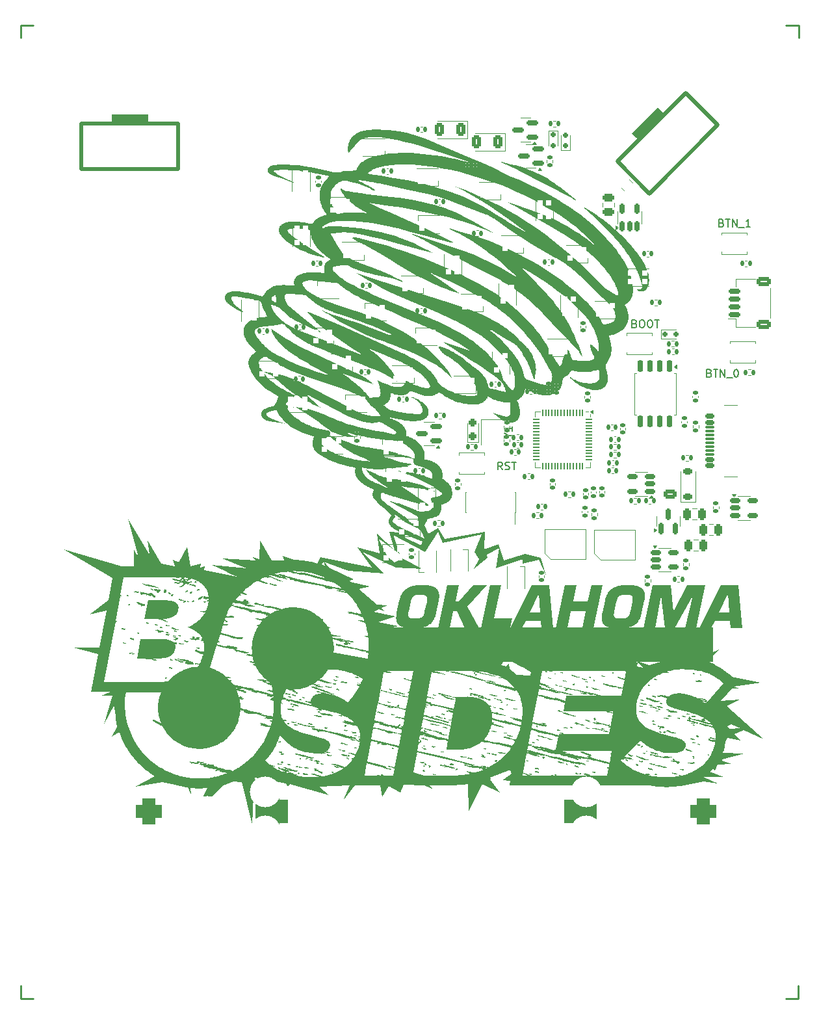
<source format=gbr>
%TF.GenerationSoftware,KiCad,Pcbnew,8.0.0*%
%TF.CreationDate,2024-03-10T20:39:49-05:00*%
%TF.ProjectId,B-Sides 2024,422d5369-6465-4732-9032-3032342e6b69,rev?*%
%TF.SameCoordinates,Original*%
%TF.FileFunction,Legend,Top*%
%TF.FilePolarity,Positive*%
%FSLAX46Y46*%
G04 Gerber Fmt 4.6, Leading zero omitted, Abs format (unit mm)*
G04 Created by KiCad (PCBNEW 8.0.0) date 2024-03-10 20:39:49*
%MOMM*%
%LPD*%
G01*
G04 APERTURE LIST*
G04 Aperture macros list*
%AMRoundRect*
0 Rectangle with rounded corners*
0 $1 Rounding radius*
0 $2 $3 $4 $5 $6 $7 $8 $9 X,Y pos of 4 corners*
0 Add a 4 corners polygon primitive as box body*
4,1,4,$2,$3,$4,$5,$6,$7,$8,$9,$2,$3,0*
0 Add four circle primitives for the rounded corners*
1,1,$1+$1,$2,$3*
1,1,$1+$1,$4,$5*
1,1,$1+$1,$6,$7*
1,1,$1+$1,$8,$9*
0 Add four rect primitives between the rounded corners*
20,1,$1+$1,$2,$3,$4,$5,0*
20,1,$1+$1,$4,$5,$6,$7,0*
20,1,$1+$1,$6,$7,$8,$9,0*
20,1,$1+$1,$8,$9,$2,$3,0*%
%AMHorizOval*
0 Thick line with rounded ends*
0 $1 width*
0 $2 $3 position (X,Y) of the first rounded end (center of the circle)*
0 $4 $5 position (X,Y) of the second rounded end (center of the circle)*
0 Add line between two ends*
20,1,$1,$2,$3,$4,$5,0*
0 Add two circle primitives to create the rounded ends*
1,1,$1,$2,$3*
1,1,$1,$4,$5*%
%AMRotRect*
0 Rectangle, with rotation*
0 The origin of the aperture is its center*
0 $1 length*
0 $2 width*
0 $3 Rotation angle, in degrees counterclockwise*
0 Add horizontal line*
21,1,$1,$2,0,0,$3*%
G04 Aperture macros list end*
%ADD10C,0.000000*%
%ADD11C,0.280386*%
%ADD12C,0.150000*%
%ADD13C,0.120000*%
%ADD14C,0.500000*%
%ADD15C,0.100000*%
%ADD16HorizOval,4.300000X3.477333X0.931749X-3.477333X-0.931749X0*%
%ADD17HorizOval,4.300000X-3.477333X0.931749X3.477333X-0.931749X0*%
%ADD18R,0.700000X0.700000*%
%ADD19RoundRect,0.135000X0.135000X0.185000X-0.135000X0.185000X-0.135000X-0.185000X0.135000X-0.185000X0*%
%ADD20RoundRect,0.135000X-0.135000X-0.185000X0.135000X-0.185000X0.135000X0.185000X-0.135000X0.185000X0*%
%ADD21RoundRect,0.150000X0.625000X-0.150000X0.625000X0.150000X-0.625000X0.150000X-0.625000X-0.150000X0*%
%ADD22RoundRect,0.250000X0.650000X-0.350000X0.650000X0.350000X-0.650000X0.350000X-0.650000X-0.350000X0*%
%ADD23RoundRect,0.150000X0.150000X0.200000X-0.150000X0.200000X-0.150000X-0.200000X0.150000X-0.200000X0*%
%ADD24RoundRect,0.250000X0.475000X-0.250000X0.475000X0.250000X-0.475000X0.250000X-0.475000X-0.250000X0*%
%ADD25R,0.800000X1.500000*%
%ADD26RoundRect,0.250000X0.375000X0.625000X-0.375000X0.625000X-0.375000X-0.625000X0.375000X-0.625000X0*%
%ADD27RoundRect,0.140000X0.140000X0.170000X-0.140000X0.170000X-0.140000X-0.170000X0.140000X-0.170000X0*%
%ADD28RoundRect,0.140000X0.170000X-0.140000X0.170000X0.140000X-0.170000X0.140000X-0.170000X-0.140000X0*%
%ADD29R,1.000000X1.150000*%
%ADD30R,1.727200X1.727200*%
%ADD31C,1.727200*%
%ADD32O,1.727200X1.727200*%
%ADD33RoundRect,0.140000X-0.170000X0.140000X-0.170000X-0.140000X0.170000X-0.140000X0.170000X0.140000X0*%
%ADD34R,0.900000X1.700000*%
%ADD35RoundRect,0.140000X-0.140000X-0.170000X0.140000X-0.170000X0.140000X0.170000X-0.140000X0.170000X0*%
%ADD36RoundRect,0.150000X0.200000X-0.150000X0.200000X0.150000X-0.200000X0.150000X-0.200000X-0.150000X0*%
%ADD37RotRect,1.727200X1.727200X315.000000*%
%ADD38HorizOval,1.727200X0.000000X0.000000X0.000000X0.000000X0*%
%ADD39RoundRect,0.150000X0.587500X0.150000X-0.587500X0.150000X-0.587500X-0.150000X0.587500X-0.150000X0*%
%ADD40RoundRect,0.135000X0.185000X-0.135000X0.185000X0.135000X-0.185000X0.135000X-0.185000X-0.135000X0*%
%ADD41RoundRect,0.150000X0.150000X-0.512500X0.150000X0.512500X-0.150000X0.512500X-0.150000X-0.512500X0*%
%ADD42RoundRect,0.150000X0.150000X-0.587500X0.150000X0.587500X-0.150000X0.587500X-0.150000X-0.587500X0*%
%ADD43RoundRect,0.135000X-0.185000X0.135000X-0.185000X-0.135000X0.185000X-0.135000X0.185000X0.135000X0*%
%ADD44RoundRect,0.250000X-0.512652X-0.159099X-0.159099X-0.512652X0.512652X0.159099X0.159099X0.512652X0*%
%ADD45RoundRect,0.237500X0.237500X-0.287500X0.237500X0.287500X-0.237500X0.287500X-0.237500X-0.287500X0*%
%ADD46R,0.750000X2.100000*%
%ADD47RoundRect,0.150000X-0.512500X-0.150000X0.512500X-0.150000X0.512500X0.150000X-0.512500X0.150000X0*%
%ADD48RoundRect,0.050000X-0.050000X0.387500X-0.050000X-0.387500X0.050000X-0.387500X0.050000X0.387500X0*%
%ADD49RoundRect,0.050000X-0.387500X0.050000X-0.387500X-0.050000X0.387500X-0.050000X0.387500X0.050000X0*%
%ADD50R,3.200000X3.200000*%
%ADD51RoundRect,0.250000X-0.250000X-0.475000X0.250000X-0.475000X0.250000X0.475000X-0.250000X0.475000X0*%
%ADD52RoundRect,0.250000X0.250000X0.475000X-0.250000X0.475000X-0.250000X-0.475000X0.250000X-0.475000X0*%
%ADD53RoundRect,0.225000X0.375000X-0.225000X0.375000X0.225000X-0.375000X0.225000X-0.375000X-0.225000X0*%
%ADD54RoundRect,0.150000X-0.150000X0.650000X-0.150000X-0.650000X0.150000X-0.650000X0.150000X0.650000X0*%
%ADD55RoundRect,0.150000X0.512500X0.150000X-0.512500X0.150000X-0.512500X-0.150000X0.512500X-0.150000X0*%
%ADD56C,0.650000*%
%ADD57RoundRect,0.150000X0.425000X-0.150000X0.425000X0.150000X-0.425000X0.150000X-0.425000X-0.150000X0*%
%ADD58RoundRect,0.075000X0.500000X-0.075000X0.500000X0.075000X-0.500000X0.075000X-0.500000X-0.075000X0*%
%ADD59O,2.100000X1.000000*%
%ADD60O,1.800000X1.000000*%
%ADD61RoundRect,0.150000X-0.200000X0.150000X-0.200000X-0.150000X0.200000X-0.150000X0.200000X0.150000X0*%
%ADD62RoundRect,1.050000X-1.050000X1.500000X-1.050000X-1.500000X1.050000X-1.500000X1.050000X1.500000X0*%
%ADD63C,4.000000*%
%ADD64RoundRect,0.850000X-0.850000X0.850000X-0.850000X-0.850000X0.850000X-0.850000X0.850000X0.850000X0*%
%ADD65RoundRect,0.250000X0.625000X-0.350000X0.625000X0.350000X-0.625000X0.350000X-0.625000X-0.350000X0*%
%ADD66O,1.750000X1.200000*%
%ADD67RoundRect,1.050000X1.050000X-1.500000X1.050000X1.500000X-1.050000X1.500000X-1.050000X-1.500000X0*%
%ADD68RoundRect,0.850000X0.850000X-0.850000X0.850000X0.850000X-0.850000X0.850000X-0.850000X-0.850000X0*%
G04 APERTURE END LIST*
D10*
G36*
X87310396Y-119868338D02*
G01*
X87324419Y-119869250D01*
X87338703Y-119870733D01*
X87353211Y-119872761D01*
X87382746Y-119878331D01*
X87412723Y-119885730D01*
X87442840Y-119894728D01*
X87472797Y-119905095D01*
X87502290Y-119916600D01*
X87531020Y-119929014D01*
X87558683Y-119942105D01*
X87584980Y-119955645D01*
X87609608Y-119969402D01*
X87632266Y-119983146D01*
X87652652Y-119996648D01*
X87670465Y-120009677D01*
X87685404Y-120022003D01*
X87697166Y-120033395D01*
X87845996Y-120194620D01*
X87651691Y-120095407D01*
X87642975Y-120090992D01*
X87633889Y-120087031D01*
X87624451Y-120083495D01*
X87614680Y-120080352D01*
X87604593Y-120077572D01*
X87594209Y-120075125D01*
X87583546Y-120072982D01*
X87572623Y-120071111D01*
X87550069Y-120068067D01*
X87526692Y-120065750D01*
X87502639Y-120063920D01*
X87478057Y-120062334D01*
X87441873Y-120059119D01*
X87404702Y-120055224D01*
X87366678Y-120049973D01*
X87347389Y-120046627D01*
X87327938Y-120042688D01*
X87308341Y-120038070D01*
X87288617Y-120032690D01*
X87268780Y-120026462D01*
X87248849Y-120019302D01*
X87228840Y-120011125D01*
X87208771Y-120001847D01*
X87188658Y-119991382D01*
X87168518Y-119979646D01*
X87131309Y-119958978D01*
X87160247Y-119921770D01*
X87165866Y-119915037D01*
X87171873Y-119908782D01*
X87178268Y-119902999D01*
X87185052Y-119897682D01*
X87192223Y-119892824D01*
X87199782Y-119888421D01*
X87207729Y-119884465D01*
X87216063Y-119880951D01*
X87224785Y-119877874D01*
X87233894Y-119875225D01*
X87243390Y-119873001D01*
X87253273Y-119871195D01*
X87263543Y-119869800D01*
X87274199Y-119868812D01*
X87285243Y-119868223D01*
X87296672Y-119868028D01*
X87310396Y-119868338D01*
G37*
G36*
X124460296Y-114251314D02*
G01*
X124460296Y-114284387D01*
X124459765Y-114291980D01*
X124458953Y-114299262D01*
X124457873Y-114306239D01*
X124456533Y-114312915D01*
X124454945Y-114319295D01*
X124453119Y-114325382D01*
X124451066Y-114331182D01*
X124448797Y-114336699D01*
X124446321Y-114341938D01*
X124443651Y-114346903D01*
X124440795Y-114351599D01*
X124437766Y-114356030D01*
X124434573Y-114360201D01*
X124431227Y-114364116D01*
X124427739Y-114367779D01*
X124424119Y-114371196D01*
X124420379Y-114374371D01*
X124416527Y-114377308D01*
X124412576Y-114380012D01*
X124408535Y-114382488D01*
X124404416Y-114384739D01*
X124400228Y-114386771D01*
X124395983Y-114388588D01*
X124391692Y-114390195D01*
X124387364Y-114391595D01*
X124383010Y-114392795D01*
X124374267Y-114394607D01*
X124365549Y-114395667D01*
X124356941Y-114396013D01*
X124353067Y-114395941D01*
X124349195Y-114395726D01*
X124345330Y-114395372D01*
X124341473Y-114394882D01*
X124333799Y-114393504D01*
X124326197Y-114391618D01*
X124318691Y-114389248D01*
X124311306Y-114386417D01*
X124304067Y-114383150D01*
X124296997Y-114379471D01*
X124290120Y-114375405D01*
X124283462Y-114370976D01*
X124277046Y-114366208D01*
X124270898Y-114361126D01*
X124265040Y-114355753D01*
X124259498Y-114350114D01*
X124254296Y-114344234D01*
X124249458Y-114338136D01*
X124245051Y-114331890D01*
X124241121Y-114325558D01*
X124237664Y-114319153D01*
X124234671Y-114312687D01*
X124232139Y-114306173D01*
X124230060Y-114299622D01*
X124228429Y-114293046D01*
X124227240Y-114286458D01*
X124226487Y-114279871D01*
X124226163Y-114273295D01*
X124226264Y-114266744D01*
X124226782Y-114260230D01*
X124227713Y-114253764D01*
X124229050Y-114247359D01*
X124230786Y-114241027D01*
X124232917Y-114234781D01*
X124245323Y-114201707D01*
X124460296Y-114251314D01*
G37*
G36*
X116826370Y-125662736D02*
G01*
X116838673Y-125663417D01*
X116851135Y-125664542D01*
X116863724Y-125666102D01*
X116889164Y-125670494D01*
X116914751Y-125676529D01*
X116940242Y-125684137D01*
X116965394Y-125693254D01*
X116989966Y-125703812D01*
X117001959Y-125709611D01*
X117013715Y-125715744D01*
X117025205Y-125722205D01*
X117036399Y-125728985D01*
X117047265Y-125736074D01*
X117057774Y-125743466D01*
X117067895Y-125751151D01*
X117077599Y-125759121D01*
X117086854Y-125767369D01*
X117095631Y-125775884D01*
X117103899Y-125784660D01*
X117111628Y-125793688D01*
X117118787Y-125802960D01*
X117125346Y-125812466D01*
X117131276Y-125822200D01*
X117136545Y-125832152D01*
X117141123Y-125842314D01*
X117144981Y-125852678D01*
X117169784Y-125931222D01*
X117095367Y-125902284D01*
X117044581Y-125880932D01*
X116999844Y-125863211D01*
X116979336Y-125855636D01*
X116959850Y-125848879D01*
X116941223Y-125842909D01*
X116923292Y-125837696D01*
X116905893Y-125833209D01*
X116888864Y-125829418D01*
X116872042Y-125826294D01*
X116855262Y-125823805D01*
X116838362Y-125821922D01*
X116821179Y-125820614D01*
X116803548Y-125819852D01*
X116785308Y-125819604D01*
X116772514Y-125819790D01*
X116758894Y-125820316D01*
X116728983Y-125822191D01*
X116657157Y-125827867D01*
X116591011Y-125836137D01*
X116615814Y-125774126D01*
X116622447Y-125760613D01*
X116629935Y-125747972D01*
X116638259Y-125736202D01*
X116647401Y-125725303D01*
X116657344Y-125715276D01*
X116668067Y-125706120D01*
X116679554Y-125697835D01*
X116691785Y-125690422D01*
X116704743Y-125683880D01*
X116718410Y-125678211D01*
X116732766Y-125673413D01*
X116747793Y-125669487D01*
X116763474Y-125666434D01*
X116779790Y-125664253D01*
X116796723Y-125662944D01*
X116814254Y-125662507D01*
X116826370Y-125662736D01*
G37*
G36*
X65284066Y-102765710D02*
G01*
X65330372Y-102776189D01*
X65376298Y-102785992D01*
X65466999Y-102803953D01*
X65556151Y-102820363D01*
X65643733Y-102835992D01*
X65733439Y-102851277D01*
X65819669Y-102866807D01*
X65902421Y-102883598D01*
X65942491Y-102892784D01*
X65981690Y-102902666D01*
X66020017Y-102913371D01*
X66057471Y-102925026D01*
X66094053Y-102937759D01*
X66129762Y-102951696D01*
X66164596Y-102966965D01*
X66198556Y-102983691D01*
X66231641Y-103002003D01*
X66263851Y-103022027D01*
X66274696Y-103017807D01*
X66285518Y-103014410D01*
X66296293Y-103011787D01*
X66306995Y-103009890D01*
X66317601Y-103008671D01*
X66328087Y-103008081D01*
X66338427Y-103008073D01*
X66348598Y-103008597D01*
X66358575Y-103009605D01*
X66368335Y-103011050D01*
X66377852Y-103012881D01*
X66387102Y-103015053D01*
X66396061Y-103017515D01*
X66404704Y-103020219D01*
X66413008Y-103023118D01*
X66420948Y-103026163D01*
X66426961Y-103029066D01*
X66429839Y-103030373D01*
X66432637Y-103031584D01*
X66435364Y-103032698D01*
X66438023Y-103033715D01*
X66440623Y-103034637D01*
X66443167Y-103035461D01*
X66445664Y-103036189D01*
X66448118Y-103036819D01*
X66450535Y-103037353D01*
X66452922Y-103037790D01*
X66455285Y-103038131D01*
X66457630Y-103038374D01*
X66459962Y-103038519D01*
X66462287Y-103038568D01*
X66464419Y-103038503D01*
X66465921Y-103038349D01*
X66467714Y-103038049D01*
X66469798Y-103037556D01*
X66472173Y-103036820D01*
X66474838Y-103035793D01*
X66477793Y-103034428D01*
X66481040Y-103032675D01*
X66484577Y-103030487D01*
X66488404Y-103027814D01*
X66492522Y-103024609D01*
X66496930Y-103020823D01*
X66501629Y-103016407D01*
X66506618Y-103011314D01*
X66511898Y-103005495D01*
X66495361Y-103001359D01*
X66493084Y-103000632D01*
X66490897Y-102999988D01*
X66488795Y-102999417D01*
X66486771Y-102998906D01*
X66482936Y-102998017D01*
X66479342Y-102997224D01*
X66475943Y-102996431D01*
X66474300Y-102996005D01*
X66472688Y-102995542D01*
X66471100Y-102995031D01*
X66469531Y-102994460D01*
X66467974Y-102993817D01*
X66466423Y-102993089D01*
X66454019Y-102988954D01*
X66445751Y-102980684D01*
X66443874Y-102978372D01*
X66442116Y-102976085D01*
X66440474Y-102973824D01*
X66438946Y-102971589D01*
X66437531Y-102969381D01*
X66436225Y-102967200D01*
X66435027Y-102965049D01*
X66433934Y-102962927D01*
X66432944Y-102960835D01*
X66432054Y-102958773D01*
X66431263Y-102956744D01*
X66430567Y-102954747D01*
X66429966Y-102952783D01*
X66429456Y-102950854D01*
X66429036Y-102948959D01*
X66428702Y-102947099D01*
X66428454Y-102945276D01*
X66428287Y-102943490D01*
X66428201Y-102941742D01*
X66428193Y-102940032D01*
X66428261Y-102938362D01*
X66428402Y-102936732D01*
X66428614Y-102935142D01*
X66428895Y-102933595D01*
X66429242Y-102932090D01*
X66429654Y-102930628D01*
X66430128Y-102929210D01*
X66430662Y-102927837D01*
X66431253Y-102926509D01*
X66431899Y-102925228D01*
X66432599Y-102923994D01*
X66433349Y-102922807D01*
X66434996Y-102919815D01*
X66436837Y-102917036D01*
X66438871Y-102914464D01*
X66441100Y-102912095D01*
X66443522Y-102909922D01*
X66446139Y-102907940D01*
X66451953Y-102904531D01*
X66458543Y-102901824D01*
X66465909Y-102899776D01*
X66474049Y-102898347D01*
X66482965Y-102897492D01*
X66492655Y-102897170D01*
X66503121Y-102897339D01*
X66514361Y-102897955D01*
X66526375Y-102898977D01*
X66552728Y-102902069D01*
X66582178Y-102906274D01*
X66596467Y-102909353D01*
X66611242Y-102912337D01*
X66626213Y-102915130D01*
X66641087Y-102917633D01*
X66655574Y-102919751D01*
X66669383Y-102921384D01*
X66682221Y-102922435D01*
X66688185Y-102922712D01*
X66693798Y-102922807D01*
X66710334Y-102922807D01*
X66780097Y-102864931D01*
X66771829Y-102951746D01*
X66796243Y-102957621D01*
X66802075Y-102959167D01*
X66807725Y-102960828D01*
X66813157Y-102962648D01*
X66818336Y-102964667D01*
X66820818Y-102965765D01*
X66823223Y-102966928D01*
X66825547Y-102968163D01*
X66827784Y-102969474D01*
X66829931Y-102970867D01*
X66831982Y-102972347D01*
X66833933Y-102973919D01*
X66835779Y-102975588D01*
X66837517Y-102977361D01*
X66839141Y-102979241D01*
X66840646Y-102981235D01*
X66842029Y-102983347D01*
X66843285Y-102985584D01*
X66844410Y-102987949D01*
X66845397Y-102990449D01*
X66846244Y-102993089D01*
X66846936Y-102995765D01*
X66847464Y-102998371D01*
X66847837Y-103000906D01*
X66848060Y-103003374D01*
X66848141Y-103005775D01*
X66848087Y-103008111D01*
X66847904Y-103010384D01*
X66847599Y-103012594D01*
X66847179Y-103014744D01*
X66846651Y-103016835D01*
X66846022Y-103018869D01*
X66845297Y-103020846D01*
X66844485Y-103022770D01*
X66843593Y-103024640D01*
X66842625Y-103026458D01*
X66841591Y-103028227D01*
X66840496Y-103029948D01*
X66839347Y-103031621D01*
X66836916Y-103034833D01*
X66834351Y-103037876D01*
X66831708Y-103040761D01*
X66829040Y-103043500D01*
X66826404Y-103046106D01*
X66821439Y-103050966D01*
X66816992Y-103055443D01*
X66812979Y-103059628D01*
X66811151Y-103061641D01*
X66809451Y-103063618D01*
X66807883Y-103065571D01*
X66806455Y-103067511D01*
X66805172Y-103069451D01*
X66804040Y-103071403D01*
X66803066Y-103073378D01*
X66802640Y-103074379D01*
X66802256Y-103075390D01*
X66801913Y-103076413D01*
X66801614Y-103077450D01*
X66801359Y-103078502D01*
X66801149Y-103079570D01*
X66800984Y-103080656D01*
X66800865Y-103081762D01*
X66800793Y-103082889D01*
X66800769Y-103084039D01*
X66801598Y-103087864D01*
X66802553Y-103091586D01*
X66803667Y-103095199D01*
X66804968Y-103098698D01*
X66806487Y-103102076D01*
X66808255Y-103105328D01*
X66810301Y-103108446D01*
X66811438Y-103109953D01*
X66812656Y-103111425D01*
X66813959Y-103112860D01*
X66815351Y-103114259D01*
X66816834Y-103115619D01*
X66818414Y-103116941D01*
X66820094Y-103118224D01*
X66821877Y-103119467D01*
X66823768Y-103120668D01*
X66825770Y-103121828D01*
X66827887Y-103122946D01*
X66830123Y-103124020D01*
X66832482Y-103125051D01*
X66834966Y-103126037D01*
X66837581Y-103126977D01*
X66840330Y-103127871D01*
X66843216Y-103128719D01*
X66846244Y-103129518D01*
X66904121Y-103141916D01*
X66891719Y-103088174D01*
X66982669Y-103166719D01*
X66987369Y-103170547D01*
X66992171Y-103174284D01*
X67002111Y-103181511D01*
X67012536Y-103188447D01*
X67023495Y-103195141D01*
X67035035Y-103201642D01*
X67047204Y-103207998D01*
X67060049Y-103214257D01*
X67073619Y-103220468D01*
X67093552Y-103229983D01*
X67103328Y-103234933D01*
X67112953Y-103240034D01*
X67122410Y-103245306D01*
X67131679Y-103250765D01*
X67140742Y-103256431D01*
X67149582Y-103262321D01*
X67158179Y-103268453D01*
X67166516Y-103274846D01*
X67174574Y-103281517D01*
X67182336Y-103288485D01*
X67189782Y-103295767D01*
X67196894Y-103303381D01*
X67203655Y-103311347D01*
X67210046Y-103319681D01*
X67218315Y-103332086D01*
X67172840Y-103530527D01*
X67139766Y-103526391D01*
X67129860Y-103525120D01*
X67120282Y-103523639D01*
X67111024Y-103521957D01*
X67102075Y-103520082D01*
X67093425Y-103518022D01*
X67085065Y-103515786D01*
X67076985Y-103513382D01*
X67069175Y-103510818D01*
X67061624Y-103508103D01*
X67054325Y-103505245D01*
X67047265Y-103502253D01*
X67040437Y-103499133D01*
X67033829Y-103495896D01*
X67027432Y-103492549D01*
X67015233Y-103485560D01*
X67003760Y-103478231D01*
X66992935Y-103470631D01*
X66982680Y-103462824D01*
X66972915Y-103454878D01*
X66963563Y-103446860D01*
X66954544Y-103438836D01*
X66937194Y-103423036D01*
X66929436Y-103415473D01*
X66921629Y-103408247D01*
X66913723Y-103401310D01*
X66905672Y-103394615D01*
X66897427Y-103388113D01*
X66888940Y-103381758D01*
X66880164Y-103375501D01*
X66871049Y-103369295D01*
X66804903Y-103327951D01*
X66796634Y-103365160D01*
X66760039Y-103319681D01*
X66817306Y-103319681D01*
X66891719Y-103303148D01*
X66905412Y-103298624D01*
X66914391Y-103295444D01*
X66919074Y-103293666D01*
X66923758Y-103291780D01*
X66928344Y-103289797D01*
X66932737Y-103287728D01*
X66936839Y-103285587D01*
X66940553Y-103283385D01*
X66943783Y-103281134D01*
X66945186Y-103279995D01*
X66946431Y-103278847D01*
X66947507Y-103277693D01*
X66948401Y-103276535D01*
X66949102Y-103275373D01*
X66949328Y-103274839D01*
X66949232Y-103274831D01*
X66948805Y-103274491D01*
X66948239Y-103273757D01*
X66947552Y-103272660D01*
X66946761Y-103271230D01*
X66944944Y-103267491D01*
X66942934Y-103262783D01*
X66940875Y-103257349D01*
X66939873Y-103254435D01*
X66938913Y-103251431D01*
X66938014Y-103248366D01*
X66937194Y-103245271D01*
X66935645Y-103240434D01*
X66934095Y-103235258D01*
X66930994Y-103224082D01*
X66927892Y-103212132D01*
X66924793Y-103199792D01*
X66912389Y-103158456D01*
X66862781Y-103195657D01*
X66859002Y-103198904D01*
X66855410Y-103202447D01*
X66851999Y-103206294D01*
X66848765Y-103210450D01*
X66845699Y-103214921D01*
X66842797Y-103219713D01*
X66840053Y-103224832D01*
X66837460Y-103230284D01*
X66835012Y-103236076D01*
X66832703Y-103242212D01*
X66830528Y-103248700D01*
X66828480Y-103255545D01*
X66826553Y-103262752D01*
X66824741Y-103270329D01*
X66823039Y-103278282D01*
X66821439Y-103286615D01*
X66817306Y-103319681D01*
X66760039Y-103319681D01*
X66743408Y-103299013D01*
X66738854Y-103292765D01*
X66734487Y-103286426D01*
X66730302Y-103280002D01*
X66726292Y-103273499D01*
X66722452Y-103266923D01*
X66718775Y-103260280D01*
X66715255Y-103253577D01*
X66711886Y-103246819D01*
X66705579Y-103233164D01*
X66699805Y-103219365D01*
X66694516Y-103205470D01*
X66689664Y-103191530D01*
X66660726Y-103232866D01*
X66653653Y-103241875D01*
X66646380Y-103250304D01*
X66638900Y-103258151D01*
X66631208Y-103265418D01*
X66623297Y-103272104D01*
X66615162Y-103278208D01*
X66606797Y-103283732D01*
X66598195Y-103288674D01*
X66589351Y-103293035D01*
X66580259Y-103296815D01*
X66570914Y-103300013D01*
X66561308Y-103302630D01*
X66551436Y-103304666D01*
X66541292Y-103306120D01*
X66530871Y-103306992D01*
X66520166Y-103307283D01*
X66506945Y-103306808D01*
X66493638Y-103305425D01*
X66480258Y-103303194D01*
X66466816Y-103300175D01*
X66453325Y-103296429D01*
X66439797Y-103292018D01*
X66426244Y-103287000D01*
X66412679Y-103281438D01*
X66399114Y-103275392D01*
X66385562Y-103268922D01*
X66358542Y-103254954D01*
X66331720Y-103240019D01*
X66305192Y-103224603D01*
X66284711Y-103212267D01*
X66263791Y-103200318D01*
X66242771Y-103189143D01*
X66232331Y-103183967D01*
X66221993Y-103179130D01*
X66211801Y-103174681D01*
X66201797Y-103170667D01*
X66192023Y-103167138D01*
X66182522Y-103164142D01*
X66173336Y-103161727D01*
X66164508Y-103159942D01*
X66156080Y-103158836D01*
X66148096Y-103158456D01*
X66144995Y-103158510D01*
X66141888Y-103158691D01*
X66138768Y-103159029D01*
X66135630Y-103159555D01*
X66132468Y-103160299D01*
X66129275Y-103161291D01*
X66126046Y-103162561D01*
X66122774Y-103164141D01*
X66119454Y-103166060D01*
X66116079Y-103168348D01*
X66112644Y-103171036D01*
X66109143Y-103174154D01*
X66105569Y-103177732D01*
X66101916Y-103181800D01*
X66098179Y-103186389D01*
X66094352Y-103191530D01*
X66061279Y-103278345D01*
X66040609Y-103187395D01*
X66039338Y-103182840D01*
X66037853Y-103178473D01*
X66036157Y-103174286D01*
X66034254Y-103170271D01*
X66032149Y-103166424D01*
X66029844Y-103162735D01*
X66027344Y-103159200D01*
X66024652Y-103155811D01*
X66018709Y-103149443D01*
X66012046Y-103143577D01*
X66004692Y-103138159D01*
X65996678Y-103133135D01*
X65988034Y-103128450D01*
X65978791Y-103124050D01*
X65972198Y-103121248D01*
X66544971Y-103121248D01*
X66546722Y-103124485D01*
X66548904Y-103127970D01*
X66551558Y-103131662D01*
X66554727Y-103135517D01*
X66558453Y-103139494D01*
X66562779Y-103143549D01*
X66567747Y-103147642D01*
X66573399Y-103151728D01*
X66579778Y-103155766D01*
X66586925Y-103159714D01*
X66594884Y-103163529D01*
X66603696Y-103167168D01*
X66613403Y-103170590D01*
X66624049Y-103173751D01*
X66635674Y-103176610D01*
X66648323Y-103179124D01*
X66702066Y-103187395D01*
X66699031Y-103175640D01*
X66697634Y-103170101D01*
X66696382Y-103164658D01*
X66695324Y-103159215D01*
X66694883Y-103156463D01*
X66694508Y-103153675D01*
X66694207Y-103150838D01*
X66693983Y-103147941D01*
X66693845Y-103144971D01*
X66693798Y-103141916D01*
X66660726Y-103133645D01*
X66650707Y-103130647D01*
X66640832Y-103127859D01*
X66631150Y-103125301D01*
X66621710Y-103122991D01*
X66612560Y-103120947D01*
X66603750Y-103119187D01*
X66595329Y-103117730D01*
X66587345Y-103116594D01*
X66583531Y-103116153D01*
X66579845Y-103115799D01*
X66576292Y-103115534D01*
X66572878Y-103115361D01*
X66569609Y-103115281D01*
X66566491Y-103115298D01*
X66563530Y-103115412D01*
X66560733Y-103115628D01*
X66558106Y-103115946D01*
X66555654Y-103116369D01*
X66553384Y-103116900D01*
X66551301Y-103117541D01*
X66550332Y-103117903D01*
X66549413Y-103118294D01*
X66548543Y-103118713D01*
X66547724Y-103119161D01*
X66546956Y-103119638D01*
X66546241Y-103120145D01*
X66545579Y-103120681D01*
X66544971Y-103121248D01*
X65972198Y-103121248D01*
X65968979Y-103119880D01*
X65958629Y-103115886D01*
X65936434Y-103108208D01*
X65912450Y-103100580D01*
X65895821Y-103096054D01*
X65887856Y-103093816D01*
X65880158Y-103091530D01*
X65872750Y-103089147D01*
X65865656Y-103086619D01*
X65858901Y-103083897D01*
X65855659Y-103082448D01*
X65852510Y-103080933D01*
X65849458Y-103079345D01*
X65846506Y-103077679D01*
X65843656Y-103075927D01*
X65840913Y-103074086D01*
X65838279Y-103072147D01*
X65835757Y-103070105D01*
X65833350Y-103067954D01*
X65831061Y-103065688D01*
X65828893Y-103063302D01*
X65826850Y-103060788D01*
X65824934Y-103058141D01*
X65823147Y-103055354D01*
X65821495Y-103052423D01*
X65819979Y-103049340D01*
X65818602Y-103046099D01*
X65817367Y-103042696D01*
X65817367Y-103038574D01*
X65817359Y-103041485D01*
X65817302Y-103044116D01*
X65817240Y-103045353D01*
X65817148Y-103046555D01*
X65817020Y-103047733D01*
X65816849Y-103048899D01*
X65816630Y-103050065D01*
X65816357Y-103051243D01*
X65816022Y-103052446D01*
X65815622Y-103053684D01*
X65815148Y-103054970D01*
X65814596Y-103056316D01*
X65813959Y-103057734D01*
X65813232Y-103059236D01*
X65812357Y-103061607D01*
X65811270Y-103064043D01*
X65809952Y-103066516D01*
X65808386Y-103068994D01*
X65806554Y-103071448D01*
X65804437Y-103073847D01*
X65802017Y-103076161D01*
X65799277Y-103078360D01*
X65796197Y-103080413D01*
X65792760Y-103082291D01*
X65788947Y-103083963D01*
X65786895Y-103084712D01*
X65784742Y-103085398D01*
X65782486Y-103086018D01*
X65780124Y-103086567D01*
X65777656Y-103087043D01*
X65775077Y-103087440D01*
X65772387Y-103087756D01*
X65769583Y-103087986D01*
X65766662Y-103088127D01*
X65763622Y-103088174D01*
X65758923Y-103088078D01*
X65754120Y-103087795D01*
X65749208Y-103087330D01*
X65744181Y-103086689D01*
X65739032Y-103085879D01*
X65733756Y-103084906D01*
X65722797Y-103082492D01*
X65711257Y-103079497D01*
X65699088Y-103075969D01*
X65686242Y-103071956D01*
X65672672Y-103067506D01*
X65657018Y-103062876D01*
X65641217Y-103058393D01*
X65625512Y-103054201D01*
X65610144Y-103050446D01*
X65595358Y-103047273D01*
X65588259Y-103045950D01*
X65581396Y-103044827D01*
X65574800Y-103043921D01*
X65568502Y-103043252D01*
X65562530Y-103042838D01*
X65556917Y-103042696D01*
X65555778Y-103042707D01*
X65554688Y-103042742D01*
X65553644Y-103042798D01*
X65552647Y-103042873D01*
X65551694Y-103042967D01*
X65550787Y-103043077D01*
X65549923Y-103043203D01*
X65549103Y-103043342D01*
X65548324Y-103043493D01*
X65547588Y-103043655D01*
X65546892Y-103043825D01*
X65546236Y-103044004D01*
X65545620Y-103044188D01*
X65545042Y-103044377D01*
X65544502Y-103044570D01*
X65543999Y-103044763D01*
X65543533Y-103044957D01*
X65543102Y-103045149D01*
X65542705Y-103045338D01*
X65542343Y-103045522D01*
X65542014Y-103045701D01*
X65541718Y-103045872D01*
X65541220Y-103046185D01*
X65540844Y-103046449D01*
X65540582Y-103046653D01*
X65540380Y-103046831D01*
X65539799Y-103048381D01*
X65539290Y-103050319D01*
X65539045Y-103051579D01*
X65538830Y-103053032D01*
X65538663Y-103054680D01*
X65538564Y-103056520D01*
X65538548Y-103058555D01*
X65538636Y-103060783D01*
X65538845Y-103063205D01*
X65539193Y-103065821D01*
X65539699Y-103068631D01*
X65540380Y-103071634D01*
X65552783Y-103141916D01*
X65486637Y-103117113D01*
X65484360Y-103116303D01*
X65482178Y-103115423D01*
X65480088Y-103114477D01*
X65478088Y-103113466D01*
X65476176Y-103112396D01*
X65474349Y-103111267D01*
X65472606Y-103110084D01*
X65470943Y-103108849D01*
X65469359Y-103107566D01*
X65467852Y-103106237D01*
X65466419Y-103104865D01*
X65465057Y-103103454D01*
X65462541Y-103100527D01*
X65460285Y-103097477D01*
X65458271Y-103094331D01*
X65456481Y-103091112D01*
X65454896Y-103087845D01*
X65453500Y-103084554D01*
X65452274Y-103081263D01*
X65451198Y-103077996D01*
X65450256Y-103074778D01*
X65449430Y-103071634D01*
X65444570Y-103077828D01*
X65441964Y-103080910D01*
X65439224Y-103083974D01*
X65436339Y-103087014D01*
X65433297Y-103090023D01*
X65430084Y-103092996D01*
X65426691Y-103095927D01*
X65423103Y-103098809D01*
X65419310Y-103101636D01*
X65415298Y-103104402D01*
X65411057Y-103107102D01*
X65406574Y-103109729D01*
X65401837Y-103112277D01*
X65396834Y-103114741D01*
X65391552Y-103117113D01*
X65379150Y-103121248D01*
X65366747Y-103117113D01*
X65355870Y-103115021D01*
X65345697Y-103112631D01*
X65336204Y-103109959D01*
X65327370Y-103107022D01*
X65319171Y-103103837D01*
X65311585Y-103100420D01*
X65304589Y-103096788D01*
X65298161Y-103092957D01*
X65292278Y-103088945D01*
X65286916Y-103084767D01*
X65282054Y-103080441D01*
X65277669Y-103075984D01*
X65273738Y-103071411D01*
X65270238Y-103066740D01*
X65267146Y-103061987D01*
X65264441Y-103057168D01*
X65262099Y-103052302D01*
X65260097Y-103047403D01*
X65258414Y-103042490D01*
X65257025Y-103037578D01*
X65255909Y-103032684D01*
X65255043Y-103027825D01*
X65253969Y-103018279D01*
X65253622Y-103009071D01*
X65253820Y-103000337D01*
X65254382Y-102992208D01*
X65255126Y-102984819D01*
X65255126Y-102964151D01*
X65254941Y-102964143D01*
X65254416Y-102964085D01*
X65254041Y-102964023D01*
X65253600Y-102963931D01*
X65253098Y-102963802D01*
X65252542Y-102963631D01*
X65251938Y-102963412D01*
X65251291Y-102963138D01*
X65250607Y-102962804D01*
X65249894Y-102962403D01*
X65249156Y-102961930D01*
X65248400Y-102961378D01*
X65247632Y-102960742D01*
X65247245Y-102960391D01*
X65246858Y-102960016D01*
X65201383Y-102951746D01*
X65213786Y-102910409D01*
X65217016Y-102903567D01*
X65218873Y-102899804D01*
X65219905Y-102897880D01*
X65221021Y-102895943D01*
X65222235Y-102894006D01*
X65223557Y-102892082D01*
X65225001Y-102890181D01*
X65226577Y-102888318D01*
X65228299Y-102886503D01*
X65230178Y-102884748D01*
X65231180Y-102883898D01*
X65232226Y-102883067D01*
X65233318Y-102882258D01*
X65234457Y-102881471D01*
X65222054Y-102864931D01*
X65220987Y-102861843D01*
X65220107Y-102858780D01*
X65219405Y-102855743D01*
X65218874Y-102852732D01*
X65218506Y-102849748D01*
X65218295Y-102846792D01*
X65218232Y-102843865D01*
X65218310Y-102840968D01*
X65218520Y-102838100D01*
X65218857Y-102835264D01*
X65219311Y-102832459D01*
X65219876Y-102829687D01*
X65220544Y-102826948D01*
X65221308Y-102824243D01*
X65223090Y-102818939D01*
X65225163Y-102813780D01*
X65227466Y-102808772D01*
X65229939Y-102803922D01*
X65232520Y-102799236D01*
X65237768Y-102790379D01*
X65242724Y-102782251D01*
X65259261Y-102761575D01*
X65284066Y-102765710D01*
G37*
G36*
X107848171Y-104644784D02*
G01*
X109365753Y-107473672D01*
X107531391Y-107473672D01*
X106448455Y-105300432D01*
X106006439Y-105300432D01*
X105542327Y-107473672D01*
X104061576Y-107473672D01*
X105240280Y-101926393D01*
X106721027Y-101926393D01*
X106279022Y-104003862D01*
X106721038Y-104003862D01*
X108592227Y-101919031D01*
X110382385Y-101919031D01*
X107848171Y-104644784D01*
G37*
G36*
X68592074Y-107952575D02*
G01*
X68597323Y-107952866D01*
X68602443Y-107953350D01*
X68607422Y-107954028D01*
X68612250Y-107954901D01*
X68616916Y-107955966D01*
X68621409Y-107957226D01*
X68625720Y-107958680D01*
X68629837Y-107960327D01*
X68633749Y-107962168D01*
X68637446Y-107964202D01*
X68640918Y-107966431D01*
X68642566Y-107967618D01*
X68644154Y-107968853D01*
X68645679Y-107970136D01*
X68647142Y-107971469D01*
X68648540Y-107972849D01*
X68649873Y-107974278D01*
X68651139Y-107975755D01*
X68652336Y-107977281D01*
X68653838Y-107978829D01*
X68655250Y-107980379D01*
X68656577Y-107981929D01*
X68657826Y-107983479D01*
X68659001Y-107985031D01*
X68660111Y-107986582D01*
X68661160Y-107988134D01*
X68662154Y-107989685D01*
X68663100Y-107991237D01*
X68664003Y-107992789D01*
X68665707Y-107995890D01*
X68667314Y-107998989D01*
X68668872Y-108002084D01*
X68679908Y-107999006D01*
X68691285Y-107996022D01*
X68702953Y-107993229D01*
X68714865Y-107990725D01*
X68726970Y-107988608D01*
X68733079Y-107987725D01*
X68739219Y-107986975D01*
X68745383Y-107986370D01*
X68751564Y-107985923D01*
X68757757Y-107985646D01*
X68763956Y-107985551D01*
X68769296Y-107985611D01*
X68774470Y-107985789D01*
X68779481Y-107986079D01*
X68784331Y-107986480D01*
X68789024Y-107986987D01*
X68793563Y-107987596D01*
X68797950Y-107988303D01*
X68802190Y-107989105D01*
X68806284Y-107989997D01*
X68810236Y-107990977D01*
X68814049Y-107992040D01*
X68817725Y-107993183D01*
X68821269Y-107994401D01*
X68824682Y-107995691D01*
X68827968Y-107997049D01*
X68831130Y-107998472D01*
X68834172Y-107999955D01*
X68837094Y-108001494D01*
X68839902Y-108003087D01*
X68842598Y-108004729D01*
X68845185Y-108006416D01*
X68847666Y-108008145D01*
X68852322Y-108011713D01*
X68856590Y-108015401D01*
X68860495Y-108019179D01*
X68864060Y-108023018D01*
X68867309Y-108026887D01*
X68869629Y-108030135D01*
X68871918Y-108033680D01*
X68874147Y-108037528D01*
X68876286Y-108041684D01*
X68878303Y-108046156D01*
X68880169Y-108050948D01*
X68881854Y-108056067D01*
X68883326Y-108061519D01*
X68884557Y-108067310D01*
X68885515Y-108073446D01*
X68886170Y-108079932D01*
X68886493Y-108086776D01*
X68886452Y-108093982D01*
X68886017Y-108101557D01*
X68885159Y-108109507D01*
X68883846Y-108117837D01*
X68871442Y-108163316D01*
X68830102Y-108146783D01*
X68784627Y-108121973D01*
X68765509Y-108112217D01*
X68755852Y-108107365D01*
X68746387Y-108102851D01*
X68741788Y-108100798D01*
X68737311Y-108098920D01*
X68732978Y-108097247D01*
X68728815Y-108095811D01*
X68724847Y-108094642D01*
X68721096Y-108093769D01*
X68717588Y-108093223D01*
X68714347Y-108093034D01*
X68712611Y-108093075D01*
X68711613Y-108093171D01*
X68710536Y-108093358D01*
X68709386Y-108093667D01*
X68708170Y-108094127D01*
X68706893Y-108094768D01*
X68705561Y-108095622D01*
X68704877Y-108096137D01*
X68704181Y-108096717D01*
X68703475Y-108097365D01*
X68702759Y-108098085D01*
X68702034Y-108098881D01*
X68701300Y-108099756D01*
X68700559Y-108100715D01*
X68699812Y-108101760D01*
X68699058Y-108102896D01*
X68698299Y-108104127D01*
X68697535Y-108105456D01*
X68696768Y-108106887D01*
X68695997Y-108108425D01*
X68695225Y-108110072D01*
X68694450Y-108111832D01*
X68693675Y-108113710D01*
X68660604Y-108188119D01*
X68627531Y-108121973D01*
X68582572Y-108167451D01*
X68594974Y-108093034D01*
X68587198Y-108090415D01*
X68579459Y-108087203D01*
X68571889Y-108083384D01*
X68564621Y-108078948D01*
X68557789Y-108073882D01*
X68554578Y-108071110D01*
X68551526Y-108068175D01*
X68548650Y-108065076D01*
X68545966Y-108061813D01*
X68543490Y-108058383D01*
X68541240Y-108054785D01*
X68539232Y-108051018D01*
X68537483Y-108047080D01*
X68536010Y-108042969D01*
X68534829Y-108038684D01*
X68533956Y-108034224D01*
X68533409Y-108029586D01*
X68533204Y-108024770D01*
X68533357Y-108019775D01*
X68533886Y-108014597D01*
X68534807Y-108009237D01*
X68536137Y-108003692D01*
X68537892Y-107997961D01*
X68540089Y-107992042D01*
X68542745Y-107985934D01*
X68545876Y-107979636D01*
X68549499Y-107973146D01*
X68561901Y-107952478D01*
X68586706Y-107952478D01*
X68592074Y-107952575D01*
G37*
G36*
X70987592Y-109052148D02*
G01*
X71002110Y-109061890D01*
X71017713Y-109070998D01*
X71034323Y-109079512D01*
X71051860Y-109087476D01*
X71070246Y-109094933D01*
X71089402Y-109101923D01*
X71109249Y-109108490D01*
X71129707Y-109114675D01*
X71172143Y-109126071D01*
X71216078Y-109136449D01*
X71305919Y-109155504D01*
X71349903Y-109164874D01*
X71394284Y-109174628D01*
X71416258Y-109179770D01*
X71437892Y-109185155D01*
X71459039Y-109190831D01*
X71479553Y-109196847D01*
X71533296Y-109213380D01*
X71500223Y-109258859D01*
X71493735Y-109267141D01*
X71486684Y-109274932D01*
X71479087Y-109282227D01*
X71470962Y-109289019D01*
X71462329Y-109295304D01*
X71453204Y-109301073D01*
X71443607Y-109306323D01*
X71433556Y-109311045D01*
X71423069Y-109315235D01*
X71412164Y-109318886D01*
X71400860Y-109321992D01*
X71389175Y-109324546D01*
X71377128Y-109326544D01*
X71364736Y-109327979D01*
X71352018Y-109328844D01*
X71338993Y-109329134D01*
X71324482Y-109328786D01*
X71309650Y-109327759D01*
X71294540Y-109326077D01*
X71279197Y-109323763D01*
X71263662Y-109320840D01*
X71247979Y-109317331D01*
X71216342Y-109308653D01*
X71184630Y-109297915D01*
X71153190Y-109285306D01*
X71122367Y-109271014D01*
X71092507Y-109255226D01*
X71063954Y-109238130D01*
X71037054Y-109219915D01*
X71012153Y-109200767D01*
X71000559Y-109190903D01*
X70989595Y-109180876D01*
X70979304Y-109170710D01*
X70969728Y-109160428D01*
X70960910Y-109150055D01*
X70952895Y-109139612D01*
X70945724Y-109129125D01*
X70939442Y-109118616D01*
X70934092Y-109108109D01*
X70929716Y-109097627D01*
X70884241Y-108977739D01*
X70987592Y-109052148D01*
G37*
G36*
X123751341Y-113804975D02*
G01*
X123757680Y-113805383D01*
X123764104Y-113806034D01*
X123770607Y-113806902D01*
X123777183Y-113807965D01*
X123783826Y-113809197D01*
X123797287Y-113812072D01*
X123852577Y-113825502D01*
X123856452Y-113827008D01*
X123860328Y-113828422D01*
X123868080Y-113831001D01*
X123875833Y-113833288D01*
X123883585Y-113835331D01*
X123891338Y-113837180D01*
X123899089Y-113838882D01*
X123914588Y-113842042D01*
X123947662Y-113846170D01*
X123947662Y-113879243D01*
X123946597Y-113889800D01*
X123945846Y-113894857D01*
X123944950Y-113899764D01*
X123943908Y-113904520D01*
X123942721Y-113909123D01*
X123941389Y-113913572D01*
X123939911Y-113917865D01*
X123938288Y-113922000D01*
X123936519Y-113925977D01*
X123934605Y-113929793D01*
X123932545Y-113933448D01*
X123930340Y-113936939D01*
X123927990Y-113940265D01*
X123925495Y-113943425D01*
X123922854Y-113946416D01*
X123920068Y-113949238D01*
X123917136Y-113951890D01*
X123914060Y-113954368D01*
X123910838Y-113956673D01*
X123907470Y-113958801D01*
X123903958Y-113960753D01*
X123900300Y-113962526D01*
X123896497Y-113964119D01*
X123892549Y-113965530D01*
X123888456Y-113966758D01*
X123884217Y-113967802D01*
X123879833Y-113968659D01*
X123875304Y-113969328D01*
X123870630Y-113969808D01*
X123865811Y-113970097D01*
X123860847Y-113970193D01*
X123855328Y-113970051D01*
X123849634Y-113969637D01*
X123843781Y-113968968D01*
X123837789Y-113968063D01*
X123831675Y-113966941D01*
X123825458Y-113965618D01*
X123819156Y-113964114D01*
X123812788Y-113962447D01*
X123799923Y-113958693D01*
X123787011Y-113954502D01*
X123774197Y-113950020D01*
X123761627Y-113945390D01*
X123741864Y-113938681D01*
X123731546Y-113935226D01*
X123721323Y-113931963D01*
X123711488Y-113929087D01*
X123706807Y-113927855D01*
X123702332Y-113926792D01*
X123698099Y-113925923D01*
X123694144Y-113925272D01*
X123690505Y-113924864D01*
X123687217Y-113924722D01*
X123637603Y-113924722D01*
X123645873Y-113879243D01*
X123647579Y-113873640D01*
X123649630Y-113867740D01*
X123652080Y-113861633D01*
X123654986Y-113855412D01*
X123658399Y-113849166D01*
X123662377Y-113842986D01*
X123666971Y-113836964D01*
X123672238Y-113831190D01*
X123675140Y-113828424D01*
X123678231Y-113825754D01*
X123681517Y-113823192D01*
X123685005Y-113820749D01*
X123688702Y-113818436D01*
X123692614Y-113816265D01*
X123696749Y-113814246D01*
X123701113Y-113812392D01*
X123705713Y-113810713D01*
X123710556Y-113809222D01*
X123715649Y-113807928D01*
X123720998Y-113806844D01*
X123726610Y-113805982D01*
X123732492Y-113805352D01*
X123738651Y-113804965D01*
X123745094Y-113804834D01*
X123751341Y-113804975D01*
G37*
G36*
X112282779Y-46765431D02*
G01*
X112294967Y-46766095D01*
X112307082Y-46767195D01*
X112319094Y-46768792D01*
X112330973Y-46770945D01*
X112342689Y-46773716D01*
X113534020Y-47076457D01*
X114128135Y-47232864D01*
X114719146Y-47397795D01*
X115256503Y-47564955D01*
X115779547Y-47751107D01*
X116289078Y-47955192D01*
X116785896Y-48176150D01*
X117270799Y-48412921D01*
X117744587Y-48664446D01*
X118208058Y-48929666D01*
X118662012Y-49207521D01*
X119107247Y-49496951D01*
X119544564Y-49796898D01*
X119974761Y-50106301D01*
X120398638Y-50424101D01*
X121230626Y-51080655D01*
X122046920Y-51758083D01*
X121980789Y-51803547D01*
X121759157Y-51674390D01*
X121647759Y-51611749D01*
X121591406Y-51581252D01*
X121534423Y-51551433D01*
X118088558Y-49749457D01*
X114636489Y-47959879D01*
X114329897Y-47805159D01*
X114021126Y-47653587D01*
X113399178Y-47356982D01*
X112152572Y-46769583D01*
X112174811Y-46769082D01*
X112197970Y-46767904D01*
X112221808Y-46766531D01*
X112246081Y-46765449D01*
X112270548Y-46765143D01*
X112282779Y-46765431D01*
G37*
G36*
X116770162Y-126105234D02*
G01*
X116788271Y-126106354D01*
X116806563Y-126108178D01*
X116825033Y-126110667D01*
X116843672Y-126113786D01*
X116862476Y-126117499D01*
X116881439Y-126121769D01*
X116900552Y-126126560D01*
X116939209Y-126137558D01*
X116978398Y-126150203D01*
X117018067Y-126164204D01*
X117058166Y-126179269D01*
X117083678Y-126188571D01*
X117110357Y-126197871D01*
X117165649Y-126216478D01*
X117223526Y-126237146D01*
X117190452Y-126282625D01*
X117184154Y-126288630D01*
X117177650Y-126294248D01*
X117170927Y-126299478D01*
X117163973Y-126304322D01*
X117156776Y-126308779D01*
X117149325Y-126312848D01*
X117141607Y-126316530D01*
X117133610Y-126319825D01*
X117125323Y-126322732D01*
X117116733Y-126325252D01*
X117107828Y-126327384D01*
X117098597Y-126329129D01*
X117089027Y-126330486D01*
X117079107Y-126331455D01*
X117068824Y-126332037D01*
X117058166Y-126332231D01*
X117044074Y-126331900D01*
X117029708Y-126330938D01*
X117015087Y-126329396D01*
X117000229Y-126327320D01*
X116985152Y-126324759D01*
X116969874Y-126321763D01*
X116938792Y-126314656D01*
X116907128Y-126306387D01*
X116875030Y-126297344D01*
X116810119Y-126278490D01*
X116754508Y-126262602D01*
X116727060Y-126254800D01*
X116700047Y-126247483D01*
X116673615Y-126240940D01*
X116647911Y-126235464D01*
X116635378Y-126233216D01*
X116623081Y-126231345D01*
X116611040Y-126229886D01*
X116599273Y-126228876D01*
X116487655Y-126220613D01*
X116578605Y-126158601D01*
X116588002Y-126151868D01*
X116597594Y-126145613D01*
X116607380Y-126139830D01*
X116617361Y-126134512D01*
X116627535Y-126129654D01*
X116637904Y-126125250D01*
X116648467Y-126121294D01*
X116659224Y-126117779D01*
X116670175Y-126114701D01*
X116681319Y-126112052D01*
X116692656Y-126109827D01*
X116704187Y-126108020D01*
X116715911Y-126106625D01*
X116727829Y-126105636D01*
X116739939Y-126105047D01*
X116752243Y-126104852D01*
X116770162Y-126105234D01*
G37*
G36*
X136317451Y-123153612D02*
G01*
X136360657Y-123174383D01*
X136403483Y-123193461D01*
X136445926Y-123211089D01*
X136487983Y-123227506D01*
X136529653Y-123242955D01*
X136570933Y-123257677D01*
X136652313Y-123285905D01*
X136710835Y-123304796D01*
X136768640Y-123324660D01*
X136825771Y-123346077D01*
X136854099Y-123357549D01*
X136882276Y-123369627D01*
X136910307Y-123382382D01*
X136938199Y-123395889D01*
X136965957Y-123410218D01*
X136993586Y-123425442D01*
X137021093Y-123441635D01*
X137048483Y-123458868D01*
X137075762Y-123477213D01*
X137102935Y-123496744D01*
X137177345Y-123550493D01*
X137086395Y-123562891D01*
X137083295Y-123563617D01*
X137080195Y-123564253D01*
X137077094Y-123564805D01*
X137073994Y-123565278D01*
X137067793Y-123566013D01*
X137061592Y-123566506D01*
X137055390Y-123566806D01*
X137049189Y-123566960D01*
X137036788Y-123567026D01*
X137022065Y-123566741D01*
X137007340Y-123565911D01*
X136992613Y-123564572D01*
X136977885Y-123562760D01*
X136963157Y-123560513D01*
X136948427Y-123557866D01*
X136933698Y-123554855D01*
X136918968Y-123551518D01*
X136889508Y-123544008D01*
X136860050Y-123535628D01*
X136801147Y-123517419D01*
X136753725Y-123502812D01*
X136730539Y-123496318D01*
X136707751Y-123490484D01*
X136685398Y-123485401D01*
X136663517Y-123481159D01*
X136642144Y-123477851D01*
X136621315Y-123475565D01*
X136601068Y-123474394D01*
X136581439Y-123474428D01*
X136562464Y-123475757D01*
X136544179Y-123478473D01*
X136535308Y-123480379D01*
X136526623Y-123482665D01*
X136518129Y-123485344D01*
X136509830Y-123488426D01*
X136501732Y-123491923D01*
X136493838Y-123495845D01*
X136486154Y-123500205D01*
X136478683Y-123505014D01*
X136424941Y-123443002D01*
X136425712Y-123442954D01*
X136426471Y-123442808D01*
X136426842Y-123442698D01*
X136427206Y-123442565D01*
X136427561Y-123442407D01*
X136427905Y-123442225D01*
X136428237Y-123442018D01*
X136428556Y-123441788D01*
X136428860Y-123441533D01*
X136429147Y-123441254D01*
X136429416Y-123440950D01*
X136429665Y-123440623D01*
X136429893Y-123440271D01*
X136430099Y-123439895D01*
X136430281Y-123439495D01*
X136430436Y-123439071D01*
X136430565Y-123438622D01*
X136430665Y-123438150D01*
X136430735Y-123437653D01*
X136430773Y-123437132D01*
X136430778Y-123436587D01*
X136430748Y-123436018D01*
X136430682Y-123435424D01*
X136430578Y-123434807D01*
X136430435Y-123434165D01*
X136430251Y-123433500D01*
X136430024Y-123432810D01*
X136429754Y-123432096D01*
X136429439Y-123431359D01*
X136429077Y-123430597D01*
X136427952Y-123428089D01*
X136426088Y-123425247D01*
X136423424Y-123422125D01*
X136419900Y-123418780D01*
X136415456Y-123415264D01*
X136410030Y-123411633D01*
X136403563Y-123407941D01*
X136395994Y-123404243D01*
X136387262Y-123400593D01*
X136377307Y-123397047D01*
X136366069Y-123393658D01*
X136353488Y-123390482D01*
X136339502Y-123387572D01*
X136324051Y-123384984D01*
X136307074Y-123382772D01*
X136288513Y-123380990D01*
X136168624Y-123372720D01*
X136271980Y-123310709D01*
X136271992Y-123310334D01*
X136272026Y-123309983D01*
X136272082Y-123309655D01*
X136272157Y-123309348D01*
X136272251Y-123309062D01*
X136272361Y-123308797D01*
X136272486Y-123308551D01*
X136272625Y-123308324D01*
X136272776Y-123308115D01*
X136272937Y-123307924D01*
X136273108Y-123307749D01*
X136273286Y-123307590D01*
X136273470Y-123307445D01*
X136273659Y-123307316D01*
X136273850Y-123307199D01*
X136274044Y-123307096D01*
X136274237Y-123307005D01*
X136274428Y-123306925D01*
X136274801Y-123306795D01*
X136275150Y-123306703D01*
X136275462Y-123306640D01*
X136275726Y-123306602D01*
X136275930Y-123306582D01*
X136276107Y-123306573D01*
X136267778Y-123297653D01*
X136263395Y-123292305D01*
X136259060Y-123286356D01*
X136254918Y-123279801D01*
X136251116Y-123272635D01*
X136247798Y-123264850D01*
X136245109Y-123256443D01*
X136244046Y-123252003D01*
X136243195Y-123247405D01*
X136242575Y-123242648D01*
X136242202Y-123237732D01*
X136242096Y-123232655D01*
X136242275Y-123227417D01*
X136242756Y-123222018D01*
X136243558Y-123216455D01*
X136244699Y-123210730D01*
X136246198Y-123204840D01*
X136248072Y-123198786D01*
X136250340Y-123192566D01*
X136253019Y-123186180D01*
X136256128Y-123179627D01*
X136259686Y-123172906D01*
X136263709Y-123166017D01*
X136284378Y-123137079D01*
X136317451Y-123153612D01*
G37*
G36*
X91610031Y-123902314D02*
G01*
X91629946Y-123903559D01*
X91650178Y-123905567D01*
X91670689Y-123908284D01*
X91691444Y-123911654D01*
X91712405Y-123915625D01*
X91754801Y-123925146D01*
X91797585Y-123936410D01*
X91840463Y-123948983D01*
X91883142Y-123962426D01*
X91925331Y-123976305D01*
X91963839Y-123988456D01*
X92001674Y-123999881D01*
X92038544Y-124010240D01*
X92074157Y-124019193D01*
X92091401Y-124023037D01*
X92108220Y-124026403D01*
X92124579Y-124029248D01*
X92140441Y-124031530D01*
X92155769Y-124033207D01*
X92170526Y-124034236D01*
X92184677Y-124034575D01*
X92198184Y-124034181D01*
X92206451Y-124108598D01*
X92148513Y-124115953D01*
X92071571Y-124124093D01*
X92027795Y-124127728D01*
X91981453Y-124130686D01*
X91933276Y-124132674D01*
X91883991Y-124133401D01*
X91840790Y-124132821D01*
X91799542Y-124131083D01*
X91760265Y-124128194D01*
X91722979Y-124124160D01*
X91687701Y-124118988D01*
X91654450Y-124112683D01*
X91623245Y-124105252D01*
X91594104Y-124096700D01*
X91580314Y-124092006D01*
X91567046Y-124087035D01*
X91554303Y-124081786D01*
X91542089Y-124076261D01*
X91530404Y-124070461D01*
X91519251Y-124064386D01*
X91508633Y-124058038D01*
X91498552Y-124051416D01*
X91489010Y-124044522D01*
X91480009Y-124037356D01*
X91471553Y-124029920D01*
X91463642Y-124022213D01*
X91456280Y-124014237D01*
X91449468Y-124005993D01*
X91443210Y-123997481D01*
X91437507Y-123988702D01*
X91412700Y-123951501D01*
X91449909Y-123930826D01*
X91457708Y-123927093D01*
X91465611Y-123923646D01*
X91473623Y-123920477D01*
X91481751Y-123917582D01*
X91490001Y-123914952D01*
X91498379Y-123912583D01*
X91506889Y-123910469D01*
X91515540Y-123908603D01*
X91524335Y-123906979D01*
X91533282Y-123905592D01*
X91542386Y-123904435D01*
X91551652Y-123903501D01*
X91561088Y-123902786D01*
X91570699Y-123902283D01*
X91580491Y-123901985D01*
X91590469Y-123901887D01*
X91610031Y-123902314D01*
G37*
G36*
X63068953Y-109362492D02*
G01*
X63077471Y-109363321D01*
X63085978Y-109364660D01*
X63094467Y-109366471D01*
X63102933Y-109368718D01*
X63111368Y-109371365D01*
X63119767Y-109374375D01*
X63128124Y-109377713D01*
X63136433Y-109381341D01*
X63144687Y-109385223D01*
X63152880Y-109389323D01*
X63161007Y-109393605D01*
X63177034Y-109402568D01*
X63192720Y-109411821D01*
X63203740Y-109417997D01*
X63215003Y-109424028D01*
X63226365Y-109429769D01*
X63237679Y-109435074D01*
X63243272Y-109437518D01*
X63248798Y-109439798D01*
X63254240Y-109441897D01*
X63259579Y-109443796D01*
X63264796Y-109445477D01*
X63269873Y-109446922D01*
X63274793Y-109448112D01*
X63279537Y-109449029D01*
X63366353Y-109457292D01*
X63300208Y-109515169D01*
X63295556Y-109518946D01*
X63290892Y-109522524D01*
X63286203Y-109525896D01*
X63281477Y-109529056D01*
X63276703Y-109531998D01*
X63271867Y-109534716D01*
X63266959Y-109537204D01*
X63261967Y-109539456D01*
X63256877Y-109541466D01*
X63251678Y-109543227D01*
X63246359Y-109544734D01*
X63240906Y-109545981D01*
X63235308Y-109546961D01*
X63229554Y-109547669D01*
X63223630Y-109548098D01*
X63217525Y-109548242D01*
X63209001Y-109547957D01*
X63200483Y-109547128D01*
X63191977Y-109545790D01*
X63183487Y-109543979D01*
X63175022Y-109541732D01*
X63166586Y-109539086D01*
X63158187Y-109536077D01*
X63149830Y-109532740D01*
X63141521Y-109529113D01*
X63133267Y-109525231D01*
X63125074Y-109521132D01*
X63116947Y-109516851D01*
X63100919Y-109507888D01*
X63085233Y-109498636D01*
X63074236Y-109492458D01*
X63063031Y-109486425D01*
X63051752Y-109480684D01*
X63040534Y-109475379D01*
X63034989Y-109472936D01*
X63029509Y-109470656D01*
X63024111Y-109468558D01*
X63018811Y-109466660D01*
X63013627Y-109464979D01*
X63008575Y-109463535D01*
X63003671Y-109462345D01*
X62998933Y-109461427D01*
X62916252Y-109453157D01*
X62978263Y-109395280D01*
X62982909Y-109391504D01*
X62987557Y-109387927D01*
X62992221Y-109384556D01*
X62996913Y-109381396D01*
X63001648Y-109378455D01*
X63006440Y-109375736D01*
X63011301Y-109373248D01*
X63016246Y-109370996D01*
X63021287Y-109368986D01*
X63026439Y-109367224D01*
X63031715Y-109365716D01*
X63037129Y-109364469D01*
X63042693Y-109363489D01*
X63048423Y-109362781D01*
X63054330Y-109362351D01*
X63060429Y-109362207D01*
X63068953Y-109362492D01*
G37*
G36*
X121509145Y-113602970D02*
G01*
X121535572Y-113605045D01*
X121563224Y-113608391D01*
X121591791Y-113612919D01*
X121620966Y-113618536D01*
X121650438Y-113625153D01*
X121679898Y-113632678D01*
X121709038Y-113641021D01*
X121737548Y-113650090D01*
X121765120Y-113659795D01*
X121791444Y-113670045D01*
X121816210Y-113680748D01*
X121839110Y-113691814D01*
X121859836Y-113703153D01*
X121878076Y-113714672D01*
X121893524Y-113726282D01*
X121955535Y-113775896D01*
X121881126Y-113792428D01*
X121873191Y-113793969D01*
X121864914Y-113795462D01*
X121856345Y-113796859D01*
X121847533Y-113798111D01*
X121838527Y-113799170D01*
X121829377Y-113799987D01*
X121820133Y-113800513D01*
X121810844Y-113800699D01*
X121792929Y-113800226D01*
X121774861Y-113798857D01*
X121756684Y-113796665D01*
X121738438Y-113793721D01*
X121720168Y-113790099D01*
X121701915Y-113785871D01*
X121683722Y-113781111D01*
X121665632Y-113775890D01*
X121629930Y-113764359D01*
X121595151Y-113751859D01*
X121561636Y-113738973D01*
X121529724Y-113726282D01*
X121512883Y-113718740D01*
X121496526Y-113711683D01*
X121480748Y-113705206D01*
X121465647Y-113699408D01*
X121451322Y-113694385D01*
X121444480Y-113692196D01*
X121437869Y-113690236D01*
X121431500Y-113688519D01*
X121425386Y-113687057D01*
X121419538Y-113685862D01*
X121413970Y-113684946D01*
X121269279Y-113660135D01*
X121405700Y-113614664D01*
X121409624Y-113613159D01*
X121413651Y-113611752D01*
X121417788Y-113610442D01*
X121422040Y-113609230D01*
X121426414Y-113608115D01*
X121430915Y-113607097D01*
X121435550Y-113606177D01*
X121440324Y-113605354D01*
X121445244Y-113604628D01*
X121450315Y-113603999D01*
X121460934Y-113603031D01*
X121472231Y-113602451D01*
X121484252Y-113602258D01*
X121509145Y-113602970D01*
G37*
G36*
X86052307Y-124385583D02*
G01*
X86061681Y-124386971D01*
X86070445Y-124388798D01*
X86078620Y-124391041D01*
X86086224Y-124393679D01*
X86093277Y-124396689D01*
X86099799Y-124400050D01*
X86105810Y-124403740D01*
X86111329Y-124407736D01*
X86116377Y-124412017D01*
X86120971Y-124416561D01*
X86125133Y-124421345D01*
X86128882Y-124426348D01*
X86132237Y-124431549D01*
X86135219Y-124436924D01*
X86137846Y-124442452D01*
X86140140Y-124448111D01*
X86142118Y-124453879D01*
X86143801Y-124459734D01*
X86146361Y-124471618D01*
X86147976Y-124483586D01*
X86148804Y-124495463D01*
X86149003Y-124507073D01*
X86148729Y-124518241D01*
X86147392Y-124538545D01*
X86147392Y-124612955D01*
X86101917Y-124600557D01*
X85982025Y-124571619D01*
X85948951Y-124567483D01*
X85953086Y-124530275D01*
X85953522Y-124526836D01*
X85954049Y-124523492D01*
X85954665Y-124520239D01*
X85955364Y-124517077D01*
X85956141Y-124514003D01*
X85956993Y-124511013D01*
X85957914Y-124508107D01*
X85958900Y-124505282D01*
X85959947Y-124502536D01*
X85961050Y-124499866D01*
X85963406Y-124494745D01*
X85965931Y-124489903D01*
X85968589Y-124485321D01*
X85971345Y-124480982D01*
X85974161Y-124476866D01*
X85977001Y-124472956D01*
X85979829Y-124469233D01*
X85990295Y-124455858D01*
X85992527Y-124453578D01*
X85994577Y-124451378D01*
X85996457Y-124449238D01*
X85998180Y-124447140D01*
X85999757Y-124445066D01*
X86001200Y-124442998D01*
X86002523Y-124440918D01*
X86003736Y-124438808D01*
X86004852Y-124436649D01*
X86005883Y-124434424D01*
X86006841Y-124432114D01*
X86007739Y-124429701D01*
X86008588Y-124427167D01*
X86009400Y-124424494D01*
X86010188Y-124421663D01*
X86010963Y-124418657D01*
X86015098Y-124381448D01*
X86052307Y-124385583D01*
G37*
G36*
X130093543Y-122587755D02*
G01*
X130096925Y-122589987D01*
X130100840Y-122592038D01*
X130105240Y-122593919D01*
X130110076Y-122595643D01*
X130115300Y-122597221D01*
X130120864Y-122598665D01*
X130126719Y-122599989D01*
X130132816Y-122601202D01*
X130145543Y-122603351D01*
X130158657Y-122605207D01*
X130184493Y-122608430D01*
X130207679Y-122610240D01*
X130219152Y-122611411D01*
X130230480Y-122612825D01*
X130241615Y-122614529D01*
X130252508Y-122616573D01*
X130263110Y-122619004D01*
X130273374Y-122621870D01*
X130283250Y-122625222D01*
X130292690Y-122629106D01*
X130297232Y-122631263D01*
X130301646Y-122633571D01*
X130305927Y-122636036D01*
X130310068Y-122638665D01*
X130314064Y-122641464D01*
X130317909Y-122644438D01*
X130321596Y-122647593D01*
X130325119Y-122650937D01*
X130328473Y-122654474D01*
X130331651Y-122658210D01*
X130334647Y-122662153D01*
X130337455Y-122666307D01*
X130339637Y-122671005D01*
X130341528Y-122675800D01*
X130343128Y-122680693D01*
X130344438Y-122685682D01*
X130345456Y-122690769D01*
X130346183Y-122695954D01*
X130346620Y-122701235D01*
X130346765Y-122706613D01*
X130346620Y-122712088D01*
X130346183Y-122717660D01*
X130345456Y-122723329D01*
X130344438Y-122729094D01*
X130343128Y-122734956D01*
X130341528Y-122740915D01*
X130339637Y-122746970D01*
X130337455Y-122753122D01*
X130325050Y-122786195D01*
X130213432Y-122761392D01*
X130213384Y-122764104D01*
X130213244Y-122766812D01*
X130213016Y-122769513D01*
X130212704Y-122772202D01*
X130212314Y-122774876D01*
X130211850Y-122777532D01*
X130210716Y-122782772D01*
X130209340Y-122787891D01*
X130207759Y-122792858D01*
X130206007Y-122797645D01*
X130204123Y-122802219D01*
X130202142Y-122806551D01*
X130200101Y-122810610D01*
X130198036Y-122814366D01*
X130195983Y-122817789D01*
X130193980Y-122820848D01*
X130192062Y-122823513D01*
X130190266Y-122825753D01*
X130188629Y-122827539D01*
X130180358Y-122839937D01*
X130139015Y-122839937D01*
X130131445Y-122839805D01*
X130124227Y-122839419D01*
X130117352Y-122838788D01*
X130110808Y-122837926D01*
X130104585Y-122836842D01*
X130098672Y-122835548D01*
X130093058Y-122834056D01*
X130087734Y-122832378D01*
X130082688Y-122830523D01*
X130077910Y-122828504D01*
X130073389Y-122826333D01*
X130069115Y-122824019D01*
X130065077Y-122821576D01*
X130061265Y-122819014D01*
X130057667Y-122816344D01*
X130054274Y-122813578D01*
X130051075Y-122810728D01*
X130048058Y-122807804D01*
X130045214Y-122804818D01*
X130042532Y-122801781D01*
X130037612Y-122795602D01*
X130033212Y-122789356D01*
X130029249Y-122783134D01*
X130025636Y-122777029D01*
X130019126Y-122765527D01*
X130016894Y-122761839D01*
X130014824Y-122758514D01*
X130012888Y-122755529D01*
X130011054Y-122752859D01*
X130009293Y-122750480D01*
X130007575Y-122748368D01*
X130005868Y-122746498D01*
X130005010Y-122745647D01*
X130004143Y-122744847D01*
X130003264Y-122744095D01*
X130002370Y-122743389D01*
X130001455Y-122742726D01*
X130000517Y-122742102D01*
X129999552Y-122741514D01*
X129998556Y-122740960D01*
X129997525Y-122740437D01*
X129996455Y-122739940D01*
X129994185Y-122739017D01*
X129991714Y-122738167D01*
X129989014Y-122737366D01*
X129986053Y-122736589D01*
X129911643Y-122724184D01*
X129965385Y-122666307D01*
X129971405Y-122661855D01*
X129977137Y-122657787D01*
X129979924Y-122655897D01*
X129982676Y-122654104D01*
X129985403Y-122652407D01*
X129988119Y-122650807D01*
X129990834Y-122649304D01*
X129993562Y-122647897D01*
X129996315Y-122646588D01*
X129999103Y-122645376D01*
X130001941Y-122644262D01*
X130004838Y-122643245D01*
X130007809Y-122642325D01*
X130010864Y-122641504D01*
X130017861Y-122638746D01*
X130020825Y-122637565D01*
X130023455Y-122636469D01*
X130025771Y-122635421D01*
X130026817Y-122634904D01*
X130027791Y-122634385D01*
X130028695Y-122633860D01*
X130029532Y-122633324D01*
X130030304Y-122632773D01*
X130031013Y-122632203D01*
X130031662Y-122631608D01*
X130032252Y-122630984D01*
X130032786Y-122630327D01*
X130033267Y-122629632D01*
X130033696Y-122628895D01*
X130034076Y-122628111D01*
X130034408Y-122627275D01*
X130034697Y-122626384D01*
X130034943Y-122625432D01*
X130035148Y-122624415D01*
X130035316Y-122623328D01*
X130035449Y-122622167D01*
X130035547Y-122620928D01*
X130035615Y-122619605D01*
X130035667Y-122616693D01*
X130039802Y-122554681D01*
X130093543Y-122587755D01*
G37*
G36*
X130480560Y-118299047D02*
G01*
X130529913Y-118303321D01*
X130579827Y-118310198D01*
X130630048Y-118319481D01*
X130680319Y-118330967D01*
X130730386Y-118344459D01*
X130779995Y-118359755D01*
X130828889Y-118376655D01*
X130876815Y-118394960D01*
X130923518Y-118414470D01*
X130968742Y-118434984D01*
X131012233Y-118456303D01*
X131053735Y-118478226D01*
X131092995Y-118500555D01*
X131129756Y-118523088D01*
X131163764Y-118545625D01*
X131349800Y-118673784D01*
X131134826Y-118611772D01*
X131057384Y-118590006D01*
X130980313Y-118567848D01*
X130904016Y-118544914D01*
X130866283Y-118533037D01*
X130828895Y-118520822D01*
X130691084Y-118478647D01*
X130623491Y-118458986D01*
X130556826Y-118440728D01*
X130491129Y-118424213D01*
X130426440Y-118409782D01*
X130362800Y-118397774D01*
X130300247Y-118388528D01*
X130085273Y-118363725D01*
X130296112Y-118314119D01*
X130303905Y-118311887D01*
X130311785Y-118309844D01*
X130319754Y-118307983D01*
X130327812Y-118306298D01*
X130344204Y-118303430D01*
X130360971Y-118301194D01*
X130378125Y-118299539D01*
X130395677Y-118298417D01*
X130413639Y-118297780D01*
X130432022Y-118297578D01*
X130480560Y-118299047D01*
G37*
G36*
X91578775Y-114438008D02*
G01*
X91613364Y-114439909D01*
X91648598Y-114442937D01*
X91684312Y-114446977D01*
X91720343Y-114451912D01*
X91756527Y-114457629D01*
X91828696Y-114470947D01*
X91899509Y-114486007D01*
X91967655Y-114501889D01*
X92090698Y-114532434D01*
X92235389Y-114569643D01*
X92177513Y-114619249D01*
X92164967Y-114628259D01*
X92152124Y-114636689D01*
X92138976Y-114644537D01*
X92125518Y-114651804D01*
X92111745Y-114658490D01*
X92097651Y-114664595D01*
X92083229Y-114670118D01*
X92068473Y-114675060D01*
X92053379Y-114679420D01*
X92037940Y-114683200D01*
X92022150Y-114686398D01*
X92006004Y-114689014D01*
X91989495Y-114691049D01*
X91972618Y-114692503D01*
X91955367Y-114693375D01*
X91937736Y-114693666D01*
X91931350Y-114693488D01*
X91924623Y-114693020D01*
X91910345Y-114691598D01*
X91902891Y-114690839D01*
X91895292Y-114690177D01*
X91887597Y-114689709D01*
X91883729Y-114689577D01*
X91879856Y-114689531D01*
X91797176Y-114681261D01*
X91855052Y-114627519D01*
X91825280Y-114631446D01*
X91794917Y-114633951D01*
X91764056Y-114635062D01*
X91732786Y-114634811D01*
X91701200Y-114633228D01*
X91669389Y-114630342D01*
X91637444Y-114626186D01*
X91605456Y-114620788D01*
X91573517Y-114614180D01*
X91541717Y-114606391D01*
X91510148Y-114597452D01*
X91478901Y-114587393D01*
X91448067Y-114576245D01*
X91417738Y-114564038D01*
X91388005Y-114550803D01*
X91358959Y-114536569D01*
X91288677Y-114499361D01*
X91363094Y-114466287D01*
X91371811Y-114462556D01*
X91380912Y-114459110D01*
X91390388Y-114455942D01*
X91400234Y-114453046D01*
X91410444Y-114450417D01*
X91421012Y-114448048D01*
X91431931Y-114445934D01*
X91443195Y-114444067D01*
X91454798Y-114442443D01*
X91466734Y-114441056D01*
X91491580Y-114438964D01*
X91517683Y-114437745D01*
X91544994Y-114437349D01*
X91578775Y-114438008D01*
G37*
G36*
X137012757Y-121827462D02*
G01*
X137025948Y-121828576D01*
X137039164Y-121830380D01*
X137052417Y-121832832D01*
X137065719Y-121835891D01*
X137079082Y-121839512D01*
X137092518Y-121843654D01*
X137106039Y-121848275D01*
X137119656Y-121853331D01*
X137133382Y-121858781D01*
X137161208Y-121870691D01*
X137189611Y-121883665D01*
X137218688Y-121897363D01*
X137258991Y-121915834D01*
X137279147Y-121924830D01*
X137299304Y-121933535D01*
X137319462Y-121941853D01*
X137339617Y-121949687D01*
X137359771Y-121956938D01*
X137379920Y-121963510D01*
X137462600Y-121984178D01*
X137392318Y-122029649D01*
X137386072Y-122034109D01*
X137379734Y-122038194D01*
X137373311Y-122041915D01*
X137366809Y-122045284D01*
X137360234Y-122048314D01*
X137353591Y-122051017D01*
X137346888Y-122053405D01*
X137340130Y-122055490D01*
X137333324Y-122057284D01*
X137326475Y-122058800D01*
X137319590Y-122060049D01*
X137312675Y-122061044D01*
X137305736Y-122061797D01*
X137298779Y-122062319D01*
X137291810Y-122062624D01*
X137284835Y-122062723D01*
X137270843Y-122062295D01*
X137256776Y-122061051D01*
X137242659Y-122059042D01*
X137228517Y-122056325D01*
X137214375Y-122052954D01*
X137200256Y-122048984D01*
X137186184Y-122044468D01*
X137172185Y-122039463D01*
X137158283Y-122034021D01*
X137144502Y-122028198D01*
X137130867Y-122022049D01*
X137117401Y-122015627D01*
X137091077Y-122002187D01*
X137065727Y-121988313D01*
X137045787Y-121978885D01*
X137026328Y-121969454D01*
X137007448Y-121960410D01*
X136989246Y-121952140D01*
X136980429Y-121948417D01*
X136971819Y-121945033D01*
X136963426Y-121942036D01*
X136955265Y-121939476D01*
X136947346Y-121937400D01*
X136939683Y-121935857D01*
X136932287Y-121934895D01*
X136925170Y-121934564D01*
X136809410Y-121934564D01*
X136892097Y-121860155D01*
X136898298Y-121856380D01*
X136904512Y-121852804D01*
X136910750Y-121849433D01*
X136917026Y-121846274D01*
X136923350Y-121843332D01*
X136929736Y-121840614D01*
X136936194Y-121838126D01*
X136942737Y-121835873D01*
X136949377Y-121833863D01*
X136956126Y-121832100D01*
X136962996Y-121830592D01*
X136969999Y-121829345D01*
X136977147Y-121828364D01*
X136984452Y-121827655D01*
X136991925Y-121827226D01*
X136999580Y-121827081D01*
X137012757Y-121827462D01*
G37*
G36*
X71355529Y-102530069D02*
G01*
X71360763Y-102533215D01*
X71365628Y-102536447D01*
X71370142Y-102539752D01*
X71374323Y-102543117D01*
X71378190Y-102546531D01*
X71381760Y-102549981D01*
X71385052Y-102553456D01*
X71388083Y-102556942D01*
X71390873Y-102560429D01*
X71393438Y-102563903D01*
X71395797Y-102567353D01*
X71397969Y-102570767D01*
X71399971Y-102574131D01*
X71401821Y-102577435D01*
X71405139Y-102583810D01*
X71406643Y-102586769D01*
X71408061Y-102589456D01*
X71409407Y-102591888D01*
X71410693Y-102594084D01*
X71411931Y-102596063D01*
X71413132Y-102597841D01*
X71414309Y-102599437D01*
X71415474Y-102600870D01*
X71416639Y-102602157D01*
X71417816Y-102603316D01*
X71419017Y-102604367D01*
X71420254Y-102605326D01*
X71421540Y-102606212D01*
X71422887Y-102607043D01*
X71424306Y-102607838D01*
X71425809Y-102608613D01*
X71458883Y-102621019D01*
X71446479Y-102654092D01*
X71444411Y-102660100D01*
X71442093Y-102665733D01*
X71439539Y-102671003D01*
X71436767Y-102675922D01*
X71433792Y-102680501D01*
X71430630Y-102684754D01*
X71427297Y-102688692D01*
X71423808Y-102692327D01*
X71420180Y-102695672D01*
X71416429Y-102698738D01*
X71412570Y-102701538D01*
X71408619Y-102704083D01*
X71404593Y-102706387D01*
X71400507Y-102708460D01*
X71396377Y-102710315D01*
X71392219Y-102711965D01*
X71383883Y-102714695D01*
X71375625Y-102716747D01*
X71367574Y-102718217D01*
X71359855Y-102719203D01*
X71352598Y-102719802D01*
X71345928Y-102720109D01*
X71334859Y-102720239D01*
X71289382Y-102720239D01*
X71283385Y-102720256D01*
X71280547Y-102720295D01*
X71277823Y-102720371D01*
X71275220Y-102720495D01*
X71272744Y-102720679D01*
X71270402Y-102720937D01*
X71268198Y-102721279D01*
X71266140Y-102721717D01*
X71265167Y-102721977D01*
X71264233Y-102722265D01*
X71263338Y-102722583D01*
X71262484Y-102722933D01*
X71261670Y-102723317D01*
X71260898Y-102723735D01*
X71260168Y-102724189D01*
X71259481Y-102724681D01*
X71258839Y-102725212D01*
X71258241Y-102725784D01*
X71257688Y-102726398D01*
X71257182Y-102727056D01*
X71256722Y-102727759D01*
X71256311Y-102728509D01*
X71255538Y-102728660D01*
X71254777Y-102729132D01*
X71254040Y-102729955D01*
X71253340Y-102731160D01*
X71252688Y-102732777D01*
X71252097Y-102734836D01*
X71251578Y-102737368D01*
X71251144Y-102740402D01*
X71250807Y-102743968D01*
X71250579Y-102748098D01*
X71250472Y-102752820D01*
X71250498Y-102758166D01*
X71250669Y-102764165D01*
X71250998Y-102770848D01*
X71251496Y-102778245D01*
X71252176Y-102786386D01*
X71260444Y-102840127D01*
X70995861Y-102778116D01*
X71082677Y-102728509D01*
X71114815Y-102708478D01*
X71146037Y-102688396D01*
X71161258Y-102678200D01*
X71176196Y-102667828D01*
X71190832Y-102657225D01*
X71205146Y-102646338D01*
X71219122Y-102635112D01*
X71232741Y-102623493D01*
X71245984Y-102611426D01*
X71258832Y-102598857D01*
X71271268Y-102585731D01*
X71283274Y-102571996D01*
X71294830Y-102557595D01*
X71305919Y-102542474D01*
X71326591Y-102513528D01*
X71355529Y-102530069D01*
G37*
G36*
X124641000Y-119698953D02*
G01*
X124657521Y-119700198D01*
X124675161Y-119702206D01*
X124693854Y-119704922D01*
X124734138Y-119712263D01*
X124777852Y-119721784D01*
X124824473Y-119733049D01*
X124873476Y-119745621D01*
X124976539Y-119772943D01*
X125051140Y-119794323D01*
X125087939Y-119804409D01*
X125123820Y-119813770D01*
X125158344Y-119822161D01*
X125191074Y-119829340D01*
X125221571Y-119835064D01*
X125249397Y-119839090D01*
X125315544Y-119847360D01*
X125274200Y-119901102D01*
X125249397Y-119921770D01*
X125282470Y-119913499D01*
X125307980Y-119910470D01*
X125321199Y-119909074D01*
X125334661Y-119907823D01*
X125348317Y-119906765D01*
X125362117Y-119905948D01*
X125376012Y-119905423D01*
X125389953Y-119905237D01*
X125416394Y-119905805D01*
X125443014Y-119907457D01*
X125469793Y-119910115D01*
X125496714Y-119913699D01*
X125523758Y-119918132D01*
X125550906Y-119923333D01*
X125605441Y-119935728D01*
X125660169Y-119950254D01*
X125714943Y-119966282D01*
X125824035Y-120000322D01*
X125875169Y-120017111D01*
X125926215Y-120033129D01*
X125977073Y-120047986D01*
X126027644Y-120061295D01*
X126077826Y-120072666D01*
X126102741Y-120077504D01*
X126127521Y-120081712D01*
X126152153Y-120085241D01*
X126176627Y-120088043D01*
X126200927Y-120090070D01*
X126225044Y-120091272D01*
X126245719Y-120062334D01*
X126248187Y-120059143D01*
X126250934Y-120055808D01*
X126253948Y-120052376D01*
X126257216Y-120048896D01*
X126260726Y-120045415D01*
X126264466Y-120041983D01*
X126268425Y-120038649D01*
X126272589Y-120035459D01*
X126276947Y-120032463D01*
X126281487Y-120029710D01*
X126286196Y-120027247D01*
X126291063Y-120025124D01*
X126293551Y-120024204D01*
X126296074Y-120023388D01*
X126298631Y-120022680D01*
X126301219Y-120022088D01*
X126303837Y-120021617D01*
X126306484Y-120021272D01*
X126309159Y-120021062D01*
X126311859Y-120020990D01*
X126313785Y-120021026D01*
X126315686Y-120021133D01*
X126317562Y-120021310D01*
X126319411Y-120021555D01*
X126321233Y-120021867D01*
X126323027Y-120022244D01*
X126324792Y-120022684D01*
X126326527Y-120023187D01*
X126328233Y-120023750D01*
X126329907Y-120024372D01*
X126331550Y-120025051D01*
X126333160Y-120025787D01*
X126334736Y-120026577D01*
X126336279Y-120027420D01*
X126337787Y-120028315D01*
X126339259Y-120029259D01*
X126340694Y-120030252D01*
X126342093Y-120031292D01*
X126343453Y-120032377D01*
X126344775Y-120033507D01*
X126347299Y-120035890D01*
X126349659Y-120038432D01*
X126351850Y-120041118D01*
X126353863Y-120043938D01*
X126355695Y-120046879D01*
X126357337Y-120049928D01*
X126359905Y-120053981D01*
X126362190Y-120058375D01*
X126364202Y-120063089D01*
X126365948Y-120068100D01*
X126367436Y-120073387D01*
X126368676Y-120078928D01*
X126370442Y-120090683D01*
X126371312Y-120103190D01*
X126371352Y-120116272D01*
X126370630Y-120129754D01*
X126369212Y-120143460D01*
X126367164Y-120157215D01*
X126364553Y-120170842D01*
X126361446Y-120184167D01*
X126357909Y-120197013D01*
X126354009Y-120209205D01*
X126349813Y-120220567D01*
X126345387Y-120230923D01*
X126340797Y-120240098D01*
X126336669Y-120248369D01*
X126369743Y-120260766D01*
X126377658Y-120263491D01*
X126385798Y-120267051D01*
X126393998Y-120271508D01*
X126402096Y-120276922D01*
X126409927Y-120283354D01*
X126417328Y-120290863D01*
X126424137Y-120299511D01*
X126427267Y-120304281D01*
X126430189Y-120309358D01*
X126432880Y-120314750D01*
X126435320Y-120320464D01*
X126437490Y-120326508D01*
X126439369Y-120332890D01*
X126440936Y-120339616D01*
X126442170Y-120346695D01*
X126443052Y-120354135D01*
X126443561Y-120361942D01*
X126443677Y-120370124D01*
X126443379Y-120378689D01*
X126442646Y-120387644D01*
X126441459Y-120396997D01*
X126439797Y-120406755D01*
X126437639Y-120416927D01*
X126434965Y-120427519D01*
X126431755Y-120438539D01*
X126423484Y-120463342D01*
X126394546Y-120463342D01*
X126389206Y-120462895D01*
X126384031Y-120462332D01*
X126379017Y-120461658D01*
X126374162Y-120460879D01*
X126369461Y-120460000D01*
X126364911Y-120459027D01*
X126360507Y-120457964D01*
X126356246Y-120456818D01*
X126352124Y-120455592D01*
X126348137Y-120454293D01*
X126344283Y-120452926D01*
X126340556Y-120451496D01*
X126333470Y-120448469D01*
X126326850Y-120445255D01*
X126320667Y-120441895D01*
X126314889Y-120438432D01*
X126309487Y-120434908D01*
X126304430Y-120431366D01*
X126299689Y-120427848D01*
X126295233Y-120424397D01*
X126287055Y-120417863D01*
X126262252Y-120401330D01*
X126229179Y-120384790D01*
X126245719Y-120351717D01*
X126248865Y-120346482D01*
X126252095Y-120341617D01*
X126255398Y-120337103D01*
X126258762Y-120332921D01*
X126262175Y-120329054D01*
X126265624Y-120325484D01*
X126269098Y-120322192D01*
X126272584Y-120319160D01*
X126276071Y-120316371D01*
X126279545Y-120313805D01*
X126282995Y-120311446D01*
X126286410Y-120309275D01*
X126289775Y-120307274D01*
X126293081Y-120305425D01*
X126299461Y-120302110D01*
X126301732Y-120300562D01*
X126303908Y-120299013D01*
X126305989Y-120297463D01*
X126307974Y-120295912D01*
X126309864Y-120294361D01*
X126311657Y-120292809D01*
X126313354Y-120291257D01*
X126314955Y-120289706D01*
X126316459Y-120288154D01*
X126317867Y-120286603D01*
X126319177Y-120285052D01*
X126320390Y-120283501D01*
X126321505Y-120281951D01*
X126322523Y-120280402D01*
X126323442Y-120278854D01*
X126324264Y-120277307D01*
X126332534Y-120256631D01*
X126307731Y-120252504D01*
X126270910Y-120247520D01*
X126234801Y-120241894D01*
X126164474Y-120228860D01*
X126096271Y-120213693D01*
X126029711Y-120196686D01*
X125964314Y-120178129D01*
X125899599Y-120158314D01*
X125770294Y-120116075D01*
X125658101Y-120079133D01*
X125600904Y-120061142D01*
X125542396Y-120043731D01*
X125482144Y-120027095D01*
X125419716Y-120011428D01*
X125354678Y-119996925D01*
X125286598Y-119983781D01*
X125158447Y-119958978D01*
X125046821Y-119987916D01*
X125038249Y-119990148D01*
X125029585Y-119992191D01*
X125012007Y-119995738D01*
X124994136Y-119998605D01*
X124976023Y-120000842D01*
X124957716Y-120002496D01*
X124939266Y-120003618D01*
X124920720Y-120004255D01*
X124902130Y-120004457D01*
X124873606Y-120003888D01*
X124845362Y-120002228D01*
X124817379Y-119999550D01*
X124789638Y-119995928D01*
X124762118Y-119991433D01*
X124734802Y-119986139D01*
X124707670Y-119980118D01*
X124680702Y-119973443D01*
X124627182Y-119958424D01*
X124574089Y-119941661D01*
X124521269Y-119923738D01*
X124468566Y-119905237D01*
X124333688Y-119861834D01*
X124301781Y-119852192D01*
X124270313Y-119843616D01*
X124254697Y-119839817D01*
X124239138Y-119836394D01*
X124223616Y-119833383D01*
X124208114Y-119830820D01*
X124212250Y-119793611D01*
X124530578Y-119793611D01*
X124617046Y-119809825D01*
X124701885Y-119827204D01*
X124783622Y-119845357D01*
X124860786Y-119863893D01*
X124826352Y-119848660D01*
X124791369Y-119834249D01*
X124756019Y-119821097D01*
X124738263Y-119815129D01*
X124720485Y-119809638D01*
X124702707Y-119804681D01*
X124684952Y-119800311D01*
X124667242Y-119796583D01*
X124649602Y-119793550D01*
X124632053Y-119791269D01*
X124614618Y-119789793D01*
X124597321Y-119789177D01*
X124580184Y-119789476D01*
X124530578Y-119793611D01*
X124212250Y-119793611D01*
X124216384Y-119756410D01*
X124275741Y-119760350D01*
X124307727Y-119763022D01*
X124340927Y-119766227D01*
X124375094Y-119770014D01*
X124409986Y-119774430D01*
X124445358Y-119779526D01*
X124480964Y-119785348D01*
X124547111Y-119723337D01*
X124550308Y-119720332D01*
X124553705Y-119717522D01*
X124557309Y-119714905D01*
X124561125Y-119712482D01*
X124565160Y-119710253D01*
X124569419Y-119708218D01*
X124573908Y-119706376D01*
X124578634Y-119704729D01*
X124583602Y-119703275D01*
X124588818Y-119702015D01*
X124594288Y-119700949D01*
X124600019Y-119700077D01*
X124606016Y-119699398D01*
X124612285Y-119698913D01*
X124618832Y-119698623D01*
X124625663Y-119698526D01*
X124641000Y-119698953D01*
G37*
G36*
X64122896Y-110746622D02*
G01*
X64114854Y-110757860D01*
X64106225Y-110768329D01*
X64097000Y-110778037D01*
X64087176Y-110786987D01*
X64076746Y-110795188D01*
X64065703Y-110802643D01*
X64054043Y-110809360D01*
X64041759Y-110815345D01*
X64028845Y-110820603D01*
X64015296Y-110825141D01*
X64001105Y-110828964D01*
X63986267Y-110832079D01*
X63970776Y-110834491D01*
X63954626Y-110836206D01*
X63937811Y-110837231D01*
X63920325Y-110837572D01*
X63900238Y-110837440D01*
X63889150Y-110837131D01*
X63877432Y-110836532D01*
X63865133Y-110835546D01*
X63852302Y-110834076D01*
X63838988Y-110832027D01*
X63832165Y-110830755D01*
X63825240Y-110829301D01*
X63775630Y-110821039D01*
X63792167Y-110775560D01*
X63804570Y-110750757D01*
X63800435Y-110730081D01*
X63800459Y-110728168D01*
X63800529Y-110726303D01*
X63800643Y-110724485D01*
X63800799Y-110722712D01*
X63800994Y-110720985D01*
X63801226Y-110719303D01*
X63801792Y-110716069D01*
X63802480Y-110713005D01*
X63803270Y-110710103D01*
X63804145Y-110707359D01*
X63805087Y-110704767D01*
X63806077Y-110702319D01*
X63807097Y-110700011D01*
X63808130Y-110697836D01*
X63809156Y-110695787D01*
X63812837Y-110688745D01*
X63814835Y-110686517D01*
X63816951Y-110684477D01*
X63819184Y-110682620D01*
X63821532Y-110680941D01*
X63823992Y-110679435D01*
X63826562Y-110678095D01*
X63829239Y-110676917D01*
X63832021Y-110675896D01*
X63837893Y-110674302D01*
X63844159Y-110673271D01*
X63850800Y-110672760D01*
X63857799Y-110672727D01*
X63865136Y-110673130D01*
X63872795Y-110673927D01*
X63880755Y-110675076D01*
X63889001Y-110676533D01*
X63906271Y-110680207D01*
X63924459Y-110684610D01*
X63944924Y-110689207D01*
X63965730Y-110693464D01*
X63976125Y-110695358D01*
X63986442Y-110697041D01*
X63996626Y-110698469D01*
X64006622Y-110699600D01*
X64016376Y-110700392D01*
X64025833Y-110700802D01*
X64034939Y-110700788D01*
X64043639Y-110700308D01*
X64051878Y-110699320D01*
X64059602Y-110697781D01*
X64066757Y-110695648D01*
X64070103Y-110694346D01*
X64073286Y-110692880D01*
X64222115Y-110606058D01*
X64122896Y-110746622D01*
G37*
G36*
X88449577Y-118305849D02*
G01*
X88454511Y-118309675D01*
X88459991Y-118313405D01*
X88465980Y-118317038D01*
X88472441Y-118320574D01*
X88479339Y-118324014D01*
X88486637Y-118327356D01*
X88494299Y-118330601D01*
X88502287Y-118333750D01*
X88519100Y-118339757D01*
X88536784Y-118345377D01*
X88555048Y-118350609D01*
X88573600Y-118355455D01*
X88620361Y-118370704D01*
X88643358Y-118378716D01*
X88654591Y-118382989D01*
X88665582Y-118387503D01*
X88676282Y-118392308D01*
X88686643Y-118397452D01*
X88696616Y-118402983D01*
X88706152Y-118408950D01*
X88715204Y-118415401D01*
X88723722Y-118422384D01*
X88727766Y-118426091D01*
X88731658Y-118429949D01*
X88735393Y-118433964D01*
X88738964Y-118438142D01*
X88767902Y-118471216D01*
X88730693Y-118491884D01*
X88725856Y-118494115D01*
X88720667Y-118496158D01*
X88715163Y-118498020D01*
X88709380Y-118499705D01*
X88703354Y-118501220D01*
X88697123Y-118502572D01*
X88690721Y-118503766D01*
X88684186Y-118504809D01*
X88670863Y-118506464D01*
X88657442Y-118507585D01*
X88644217Y-118508223D01*
X88631477Y-118508424D01*
X88613190Y-118508093D01*
X88585163Y-118506549D01*
X88568452Y-118505065D01*
X88550450Y-118502969D01*
X88531540Y-118500159D01*
X88512103Y-118496532D01*
X88492520Y-118491984D01*
X88473174Y-118486413D01*
X88454446Y-118479716D01*
X88436717Y-118471790D01*
X88428347Y-118467333D01*
X88420370Y-118462531D01*
X88412833Y-118457371D01*
X88405785Y-118451839D01*
X88399273Y-118445922D01*
X88393345Y-118439608D01*
X88388048Y-118432884D01*
X88383430Y-118425737D01*
X88381161Y-118420942D01*
X88379037Y-118415856D01*
X88377107Y-118410478D01*
X88375420Y-118404810D01*
X88374023Y-118398850D01*
X88372966Y-118392599D01*
X88372296Y-118386058D01*
X88372062Y-118379226D01*
X88372313Y-118372104D01*
X88373096Y-118364691D01*
X88374461Y-118356987D01*
X88376455Y-118348993D01*
X88379127Y-118340710D01*
X88382526Y-118332136D01*
X88386700Y-118323272D01*
X88391696Y-118314119D01*
X88416503Y-118272775D01*
X88449577Y-118305849D01*
G37*
G36*
X137284835Y-113329927D02*
G01*
X137296946Y-113331623D01*
X137308482Y-113333610D01*
X137319449Y-113335887D01*
X137329854Y-113338455D01*
X137339702Y-113341314D01*
X137349000Y-113344464D01*
X137357752Y-113347904D01*
X137365966Y-113351634D01*
X137369873Y-113353609D01*
X137373647Y-113355656D01*
X137377290Y-113357775D01*
X137380801Y-113359968D01*
X137384183Y-113362232D01*
X137387435Y-113364570D01*
X137390558Y-113366980D01*
X137393553Y-113369463D01*
X137396420Y-113372018D01*
X137399162Y-113374646D01*
X137401777Y-113377347D01*
X137404268Y-113380120D01*
X137406634Y-113382966D01*
X137408876Y-113385884D01*
X137410996Y-113388875D01*
X137412994Y-113391939D01*
X137415946Y-113397459D01*
X137418596Y-113403168D01*
X137420931Y-113409059D01*
X137422940Y-113415126D01*
X137424609Y-113421363D01*
X137425927Y-113427763D01*
X137426882Y-113434321D01*
X137427461Y-113441031D01*
X137427653Y-113447886D01*
X137427445Y-113454880D01*
X137426826Y-113462007D01*
X137425783Y-113469260D01*
X137424303Y-113476635D01*
X137422376Y-113484124D01*
X137419989Y-113491722D01*
X137417129Y-113499422D01*
X137408859Y-113528360D01*
X137379920Y-113524232D01*
X137367810Y-113522536D01*
X137356274Y-113520549D01*
X137345307Y-113518271D01*
X137334902Y-113515703D01*
X137325054Y-113512844D01*
X137315756Y-113509694D01*
X137307003Y-113506253D01*
X137298789Y-113502522D01*
X137294883Y-113500547D01*
X137291108Y-113498500D01*
X137287466Y-113496381D01*
X137283954Y-113494188D01*
X137280573Y-113491924D01*
X137277321Y-113489586D01*
X137274198Y-113487176D01*
X137271203Y-113484693D01*
X137268335Y-113482138D01*
X137265594Y-113479510D01*
X137262978Y-113476810D01*
X137260488Y-113474037D01*
X137258122Y-113471192D01*
X137255879Y-113468274D01*
X137253760Y-113465284D01*
X137251762Y-113462221D01*
X137248128Y-113456700D01*
X137244966Y-113450991D01*
X137242264Y-113445100D01*
X137240009Y-113439033D01*
X137238190Y-113432796D01*
X137236795Y-113426395D01*
X137235811Y-113419837D01*
X137235227Y-113413127D01*
X137235030Y-113406272D01*
X137235209Y-113399278D01*
X137235751Y-113392150D01*
X137236645Y-113384896D01*
X137237878Y-113377520D01*
X137239438Y-113370030D01*
X137241313Y-113362431D01*
X137243492Y-113354730D01*
X137255897Y-113325792D01*
X137284835Y-113329927D01*
G37*
D11*
X150959663Y-155726492D02*
X150959663Y-154079573D01*
D10*
G36*
X134567806Y-126311766D02*
G01*
X134579294Y-126312060D01*
X134590942Y-126312593D01*
X134608708Y-126313834D01*
X134626821Y-126315572D01*
X134663967Y-126320406D01*
X134702140Y-126326831D01*
X134741099Y-126334584D01*
X134780602Y-126343399D01*
X134820409Y-126353012D01*
X134899971Y-126373575D01*
X134956999Y-126389527D01*
X134986076Y-126397482D01*
X135015204Y-126405097D01*
X135044138Y-126412132D01*
X135072635Y-126418342D01*
X135100451Y-126423484D01*
X135114027Y-126425579D01*
X135127342Y-126427316D01*
X135197624Y-126439722D01*
X135148017Y-126493463D01*
X135143124Y-126498694D01*
X135137746Y-126503544D01*
X135131884Y-126508019D01*
X135125536Y-126512125D01*
X135118704Y-126515868D01*
X135111388Y-126519255D01*
X135103587Y-126522290D01*
X135095301Y-126524981D01*
X135086531Y-126527333D01*
X135077277Y-126529351D01*
X135067539Y-126531043D01*
X135057317Y-126532414D01*
X135046611Y-126533470D01*
X135035420Y-126534217D01*
X135023746Y-126534660D01*
X135011588Y-126534807D01*
X134983168Y-126533674D01*
X134949677Y-126530397D01*
X134912054Y-126525158D01*
X134871238Y-126518138D01*
X134828168Y-126509519D01*
X134783783Y-126499482D01*
X134739021Y-126488211D01*
X134694822Y-126475886D01*
X134652124Y-126462689D01*
X134611867Y-126448802D01*
X134574989Y-126434407D01*
X134542429Y-126419685D01*
X134515127Y-126404819D01*
X134503740Y-126397388D01*
X134494020Y-126389990D01*
X134486084Y-126382646D01*
X134480049Y-126375379D01*
X134476032Y-126368213D01*
X134474151Y-126361169D01*
X134470016Y-126323961D01*
X134503089Y-126315698D01*
X134513295Y-126314306D01*
X134523754Y-126313225D01*
X134534450Y-126312442D01*
X134545368Y-126311945D01*
X134556492Y-126311724D01*
X134567806Y-126311766D01*
G37*
G36*
X70421074Y-109464815D02*
G01*
X70435689Y-109465043D01*
X70480159Y-109466960D01*
X70525385Y-109470536D01*
X70571170Y-109475561D01*
X70617316Y-109481829D01*
X70663625Y-109489132D01*
X70709900Y-109497261D01*
X70801557Y-109515169D01*
X71049604Y-109564783D01*
X70797424Y-109589586D01*
X70771268Y-109592489D01*
X70745495Y-109595007D01*
X70720107Y-109597139D01*
X70695105Y-109598884D01*
X70670490Y-109600243D01*
X70646265Y-109601214D01*
X70622430Y-109601797D01*
X70598987Y-109601991D01*
X70579760Y-109601749D01*
X70560808Y-109601022D01*
X70542106Y-109599810D01*
X70523628Y-109598114D01*
X70505349Y-109595933D01*
X70487243Y-109593267D01*
X70469286Y-109590118D01*
X70451451Y-109586483D01*
X70433712Y-109582365D01*
X70416045Y-109577762D01*
X70398424Y-109572675D01*
X70380823Y-109567104D01*
X70363218Y-109561049D01*
X70345581Y-109554510D01*
X70327889Y-109547487D01*
X70310115Y-109539979D01*
X70186092Y-109486230D01*
X70322517Y-109469697D01*
X70336157Y-109468273D01*
X70349953Y-109467099D01*
X70363899Y-109466170D01*
X70377989Y-109465482D01*
X70392218Y-109465030D01*
X70406582Y-109464809D01*
X70421074Y-109464815D01*
G37*
G36*
X130370529Y-117219095D02*
G01*
X130414316Y-117220434D01*
X130457363Y-117222852D01*
X130499715Y-117226279D01*
X130541414Y-117230643D01*
X130582503Y-117235874D01*
X130623026Y-117241899D01*
X130702548Y-117256049D01*
X130780327Y-117272524D01*
X130856708Y-117290754D01*
X131006668Y-117330202D01*
X131167900Y-117371538D01*
X131242309Y-117388078D01*
X131184432Y-117437685D01*
X131175669Y-117444465D01*
X131166431Y-117450852D01*
X131156732Y-117456840D01*
X131146584Y-117462422D01*
X131135999Y-117467592D01*
X131124990Y-117472345D01*
X131113568Y-117476674D01*
X131101747Y-117480573D01*
X131089538Y-117484036D01*
X131076954Y-117487057D01*
X131064008Y-117489630D01*
X131050710Y-117491749D01*
X131037075Y-117493408D01*
X131023113Y-117494600D01*
X131008838Y-117495320D01*
X130994262Y-117495561D01*
X130954791Y-117494104D01*
X130914055Y-117489916D01*
X130872333Y-117483269D01*
X130829901Y-117474436D01*
X130787037Y-117463689D01*
X130744019Y-117451301D01*
X130701124Y-117437544D01*
X130658630Y-117422692D01*
X130616814Y-117407016D01*
X130575953Y-117390789D01*
X130498208Y-117357774D01*
X130427615Y-117325827D01*
X130366394Y-117297128D01*
X130196899Y-117214960D01*
X130370529Y-117219095D01*
G37*
G36*
X68299465Y-108930148D02*
G01*
X68431595Y-108936170D01*
X68557330Y-108946118D01*
X68676719Y-108959917D01*
X68789810Y-108977496D01*
X68896653Y-108998782D01*
X68997296Y-109023700D01*
X69091787Y-109052179D01*
X69180176Y-109084145D01*
X69262511Y-109119525D01*
X69338841Y-109158246D01*
X69374770Y-109178837D01*
X69409215Y-109200236D01*
X69442183Y-109222434D01*
X69473681Y-109245421D01*
X69503714Y-109269188D01*
X69532288Y-109293728D01*
X69559409Y-109319029D01*
X69585084Y-109345083D01*
X69609319Y-109371882D01*
X69632120Y-109399415D01*
X69652791Y-109382883D01*
X69663735Y-109374929D01*
X69674855Y-109368077D01*
X69686133Y-109362267D01*
X69697551Y-109357436D01*
X69709091Y-109353527D01*
X69720735Y-109350476D01*
X69732463Y-109348225D01*
X69744258Y-109346713D01*
X69756102Y-109345878D01*
X69767976Y-109345661D01*
X69779861Y-109346002D01*
X69791741Y-109346839D01*
X69803595Y-109348112D01*
X69815406Y-109349761D01*
X69827156Y-109351725D01*
X69838827Y-109353944D01*
X69854141Y-109356982D01*
X69869118Y-109359683D01*
X69876495Y-109360801D01*
X69883806Y-109361708D01*
X69891057Y-109362361D01*
X69898253Y-109362717D01*
X69905401Y-109362735D01*
X69912507Y-109362371D01*
X69919576Y-109361584D01*
X69926614Y-109360331D01*
X69933628Y-109358570D01*
X69940623Y-109356257D01*
X69947606Y-109353351D01*
X69954582Y-109349809D01*
X70000057Y-109325006D01*
X70008325Y-109374612D01*
X70010264Y-109391001D01*
X70010947Y-109398719D01*
X70011440Y-109406137D01*
X70011745Y-109413267D01*
X70011865Y-109420123D01*
X70011800Y-109426717D01*
X70011551Y-109433062D01*
X70011121Y-109439172D01*
X70010511Y-109445058D01*
X70009722Y-109450734D01*
X70008755Y-109456212D01*
X70007614Y-109461506D01*
X70006298Y-109466628D01*
X70004810Y-109471591D01*
X70003151Y-109476408D01*
X70001322Y-109481092D01*
X69999325Y-109485656D01*
X69997162Y-109490112D01*
X69994834Y-109494474D01*
X69992342Y-109498753D01*
X69989688Y-109502964D01*
X69983902Y-109511230D01*
X69977485Y-109519375D01*
X69970452Y-109527500D01*
X69962813Y-109535710D01*
X69954582Y-109544107D01*
X69953031Y-109545703D01*
X69951473Y-109547390D01*
X69948316Y-109551014D01*
X69941662Y-109559090D01*
X69938069Y-109563444D01*
X69934233Y-109567943D01*
X69930107Y-109572538D01*
X69927919Y-109574856D01*
X69925641Y-109577180D01*
X69909107Y-109593721D01*
X69884302Y-109589586D01*
X69878598Y-109587964D01*
X69873106Y-109586203D01*
X69867822Y-109584309D01*
X69862740Y-109582287D01*
X69857854Y-109580144D01*
X69853159Y-109577887D01*
X69848651Y-109575520D01*
X69844324Y-109573050D01*
X69840172Y-109570483D01*
X69836190Y-109567825D01*
X69832373Y-109565083D01*
X69828715Y-109562262D01*
X69821859Y-109556407D01*
X69815577Y-109550311D01*
X69809828Y-109544020D01*
X69804569Y-109537585D01*
X69799759Y-109531052D01*
X69795354Y-109524471D01*
X69791313Y-109517891D01*
X69787593Y-109511359D01*
X69780948Y-109498636D01*
X69773456Y-109484122D01*
X69769757Y-109477621D01*
X69765962Y-109471640D01*
X69761972Y-109466192D01*
X69757691Y-109461289D01*
X69755411Y-109459046D01*
X69753022Y-109456943D01*
X69750512Y-109454982D01*
X69747869Y-109453166D01*
X69745081Y-109451494D01*
X69742135Y-109449969D01*
X69739020Y-109448593D01*
X69735723Y-109447367D01*
X69732233Y-109446292D01*
X69728537Y-109445370D01*
X69724622Y-109444602D01*
X69720478Y-109443991D01*
X69716092Y-109443536D01*
X69711452Y-109443241D01*
X69701360Y-109443134D01*
X69690107Y-109443681D01*
X69677595Y-109444894D01*
X69669328Y-109444894D01*
X69692240Y-109481796D01*
X69712942Y-109519654D01*
X69731454Y-109558463D01*
X69747793Y-109598218D01*
X69761977Y-109638913D01*
X69774024Y-109680543D01*
X69783953Y-109723104D01*
X69791781Y-109766591D01*
X69797526Y-109810997D01*
X69801207Y-109856318D01*
X69802841Y-109902549D01*
X69802447Y-109949685D01*
X69800043Y-109997720D01*
X69795646Y-110046650D01*
X69789275Y-110096469D01*
X69780948Y-110147172D01*
X69772680Y-110184381D01*
X69756617Y-110258506D01*
X69737125Y-110330534D01*
X69714236Y-110400448D01*
X69687984Y-110468231D01*
X69658401Y-110533866D01*
X69625522Y-110597337D01*
X69589380Y-110658626D01*
X69550007Y-110717718D01*
X69507438Y-110774594D01*
X69461705Y-110829239D01*
X69412842Y-110881636D01*
X69360882Y-110931767D01*
X69247806Y-111025168D01*
X69122742Y-111109307D01*
X68985957Y-111184049D01*
X68837719Y-111249262D01*
X68678292Y-111304810D01*
X68507945Y-111350559D01*
X68326943Y-111386376D01*
X68135554Y-111412125D01*
X67934042Y-111427673D01*
X67722677Y-111432886D01*
X66771829Y-111432886D01*
X66771829Y-111453554D01*
X66848183Y-111474074D01*
X66922319Y-111495277D01*
X66994332Y-111517063D01*
X67064314Y-111539335D01*
X67132359Y-111561994D01*
X67198560Y-111584943D01*
X67325801Y-111631319D01*
X67379545Y-111651994D01*
X67338203Y-111692819D01*
X67329675Y-111700326D01*
X67321129Y-111707349D01*
X67312545Y-111713889D01*
X67303906Y-111719944D01*
X67295195Y-111725515D01*
X67286391Y-111730602D01*
X67277479Y-111735205D01*
X67268440Y-111739323D01*
X67259255Y-111742957D01*
X67249906Y-111746107D01*
X67240377Y-111748772D01*
X67230648Y-111750953D01*
X67220701Y-111752650D01*
X67210519Y-111753861D01*
X67200083Y-111754588D01*
X67189376Y-111754831D01*
X67173873Y-111754360D01*
X67158343Y-111752979D01*
X67142764Y-111750735D01*
X67127112Y-111747675D01*
X67111361Y-111743845D01*
X67095489Y-111739293D01*
X67079471Y-111734066D01*
X67063284Y-111728211D01*
X67046902Y-111721774D01*
X67030303Y-111714804D01*
X66996356Y-111699447D01*
X66961250Y-111682518D01*
X66924793Y-111664392D01*
X66858217Y-111632357D01*
X66823803Y-111616143D01*
X66788623Y-111600316D01*
X66752669Y-111585263D01*
X66715930Y-111571374D01*
X66697262Y-111564987D01*
X66678395Y-111559036D01*
X66659326Y-111553571D01*
X66640054Y-111548639D01*
X66617764Y-111544187D01*
X66594259Y-111540173D01*
X66569492Y-111536644D01*
X66543416Y-111533650D01*
X66515984Y-111531237D01*
X66487149Y-111529455D01*
X66456863Y-111528350D01*
X66425081Y-111527971D01*
X66255582Y-111532106D01*
X66237176Y-111532283D01*
X66219155Y-111532751D01*
X66184270Y-111534170D01*
X66150935Y-111535588D01*
X66134851Y-111536056D01*
X66119157Y-111536233D01*
X66106272Y-111536138D01*
X66093954Y-111535854D01*
X66082193Y-111535390D01*
X66070976Y-111534750D01*
X66060291Y-111533940D01*
X66050127Y-111532967D01*
X66040471Y-111531836D01*
X66031311Y-111530554D01*
X66022635Y-111529127D01*
X66014432Y-111527560D01*
X66006690Y-111525859D01*
X65999395Y-111524032D01*
X65992537Y-111522082D01*
X65986104Y-111520017D01*
X65980083Y-111517843D01*
X65974462Y-111515565D01*
X65966949Y-111512369D01*
X65959890Y-111508985D01*
X65953255Y-111505419D01*
X65947013Y-111501677D01*
X65941133Y-111497766D01*
X65935587Y-111493690D01*
X65930343Y-111489458D01*
X65925371Y-111485074D01*
X65920642Y-111480544D01*
X65916125Y-111475875D01*
X65911789Y-111471074D01*
X65907605Y-111466145D01*
X65903542Y-111461096D01*
X65899571Y-111455931D01*
X65891780Y-111445283D01*
X64800890Y-111445283D01*
X65271663Y-108928125D01*
X68160892Y-108928125D01*
X68299465Y-108930148D01*
G37*
G36*
X116915924Y-121930638D02*
G01*
X116927808Y-121931269D01*
X116940661Y-121932372D01*
X116954290Y-121933991D01*
X116968501Y-121936167D01*
X116983099Y-121938942D01*
X116997892Y-121942359D01*
X117012685Y-121946460D01*
X117027285Y-121951288D01*
X117041497Y-121956885D01*
X117055127Y-121963292D01*
X117067982Y-121970554D01*
X117074058Y-121974518D01*
X117079868Y-121978711D01*
X117085387Y-121983139D01*
X117090591Y-121987806D01*
X117095456Y-121992719D01*
X117099957Y-121997882D01*
X117104071Y-122003301D01*
X117107772Y-122008981D01*
X117110680Y-122013678D01*
X117113200Y-122018466D01*
X117115332Y-122023340D01*
X117117076Y-122028292D01*
X117118433Y-122033318D01*
X117119402Y-122038410D01*
X117119984Y-122043563D01*
X117120178Y-122048770D01*
X117119984Y-122054026D01*
X117119402Y-122059325D01*
X117118433Y-122064659D01*
X117117076Y-122070024D01*
X117115332Y-122075413D01*
X117113200Y-122080819D01*
X117110680Y-122086237D01*
X117107772Y-122091661D01*
X117095367Y-122112337D01*
X117074699Y-122112337D01*
X117067820Y-122112253D01*
X117061130Y-122112007D01*
X117054623Y-122111604D01*
X117048293Y-122111052D01*
X117036145Y-122109529D01*
X117024645Y-122107491D01*
X117013750Y-122104992D01*
X117003417Y-122102088D01*
X116993605Y-122098832D01*
X116984270Y-122095280D01*
X116975372Y-122091486D01*
X116966868Y-122087503D01*
X116958714Y-122083388D01*
X116950870Y-122079194D01*
X116921737Y-122062723D01*
X116911226Y-122056549D01*
X116901199Y-122050518D01*
X116891364Y-122044776D01*
X116886428Y-122042060D01*
X116881431Y-122039470D01*
X116876338Y-122037026D01*
X116871111Y-122034746D01*
X116865715Y-122032647D01*
X116860113Y-122030749D01*
X116854269Y-122029069D01*
X116848147Y-122027625D01*
X116841710Y-122026437D01*
X116834922Y-122025522D01*
X116781181Y-122017251D01*
X116805984Y-121963510D01*
X116808551Y-121959735D01*
X116811603Y-121956159D01*
X116815140Y-121952789D01*
X116819161Y-121949629D01*
X116823667Y-121946688D01*
X116828658Y-121943969D01*
X116834133Y-121941481D01*
X116840093Y-121939228D01*
X116846537Y-121937218D01*
X116853466Y-121935456D01*
X116860879Y-121933948D01*
X116868776Y-121932700D01*
X116877157Y-121931719D01*
X116886022Y-121931011D01*
X116895371Y-121930581D01*
X116905204Y-121930437D01*
X116915924Y-121930638D01*
G37*
G36*
X108018758Y-124369527D02*
G01*
X108045932Y-124370974D01*
X108075263Y-124373378D01*
X108106376Y-124376733D01*
X108138896Y-124381033D01*
X108172445Y-124386272D01*
X108206649Y-124392444D01*
X108241132Y-124399541D01*
X108275518Y-124407559D01*
X108309432Y-124416491D01*
X108342497Y-124426331D01*
X108374338Y-124437072D01*
X108404578Y-124448709D01*
X108432844Y-124461235D01*
X108458758Y-124474645D01*
X108481944Y-124488931D01*
X108548088Y-124534410D01*
X108473674Y-124555078D01*
X108464368Y-124557981D01*
X108455010Y-124560499D01*
X108445554Y-124562631D01*
X108435952Y-124564376D01*
X108426156Y-124565735D01*
X108416118Y-124566706D01*
X108405790Y-124567289D01*
X108395126Y-124567483D01*
X108379437Y-124567152D01*
X108363391Y-124566191D01*
X108347015Y-124564649D01*
X108330343Y-124562573D01*
X108313402Y-124560013D01*
X108296226Y-124557017D01*
X108261284Y-124549911D01*
X108225761Y-124541643D01*
X108189900Y-124532600D01*
X108118141Y-124513742D01*
X108062530Y-124498433D01*
X108035083Y-124491142D01*
X108008071Y-124484286D01*
X107981640Y-124478011D01*
X107955937Y-124472463D01*
X107931109Y-124467787D01*
X107907302Y-124464128D01*
X107829269Y-124455858D01*
X107883014Y-124397981D01*
X107888300Y-124393176D01*
X107891500Y-124390704D01*
X107895147Y-124388226D01*
X107899297Y-124385772D01*
X107904005Y-124383373D01*
X107909328Y-124381059D01*
X107915321Y-124378860D01*
X107922041Y-124376806D01*
X107929543Y-124374928D01*
X107937883Y-124373256D01*
X107947117Y-124371820D01*
X107957302Y-124370650D01*
X107968493Y-124369777D01*
X107980746Y-124369232D01*
X107994117Y-124369043D01*
X108018758Y-124369527D01*
G37*
G36*
X96659888Y-115540833D02*
G01*
X96670581Y-115541387D01*
X96681592Y-115542279D01*
X96692845Y-115543487D01*
X96704262Y-115544986D01*
X96715767Y-115546751D01*
X96738728Y-115550983D01*
X96761107Y-115555990D01*
X96782288Y-115561577D01*
X96801649Y-115567551D01*
X96810454Y-115570622D01*
X96818572Y-115573717D01*
X96847511Y-115586122D01*
X96839244Y-115615060D01*
X96836729Y-115624115D01*
X96833837Y-115632673D01*
X96830567Y-115640724D01*
X96826917Y-115648254D01*
X96824949Y-115651820D01*
X96822885Y-115655252D01*
X96820726Y-115658547D01*
X96818471Y-115661705D01*
X96816120Y-115664724D01*
X96813673Y-115667602D01*
X96811129Y-115670337D01*
X96808488Y-115672929D01*
X96805751Y-115675376D01*
X96802917Y-115677676D01*
X96799985Y-115679827D01*
X96796956Y-115681829D01*
X96793830Y-115683679D01*
X96790606Y-115685376D01*
X96787283Y-115686919D01*
X96783863Y-115688306D01*
X96780344Y-115689536D01*
X96776727Y-115690606D01*
X96773011Y-115691516D01*
X96769197Y-115692264D01*
X96765283Y-115692848D01*
X96761269Y-115693268D01*
X96757157Y-115693520D01*
X96752944Y-115693605D01*
X96748155Y-115693462D01*
X96743105Y-115693047D01*
X96737824Y-115692377D01*
X96732343Y-115691471D01*
X96726692Y-115690346D01*
X96720901Y-115689022D01*
X96715001Y-115687516D01*
X96709022Y-115685847D01*
X96696948Y-115682091D01*
X96684924Y-115677901D01*
X96673192Y-115673423D01*
X96661994Y-115668802D01*
X96661174Y-115668754D01*
X96660268Y-115668616D01*
X96659289Y-115668392D01*
X96658249Y-115668090D01*
X96657161Y-115667715D01*
X96656036Y-115667273D01*
X96654886Y-115666771D01*
X96653725Y-115666214D01*
X96652563Y-115665609D01*
X96651414Y-115664962D01*
X96650289Y-115664279D01*
X96649201Y-115663565D01*
X96648161Y-115662827D01*
X96647183Y-115662072D01*
X96646278Y-115661305D01*
X96645458Y-115660531D01*
X96637187Y-115706010D01*
X96583446Y-115656396D01*
X96580443Y-115653321D01*
X96577628Y-115650293D01*
X96574999Y-115647314D01*
X96572549Y-115644383D01*
X96570275Y-115641501D01*
X96568172Y-115638667D01*
X96566236Y-115635881D01*
X96564461Y-115633144D01*
X96562844Y-115630455D01*
X96561379Y-115627815D01*
X96560063Y-115625223D01*
X96558891Y-115622679D01*
X96557858Y-115620184D01*
X96556960Y-115617737D01*
X96556191Y-115615339D01*
X96555549Y-115612989D01*
X96555027Y-115610687D01*
X96554622Y-115608435D01*
X96554329Y-115606230D01*
X96554143Y-115604074D01*
X96554060Y-115601967D01*
X96554075Y-115599908D01*
X96554185Y-115597897D01*
X96554383Y-115595935D01*
X96554666Y-115594022D01*
X96555030Y-115592157D01*
X96555979Y-115588573D01*
X96557194Y-115585183D01*
X96558639Y-115581987D01*
X96560308Y-115578231D01*
X96562204Y-115574711D01*
X96564312Y-115571417D01*
X96566617Y-115568342D01*
X96569104Y-115565480D01*
X96571757Y-115562822D01*
X96574562Y-115560360D01*
X96577503Y-115558088D01*
X96580565Y-115555998D01*
X96583733Y-115554081D01*
X96586992Y-115552331D01*
X96590326Y-115550740D01*
X96593721Y-115549301D01*
X96597162Y-115548005D01*
X96604119Y-115545814D01*
X96611076Y-115544108D01*
X96617911Y-115542825D01*
X96624504Y-115541906D01*
X96630734Y-115541290D01*
X96636478Y-115540916D01*
X96641617Y-115540724D01*
X96649593Y-115540643D01*
X96659888Y-115540833D01*
G37*
D11*
X49658199Y-28990400D02*
X49658199Y-30637323D01*
D10*
G36*
X124394149Y-119128541D02*
G01*
X124402526Y-119130189D01*
X124410607Y-119132036D01*
X124418386Y-119134090D01*
X124425857Y-119136356D01*
X124433013Y-119138840D01*
X124439849Y-119141548D01*
X124446359Y-119144487D01*
X124452535Y-119147662D01*
X124458373Y-119151079D01*
X124461163Y-119152880D01*
X124463866Y-119154744D01*
X124466481Y-119156671D01*
X124469007Y-119158663D01*
X124471444Y-119160720D01*
X124473792Y-119162843D01*
X124476048Y-119165032D01*
X124478213Y-119167288D01*
X124480285Y-119169613D01*
X124482264Y-119172006D01*
X124484150Y-119174469D01*
X124485940Y-119177002D01*
X124487635Y-119179607D01*
X124489234Y-119182283D01*
X124492142Y-119187798D01*
X124494668Y-119193490D01*
X124496818Y-119199356D01*
X124498600Y-119205389D01*
X124500018Y-119211587D01*
X124501079Y-119217944D01*
X124501789Y-119224455D01*
X124502154Y-119231117D01*
X124502179Y-119237924D01*
X124501872Y-119244871D01*
X124501237Y-119251955D01*
X124500282Y-119259170D01*
X124499011Y-119266512D01*
X124497432Y-119273977D01*
X124495549Y-119281559D01*
X124493370Y-119289255D01*
X124485099Y-119318193D01*
X124490521Y-119319840D01*
X124495925Y-119321688D01*
X124501293Y-119323741D01*
X124506606Y-119326007D01*
X124511847Y-119328492D01*
X124516998Y-119331200D01*
X124522039Y-119334138D01*
X124526954Y-119337313D01*
X124531724Y-119340730D01*
X124536330Y-119344395D01*
X124540754Y-119348315D01*
X124544979Y-119352494D01*
X124548986Y-119356940D01*
X124552756Y-119361658D01*
X124554547Y-119364121D01*
X124556273Y-119366654D01*
X124557930Y-119369258D01*
X124559516Y-119371934D01*
X124576049Y-119396738D01*
X124559516Y-119417406D01*
X124546865Y-119431639D01*
X124533484Y-119446020D01*
X124526414Y-119453068D01*
X124519036Y-119459916D01*
X124511306Y-119466487D01*
X124503182Y-119472700D01*
X124494622Y-119478477D01*
X124485585Y-119483739D01*
X124476027Y-119488408D01*
X124471039Y-119490495D01*
X124465906Y-119492404D01*
X124460622Y-119494126D01*
X124455181Y-119495650D01*
X124449578Y-119496967D01*
X124443808Y-119498066D01*
X124437866Y-119498938D01*
X124431746Y-119499573D01*
X124425443Y-119499961D01*
X124418952Y-119500093D01*
X124410840Y-119499891D01*
X124402096Y-119499254D01*
X124397532Y-119498757D01*
X124392865Y-119498132D01*
X124388114Y-119497375D01*
X124383295Y-119496478D01*
X124378429Y-119495435D01*
X124373532Y-119494241D01*
X124368624Y-119492889D01*
X124363721Y-119491374D01*
X124358844Y-119489688D01*
X124354010Y-119487827D01*
X124349236Y-119485784D01*
X124344543Y-119483552D01*
X124315605Y-119471155D01*
X124323867Y-119438081D01*
X124325150Y-119431930D01*
X124326669Y-119425881D01*
X124328416Y-119419937D01*
X124330385Y-119414103D01*
X124332569Y-119408385D01*
X124334961Y-119402785D01*
X124337555Y-119397310D01*
X124340343Y-119391963D01*
X124343319Y-119386749D01*
X124346475Y-119381673D01*
X124353304Y-119371952D01*
X124360775Y-119362837D01*
X124368833Y-119354363D01*
X124377424Y-119346568D01*
X124386493Y-119339487D01*
X124395985Y-119333158D01*
X124405846Y-119327616D01*
X124416022Y-119322899D01*
X124421211Y-119320861D01*
X124426458Y-119319042D01*
X124431756Y-119317448D01*
X124437099Y-119316083D01*
X124442479Y-119314951D01*
X124447891Y-119314058D01*
X124440976Y-119314123D01*
X124437061Y-119314278D01*
X124432905Y-119314578D01*
X124428554Y-119315071D01*
X124426321Y-119315405D01*
X124424058Y-119315806D01*
X124421770Y-119316279D01*
X124419463Y-119316830D01*
X124417143Y-119317466D01*
X124414817Y-119318193D01*
X124410073Y-119319688D01*
X124405146Y-119321070D01*
X124400050Y-119322319D01*
X124394796Y-119323417D01*
X124389396Y-119324346D01*
X124383862Y-119325088D01*
X124378207Y-119325625D01*
X124372444Y-119325938D01*
X124366583Y-119326009D01*
X124360637Y-119325819D01*
X124354619Y-119325351D01*
X124348541Y-119324586D01*
X124342414Y-119323506D01*
X124336252Y-119322093D01*
X124330065Y-119320328D01*
X124323867Y-119318193D01*
X124299064Y-119309923D01*
X124290794Y-119276849D01*
X124291241Y-119271886D01*
X124291804Y-119267067D01*
X124292478Y-119262391D01*
X124293257Y-119257853D01*
X124294136Y-119253450D01*
X124295109Y-119249179D01*
X124296172Y-119245037D01*
X124297318Y-119241021D01*
X124298544Y-119237127D01*
X124299843Y-119233352D01*
X124301210Y-119229694D01*
X124302640Y-119226148D01*
X124305667Y-119219383D01*
X124308881Y-119213031D01*
X124312241Y-119207067D01*
X124315704Y-119201464D01*
X124319228Y-119196198D01*
X124322770Y-119191242D01*
X124326288Y-119186571D01*
X124329739Y-119182160D01*
X124336273Y-119174013D01*
X124337779Y-119172464D01*
X124339193Y-119170915D01*
X124340522Y-119169365D01*
X124341772Y-119167814D01*
X124342949Y-119166263D01*
X124344059Y-119164712D01*
X124345107Y-119163160D01*
X124346101Y-119161608D01*
X124347046Y-119160057D01*
X124347949Y-119158505D01*
X124349649Y-119155403D01*
X124351252Y-119152305D01*
X124352806Y-119149210D01*
X124365211Y-119124406D01*
X124394149Y-119128541D01*
G37*
G36*
X63895520Y-104332025D02*
G01*
X63898476Y-104336638D01*
X63901149Y-104341180D01*
X63903549Y-104345653D01*
X63905683Y-104350058D01*
X63907559Y-104354397D01*
X63909187Y-104358670D01*
X63910574Y-104362881D01*
X63911728Y-104367029D01*
X63912659Y-104371117D01*
X63913374Y-104375146D01*
X63913881Y-104379117D01*
X63914190Y-104383033D01*
X63914308Y-104386894D01*
X63914243Y-104390702D01*
X63914005Y-104394459D01*
X63913600Y-104398166D01*
X63913039Y-104401825D01*
X63912328Y-104405436D01*
X63910492Y-104412525D01*
X63908160Y-104419444D01*
X63905398Y-104426205D01*
X63902273Y-104432820D01*
X63898852Y-104439302D01*
X63895200Y-104445663D01*
X63891386Y-104451913D01*
X63876917Y-104479824D01*
X63873057Y-104487769D01*
X63869294Y-104496101D01*
X63867479Y-104500412D01*
X63865725Y-104504820D01*
X63864044Y-104509324D01*
X63862447Y-104513925D01*
X63850045Y-104546998D01*
X63568924Y-104480852D01*
X63697082Y-104435380D01*
X63701638Y-104433690D01*
X63706018Y-104431726D01*
X63710242Y-104429507D01*
X63714326Y-104427052D01*
X63718290Y-104424378D01*
X63722151Y-104421504D01*
X63725927Y-104418448D01*
X63729637Y-104415228D01*
X63733298Y-104411863D01*
X63736930Y-104408371D01*
X63744173Y-104401077D01*
X63759094Y-104385766D01*
X63768595Y-104374949D01*
X63773507Y-104369600D01*
X63778535Y-104364323D01*
X63783684Y-104359143D01*
X63788960Y-104354084D01*
X63794370Y-104349171D01*
X63799919Y-104344427D01*
X63805613Y-104339876D01*
X63811459Y-104335544D01*
X63817462Y-104331454D01*
X63823628Y-104327631D01*
X63829963Y-104324099D01*
X63836474Y-104320882D01*
X63843166Y-104318005D01*
X63850045Y-104315492D01*
X63878983Y-104307222D01*
X63895520Y-104332025D01*
G37*
G36*
X66396142Y-97946886D02*
G01*
X66177034Y-96078783D01*
X67958320Y-99074983D01*
X69694131Y-99401575D01*
X69520500Y-98554086D01*
X70243968Y-98938554D01*
X71347261Y-96855478D01*
X71760673Y-99397447D01*
X73120279Y-99116327D01*
X73004524Y-99600015D01*
X73637044Y-99430513D01*
X73537824Y-99967950D01*
X77828002Y-100785989D01*
X77836271Y-100781854D01*
X77051088Y-100422700D01*
X82692306Y-100422700D01*
X82719429Y-100428453D01*
X82746548Y-100434837D01*
X82800749Y-100449362D01*
X82854859Y-100465995D01*
X82908827Y-100484458D01*
X82962601Y-100504472D01*
X83016131Y-100525755D01*
X83069365Y-100548030D01*
X83122253Y-100571016D01*
X83126388Y-100568948D01*
X83254543Y-100624757D01*
X83347860Y-100666380D01*
X83441640Y-100706650D01*
X83535599Y-100744212D01*
X83582557Y-100761553D01*
X83629454Y-100777708D01*
X83676254Y-100792506D01*
X83722922Y-100805778D01*
X83769422Y-100817355D01*
X83815719Y-100827067D01*
X83861777Y-100834743D01*
X83907562Y-100840215D01*
X83953038Y-100843313D01*
X83998168Y-100843866D01*
X83796281Y-100784769D01*
X83594836Y-100724494D01*
X83395715Y-100661894D01*
X83297615Y-100629363D01*
X83200801Y-100595819D01*
X83126903Y-100568429D01*
X83196666Y-100529672D01*
X83210034Y-100521484D01*
X83223791Y-100513954D01*
X83237937Y-100507067D01*
X83252472Y-100500803D01*
X83267395Y-100495144D01*
X83282705Y-100490072D01*
X83298404Y-100485569D01*
X83314491Y-100481617D01*
X83330965Y-100478198D01*
X83347826Y-100475294D01*
X83365074Y-100472886D01*
X83382710Y-100470956D01*
X83400731Y-100469487D01*
X83419140Y-100468460D01*
X83437934Y-100467857D01*
X83457115Y-100467660D01*
X83515474Y-100469642D01*
X83575669Y-100475373D01*
X83637409Y-100484532D01*
X83700405Y-100496798D01*
X83764366Y-100511850D01*
X83829004Y-100529367D01*
X83894028Y-100549027D01*
X83959148Y-100570510D01*
X84088517Y-100617660D01*
X84214793Y-100668247D01*
X84335656Y-100719702D01*
X84448787Y-100769456D01*
X84471834Y-100778923D01*
X84494448Y-100788635D01*
X84538183Y-100808209D01*
X84579594Y-100827009D01*
X84599305Y-100835753D01*
X84618286Y-100843866D01*
X84618335Y-100840766D01*
X84618487Y-100837665D01*
X84618748Y-100834565D01*
X84619124Y-100831464D01*
X84619621Y-100828363D01*
X84620245Y-100825262D01*
X84621002Y-100822161D01*
X84621899Y-100819060D01*
X84622941Y-100815959D01*
X84624135Y-100812858D01*
X84625487Y-100809757D01*
X84627002Y-100806657D01*
X84628687Y-100803557D01*
X84630548Y-100800457D01*
X84632591Y-100797358D01*
X84634822Y-100794259D01*
X84638022Y-100791256D01*
X84641428Y-100788453D01*
X84645052Y-100785856D01*
X84648906Y-100783472D01*
X84653002Y-100781305D01*
X84657353Y-100779363D01*
X84661970Y-100777650D01*
X84666865Y-100776174D01*
X84672051Y-100774940D01*
X84677540Y-100773954D01*
X84683343Y-100773222D01*
X84689473Y-100772750D01*
X84695942Y-100772545D01*
X84702762Y-100772611D01*
X84709945Y-100772955D01*
X84717502Y-100773584D01*
X85259139Y-100938303D01*
X85813012Y-101092388D01*
X86376657Y-101237188D01*
X86947611Y-101374053D01*
X88101582Y-101629368D01*
X89255210Y-101869127D01*
X90091850Y-102041210D01*
X90498781Y-102127842D01*
X90900588Y-102216394D01*
X90987350Y-102235528D01*
X91073992Y-102255647D01*
X91246560Y-102298300D01*
X91417578Y-102343279D01*
X91586334Y-102389505D01*
X91462960Y-102285291D01*
X91337811Y-102183423D01*
X91211025Y-102083894D01*
X91082744Y-101986696D01*
X90953107Y-101891822D01*
X90822253Y-101799267D01*
X90690323Y-101709021D01*
X90557456Y-101621080D01*
X90526658Y-101611403D01*
X90496291Y-101600997D01*
X90466405Y-101589910D01*
X90437051Y-101578192D01*
X90408278Y-101565892D01*
X90380136Y-101553060D01*
X90352676Y-101539744D01*
X90325946Y-101525995D01*
X90140104Y-101496237D01*
X89965896Y-101463083D01*
X89801767Y-101427019D01*
X89646165Y-101388531D01*
X89497536Y-101348106D01*
X89354328Y-101306231D01*
X89077960Y-101220071D01*
X88832264Y-101143984D01*
X88709391Y-101107727D01*
X88584962Y-101073310D01*
X88457820Y-101041219D01*
X88407181Y-101029901D01*
X89499122Y-101029901D01*
X89561134Y-101075380D01*
X89581806Y-101067110D01*
X89572322Y-101062456D01*
X89562496Y-101057804D01*
X89542016Y-101048502D01*
X89520760Y-101039203D01*
X89499122Y-101029901D01*
X88407181Y-101029901D01*
X88326810Y-101011938D01*
X88190777Y-100985955D01*
X88048564Y-100963754D01*
X88036163Y-100959619D01*
X87975249Y-100932527D01*
X87913450Y-100906976D01*
X87850843Y-100882865D01*
X87787507Y-100860092D01*
X87658959Y-100818143D01*
X87528431Y-100780310D01*
X87396549Y-100745770D01*
X87263935Y-100713702D01*
X86999019Y-100653696D01*
X86803252Y-100609904D01*
X86607832Y-100563777D01*
X86510870Y-100539115D01*
X86414736Y-100513002D01*
X86319677Y-100485147D01*
X86225940Y-100455263D01*
X86226666Y-100456763D01*
X86227302Y-100458180D01*
X86227853Y-100459524D01*
X86228325Y-100460809D01*
X86228726Y-100462047D01*
X86229060Y-100463248D01*
X86229333Y-100464425D01*
X86229552Y-100465591D01*
X86229723Y-100466757D01*
X86229852Y-100467935D01*
X86229944Y-100469137D01*
X86230006Y-100470375D01*
X86230063Y-100473009D01*
X86230071Y-100475931D01*
X86230701Y-100480578D01*
X86231040Y-100485220D01*
X86231088Y-100489850D01*
X86230845Y-100494463D01*
X86230312Y-100499052D01*
X86229489Y-100503612D01*
X86228375Y-100508135D01*
X86226970Y-100512617D01*
X86225274Y-100517050D01*
X86223288Y-100521428D01*
X86221011Y-100525746D01*
X86218444Y-100529998D01*
X86215586Y-100534176D01*
X86212438Y-100538275D01*
X86208998Y-100542290D01*
X86205268Y-100546213D01*
X86188732Y-100562746D01*
X86168060Y-100558610D01*
X86075892Y-100537701D01*
X85985644Y-100518047D01*
X85812526Y-100480585D01*
X85481459Y-100405589D01*
X85321094Y-100367576D01*
X85160104Y-100327091D01*
X84995432Y-100282538D01*
X84824025Y-100232321D01*
X84642829Y-100174846D01*
X84448787Y-100108514D01*
X84361968Y-100116777D01*
X84362014Y-100119153D01*
X84362138Y-100121625D01*
X84362549Y-100126858D01*
X84363057Y-100132478D01*
X84363516Y-100138485D01*
X84363782Y-100144880D01*
X84363797Y-100148222D01*
X84363710Y-100151662D01*
X84363501Y-100155198D01*
X84363154Y-100158832D01*
X84362649Y-100162563D01*
X84361968Y-100166391D01*
X84357837Y-100199464D01*
X84324764Y-100195329D01*
X84288127Y-100191853D01*
X84252552Y-100187648D01*
X84217942Y-100182763D01*
X84184203Y-100177247D01*
X84151239Y-100171150D01*
X84118955Y-100164518D01*
X84087256Y-100157402D01*
X84056045Y-100149850D01*
X83884211Y-100173102D01*
X83712774Y-100199458D01*
X83541730Y-100228918D01*
X83371077Y-100261479D01*
X83200811Y-100297140D01*
X83030929Y-100335898D01*
X82861429Y-100377752D01*
X82692306Y-100422700D01*
X77051088Y-100422700D01*
X76273827Y-100067171D01*
X85106109Y-100067171D01*
X85168121Y-100083704D01*
X85233808Y-100102955D01*
X85299896Y-100122985D01*
X85428573Y-100162256D01*
X85574654Y-100207401D01*
X85645315Y-100228306D01*
X85714079Y-100247515D01*
X85780712Y-100264594D01*
X85844981Y-100279105D01*
X85906650Y-100290611D01*
X85936438Y-100295101D01*
X85965488Y-100298677D01*
X85971454Y-100299307D01*
X85976984Y-100299652D01*
X85982128Y-100299720D01*
X85986933Y-100299515D01*
X85991447Y-100299044D01*
X85995720Y-100298313D01*
X85999798Y-100297327D01*
X86003732Y-100296093D01*
X86007568Y-100294618D01*
X86011356Y-100292905D01*
X86015144Y-100290963D01*
X86018979Y-100288797D01*
X86022911Y-100286412D01*
X86026988Y-100283815D01*
X86035770Y-100278009D01*
X86054696Y-100268195D01*
X86064766Y-100263188D01*
X86070059Y-100260744D01*
X86075563Y-100258374D01*
X86081310Y-100256100D01*
X86087329Y-100253947D01*
X86093651Y-100251940D01*
X86100305Y-100250102D01*
X86107323Y-100248459D01*
X86114734Y-100247033D01*
X86122567Y-100245851D01*
X86130855Y-100244935D01*
X86183175Y-100240762D01*
X86240613Y-100240435D01*
X86302658Y-100243649D01*
X86368801Y-100250095D01*
X86438532Y-100259465D01*
X86511343Y-100271454D01*
X86664162Y-100302053D01*
X86823182Y-100339433D01*
X86984324Y-100381134D01*
X87296672Y-100467660D01*
X87418850Y-100501375D01*
X87530498Y-100532772D01*
X87582032Y-100546872D01*
X87630525Y-100559519D01*
X87675839Y-100570420D01*
X87717838Y-100579286D01*
X87779458Y-100593792D01*
X87840362Y-100609318D01*
X87900594Y-100625717D01*
X87960199Y-100642845D01*
X88077711Y-100678697D01*
X88193260Y-100715707D01*
X88388123Y-100778549D01*
X88483272Y-100806608D01*
X88577214Y-100830938D01*
X88623807Y-100841356D01*
X88670188Y-100850424D01*
X88716386Y-100858003D01*
X88762430Y-100863952D01*
X88808351Y-100868133D01*
X88854179Y-100870405D01*
X88899942Y-100870630D01*
X88945671Y-100868669D01*
X88970474Y-100868669D01*
X88982875Y-100889345D01*
X88987604Y-100896355D01*
X88993962Y-100903396D01*
X89001834Y-100910402D01*
X89011106Y-100917305D01*
X89021662Y-100924039D01*
X89033386Y-100930538D01*
X89046165Y-100936734D01*
X89059882Y-100942562D01*
X89074422Y-100947953D01*
X89089670Y-100952842D01*
X89105512Y-100957162D01*
X89121831Y-100960846D01*
X89138513Y-100963827D01*
X89155442Y-100966039D01*
X89172504Y-100967416D01*
X89189582Y-100967889D01*
X89197956Y-100967745D01*
X89206029Y-100967316D01*
X89213803Y-100966608D01*
X89221278Y-100965627D01*
X89228458Y-100964380D01*
X89235343Y-100962872D01*
X89241934Y-100961110D01*
X89248233Y-100959100D01*
X89254241Y-100956848D01*
X89259961Y-100954360D01*
X89265392Y-100951642D01*
X89270537Y-100948700D01*
X89275398Y-100945540D01*
X89279974Y-100942169D01*
X89284269Y-100938592D01*
X89288284Y-100934816D01*
X89292419Y-100930681D01*
X89045348Y-100822637D01*
X88795547Y-100721695D01*
X88543185Y-100627876D01*
X88288430Y-100541204D01*
X88031452Y-100461703D01*
X87772418Y-100389396D01*
X87511498Y-100324307D01*
X87248858Y-100266459D01*
X86984669Y-100215876D01*
X86719099Y-100172580D01*
X86452316Y-100136596D01*
X86184489Y-100107947D01*
X85915786Y-100086657D01*
X85646376Y-100072748D01*
X85376428Y-100066245D01*
X85106109Y-100067171D01*
X76273827Y-100067171D01*
X74529495Y-99269288D01*
X79013976Y-99703371D01*
X75943363Y-98442979D01*
X80332242Y-98707048D01*
X79906944Y-98236276D01*
X80782857Y-98480188D01*
X80844871Y-96091188D01*
X82336769Y-98673974D01*
X83981632Y-98645036D01*
X83766658Y-98120515D01*
X85259071Y-98611963D01*
X85518743Y-98615881D01*
X85778443Y-98626051D01*
X86037998Y-98642424D01*
X86297241Y-98664951D01*
X86556000Y-98693583D01*
X86814106Y-98728271D01*
X87071389Y-98768967D01*
X87327679Y-98815620D01*
X87582807Y-98868182D01*
X87836602Y-98926604D01*
X88088894Y-98990837D01*
X88339514Y-99060832D01*
X88588292Y-99136539D01*
X88835057Y-99217910D01*
X89079641Y-99304896D01*
X89321872Y-99397447D01*
X89152374Y-98740121D01*
X89796779Y-99595880D01*
X92991935Y-101145654D01*
X92495841Y-101327562D01*
X92636398Y-101447450D01*
X95107566Y-102042757D01*
X93723155Y-102377107D01*
X96095619Y-104406442D01*
X97389080Y-104538728D01*
X96653724Y-104881860D01*
X97107959Y-105270471D01*
X96306461Y-105047227D01*
X95645000Y-105357286D01*
X98455684Y-105998071D01*
X96256851Y-106741701D01*
X98872711Y-107217119D01*
X96343666Y-107742151D01*
X96347801Y-107944208D01*
X99654060Y-107779359D01*
X98538364Y-108365884D01*
X101753673Y-108886789D01*
X97207179Y-109705339D01*
X97984394Y-109894990D01*
X97678470Y-110093431D01*
X100253505Y-111242715D01*
X105022724Y-111465959D01*
X104039321Y-110200921D01*
X107395187Y-111577577D01*
X109015243Y-111651475D01*
X109250778Y-111667913D01*
X109542599Y-111696173D01*
X110205586Y-111773431D01*
X111222343Y-111907793D01*
X113106983Y-111151765D01*
X112209880Y-112337739D01*
X112929218Y-112470033D01*
X113259944Y-112093828D01*
X113321956Y-112775957D01*
X113752174Y-113115739D01*
X114073231Y-113372006D01*
X114197038Y-113472598D01*
X114272285Y-113536111D01*
X116016365Y-113647737D01*
X116020500Y-113635332D01*
X116024635Y-113635332D01*
X116090782Y-113280313D01*
X115210731Y-112676736D01*
X114797231Y-112461763D01*
X129936447Y-112461763D01*
X130766883Y-112643663D01*
X130027397Y-111982202D01*
X129936447Y-112461763D01*
X114797231Y-112461763D01*
X113222740Y-111643205D01*
X121376762Y-111618921D01*
X121769500Y-110448968D01*
X122100234Y-111643205D01*
X123860847Y-111643205D01*
X123922859Y-108072366D01*
X125588394Y-111643205D01*
X127956726Y-111643205D01*
X130163826Y-109473833D01*
X129299797Y-111812707D01*
X130014991Y-111928461D01*
X129965385Y-111763093D01*
X131527564Y-112312936D01*
X133288177Y-111783769D01*
X133599090Y-111696605D01*
X133914866Y-111621094D01*
X134235304Y-111557227D01*
X134560204Y-111504995D01*
X134889366Y-111464387D01*
X135222589Y-111435393D01*
X135559674Y-111418004D01*
X135900421Y-111412210D01*
X136249464Y-111414528D01*
X136556274Y-111421451D01*
X136826276Y-111432928D01*
X137064893Y-111448911D01*
X137277550Y-111469350D01*
X137469672Y-111494195D01*
X137646681Y-111523398D01*
X137814002Y-111556909D01*
X140578689Y-110279466D01*
X139103332Y-111808572D01*
X139318010Y-111896501D01*
X139524118Y-111985459D01*
X139722679Y-112075895D01*
X139914718Y-112168256D01*
X140101257Y-112262991D01*
X140283320Y-112360548D01*
X140461931Y-112461375D01*
X140638114Y-112565918D01*
X140812893Y-112674628D01*
X140987290Y-112787951D01*
X141339035Y-113030229D01*
X141701539Y-113296338D01*
X142082992Y-113589860D01*
X142314498Y-113813097D01*
X146042442Y-114573778D01*
X142471595Y-115140153D01*
X143277748Y-115355127D01*
X142289695Y-115346857D01*
X141699035Y-116003663D01*
X141703170Y-116003663D01*
X140843276Y-116958642D01*
X140859809Y-116971048D01*
X143335624Y-116826356D01*
X141649429Y-117673326D01*
X146480659Y-121967637D01*
X143814666Y-120744462D01*
X142665901Y-121306184D01*
X143385238Y-122104066D01*
X142219413Y-121835351D01*
X141711440Y-121773340D01*
X141434455Y-122298372D01*
X141302162Y-123492608D01*
X141165733Y-123480211D01*
X141083053Y-123711717D01*
X143889083Y-123790269D01*
X141008636Y-124625360D01*
X141008636Y-124790208D01*
X142235954Y-125158143D01*
X140433998Y-125269762D01*
X140099136Y-126063516D01*
X139847473Y-125761728D01*
X139797304Y-125817324D01*
X139746063Y-125872494D01*
X139693849Y-125927185D01*
X139640760Y-125981348D01*
X139586897Y-126034929D01*
X139532358Y-126087878D01*
X139477244Y-126140144D01*
X139421653Y-126191675D01*
X141194671Y-126844347D01*
X138603103Y-126881555D01*
X140396789Y-127745584D01*
X138598968Y-127447923D01*
X135644111Y-128014299D01*
X135631706Y-128010164D01*
X135627571Y-128010164D01*
X135393976Y-128052215D01*
X135158294Y-128088506D01*
X134920768Y-128119084D01*
X134681641Y-128143997D01*
X134441157Y-128163291D01*
X134199559Y-128177014D01*
X133957091Y-128185214D01*
X133713996Y-128187936D01*
X133554512Y-128185243D01*
X133377714Y-128177633D01*
X132987413Y-128150470D01*
X132573563Y-128112067D01*
X132166634Y-128068044D01*
X131495414Y-127985618D01*
X131217506Y-127948152D01*
X113321956Y-127952287D01*
X113437713Y-127340440D01*
X112391780Y-127282564D01*
X113269222Y-126658311D01*
X115024696Y-126658311D01*
X115640159Y-126658311D01*
X115600138Y-126645443D01*
X115560778Y-126631683D01*
X115522249Y-126617094D01*
X115484718Y-126601743D01*
X115448354Y-126585695D01*
X115413325Y-126569016D01*
X115379800Y-126551770D01*
X115347947Y-126534023D01*
X115317934Y-126515840D01*
X115289930Y-126497287D01*
X115264104Y-126478428D01*
X115240623Y-126459330D01*
X115219656Y-126440057D01*
X115210167Y-126430376D01*
X115201371Y-126420675D01*
X115193287Y-126410964D01*
X115185937Y-126401249D01*
X115179342Y-126391540D01*
X115173522Y-126381845D01*
X115115646Y-126274354D01*
X115227264Y-126328096D01*
X115287127Y-126357609D01*
X115345897Y-126384415D01*
X115403681Y-126408898D01*
X115460583Y-126431446D01*
X115516711Y-126452443D01*
X115572169Y-126472276D01*
X115681503Y-126509996D01*
X115858237Y-126573305D01*
X115903395Y-126590192D01*
X115948937Y-126607817D01*
X115994862Y-126626336D01*
X116041168Y-126645906D01*
X116070114Y-126658311D01*
X118736099Y-126658311D01*
X118742348Y-126653034D01*
X118748702Y-126648053D01*
X118755164Y-126643374D01*
X118761743Y-126639003D01*
X118768442Y-126634947D01*
X118775269Y-126631211D01*
X118782229Y-126627802D01*
X118789329Y-126624726D01*
X118796574Y-126621988D01*
X118803970Y-126619596D01*
X118811523Y-126617555D01*
X118819239Y-126615871D01*
X118827124Y-126614551D01*
X118835184Y-126613600D01*
X118843424Y-126613026D01*
X118851852Y-126612832D01*
X118861973Y-126613116D01*
X118872179Y-126613939D01*
X118882459Y-126615259D01*
X118892801Y-126617033D01*
X118903192Y-126619219D01*
X118913619Y-126621775D01*
X118924071Y-126624657D01*
X118934535Y-126627824D01*
X118955452Y-126634842D01*
X118976270Y-126642489D01*
X119017219Y-126658311D01*
X119297821Y-126658311D01*
X119296223Y-126658264D01*
X119294541Y-126658125D01*
X119292786Y-126657902D01*
X119290970Y-126657600D01*
X119289105Y-126657225D01*
X119287204Y-126656783D01*
X119285280Y-126656281D01*
X119283343Y-126655724D01*
X119281406Y-126655119D01*
X119279482Y-126654472D01*
X119275720Y-126653075D01*
X119272154Y-126651581D01*
X119270476Y-126650814D01*
X119268882Y-126650041D01*
X119263466Y-126647769D01*
X119258079Y-126645611D01*
X119252736Y-126643572D01*
X119247455Y-126641656D01*
X119242253Y-126639867D01*
X119237146Y-126638211D01*
X119232151Y-126636691D01*
X119227284Y-126635312D01*
X119222563Y-126634078D01*
X119218003Y-126632994D01*
X119213622Y-126632065D01*
X119209437Y-126631295D01*
X119205464Y-126630688D01*
X119201719Y-126630249D01*
X119198221Y-126629982D01*
X119194984Y-126629892D01*
X119132972Y-126629892D01*
X119157775Y-126576143D01*
X119161790Y-126567909D01*
X119166072Y-126560250D01*
X119170611Y-126553159D01*
X119175398Y-126546631D01*
X119180420Y-126540659D01*
X119185668Y-126535238D01*
X119191131Y-126530361D01*
X119196798Y-126526023D01*
X119202659Y-126522218D01*
X119208702Y-126518940D01*
X119214918Y-126516182D01*
X119221296Y-126513939D01*
X119227826Y-126512205D01*
X119234495Y-126510974D01*
X119241295Y-126510239D01*
X119248214Y-126509996D01*
X119254366Y-126510186D01*
X119260427Y-126510739D01*
X119266404Y-126511631D01*
X119272303Y-126512839D01*
X119278130Y-126514337D01*
X119283891Y-126516101D01*
X119289591Y-126518108D01*
X119295237Y-126520333D01*
X119300835Y-126522751D01*
X119306390Y-126525339D01*
X119311909Y-126528073D01*
X119317397Y-126530927D01*
X119328306Y-126536901D01*
X119339164Y-126543069D01*
X119348464Y-126549068D01*
X119357764Y-126554631D01*
X119362415Y-126557235D01*
X119367066Y-126559711D01*
X119371718Y-126562054D01*
X119376369Y-126564258D01*
X119381020Y-126566317D01*
X119385671Y-126568224D01*
X119390323Y-126569973D01*
X119394973Y-126571559D01*
X119399624Y-126572975D01*
X119404274Y-126574215D01*
X119408924Y-126575273D01*
X119413574Y-126576143D01*
X119463188Y-126584413D01*
X119442512Y-126629373D01*
X119441687Y-126631697D01*
X119440760Y-126634015D01*
X119439723Y-126636322D01*
X119438572Y-126638610D01*
X119437299Y-126640875D01*
X119435900Y-126643109D01*
X119434367Y-126645308D01*
X119432695Y-126647463D01*
X119430877Y-126649571D01*
X119428908Y-126651623D01*
X119426782Y-126653615D01*
X119424492Y-126655540D01*
X119422032Y-126657391D01*
X119419396Y-126659164D01*
X119416579Y-126660851D01*
X119413574Y-126662446D01*
X123364753Y-126662446D01*
X123319282Y-126650041D01*
X123281943Y-126639108D01*
X123244550Y-126627579D01*
X123225940Y-126621390D01*
X123207445Y-126614813D01*
X123189107Y-126607765D01*
X123170968Y-126600169D01*
X123153072Y-126591942D01*
X123135461Y-126583006D01*
X123118177Y-126573280D01*
X123101264Y-126562684D01*
X123084763Y-126551137D01*
X123068717Y-126538561D01*
X123053169Y-126524874D01*
X123038162Y-126509996D01*
X123009223Y-126481058D01*
X123038162Y-126456254D01*
X123046784Y-126449474D01*
X123055614Y-126443087D01*
X123064663Y-126437099D01*
X123073943Y-126431517D01*
X123083466Y-126426347D01*
X123093243Y-126421594D01*
X123103288Y-126417265D01*
X123113611Y-126413366D01*
X123124224Y-126409903D01*
X123135140Y-126406882D01*
X123146371Y-126404309D01*
X123157928Y-126402190D01*
X123169823Y-126400531D01*
X123182068Y-126399339D01*
X123194675Y-126398619D01*
X123207656Y-126398378D01*
X123230364Y-126399041D01*
X123253503Y-126400970D01*
X123277020Y-126404075D01*
X123300859Y-126408263D01*
X123324966Y-126413445D01*
X123349285Y-126419528D01*
X123373763Y-126426424D01*
X123398344Y-126434040D01*
X123447596Y-126451069D01*
X123496603Y-126469890D01*
X123544928Y-126489775D01*
X123592132Y-126509996D01*
X123616909Y-126520644D01*
X123641544Y-126530858D01*
X123665890Y-126540588D01*
X123689802Y-126549786D01*
X123713131Y-126558403D01*
X123735733Y-126566390D01*
X123757461Y-126573698D01*
X123778167Y-126580278D01*
X123802970Y-126588029D01*
X123807105Y-126612832D01*
X123807105Y-126666582D01*
X126051414Y-126666582D01*
X126225044Y-125741052D01*
X126215746Y-125740866D01*
X126206445Y-125740340D01*
X126197141Y-125739524D01*
X126187836Y-125738465D01*
X126178532Y-125737213D01*
X126169229Y-125735815D01*
X126150634Y-125732782D01*
X126136893Y-125729890D01*
X126123635Y-125727431D01*
X126110957Y-125725455D01*
X126104866Y-125724663D01*
X126098957Y-125724010D01*
X126093241Y-125723502D01*
X126087732Y-125723145D01*
X126082441Y-125722946D01*
X126077380Y-125722909D01*
X126072562Y-125723042D01*
X126067998Y-125723351D01*
X126063702Y-125723841D01*
X126059684Y-125724519D01*
X125972862Y-125745187D01*
X126018340Y-125670770D01*
X126024589Y-125661033D01*
X126030941Y-125651968D01*
X126037403Y-125643568D01*
X126043981Y-125635829D01*
X126050681Y-125628743D01*
X126057508Y-125622305D01*
X126064468Y-125616508D01*
X126071568Y-125611348D01*
X126078813Y-125606817D01*
X126086209Y-125602909D01*
X126093763Y-125599620D01*
X126101479Y-125596942D01*
X126109365Y-125594869D01*
X126117425Y-125593397D01*
X126125666Y-125592517D01*
X126134094Y-125592226D01*
X126138741Y-125592321D01*
X126143383Y-125592598D01*
X126148014Y-125593045D01*
X126152627Y-125593649D01*
X126157217Y-125594399D01*
X126161777Y-125595282D01*
X126166301Y-125596286D01*
X126170782Y-125597399D01*
X126175216Y-125598609D01*
X126179595Y-125599903D01*
X126188164Y-125602696D01*
X126196441Y-125605680D01*
X126204376Y-125608758D01*
X126249847Y-125621164D01*
X126328399Y-125207750D01*
X125782314Y-125057988D01*
X125220704Y-124914495D01*
X124933117Y-124846046D01*
X124640496Y-124780300D01*
X124342455Y-124717636D01*
X124038612Y-124658433D01*
X123804518Y-124613992D01*
X123743928Y-124603365D01*
X123682227Y-124593320D01*
X123619273Y-124584052D01*
X123554923Y-124575754D01*
X123301757Y-124524469D01*
X123060648Y-124478603D01*
X122946418Y-124458915D01*
X122837363Y-124442038D01*
X122734205Y-124428457D01*
X122637664Y-124418657D01*
X122641410Y-124422463D01*
X122643623Y-124424830D01*
X122645935Y-124427440D01*
X122647096Y-124428821D01*
X122648246Y-124430244D01*
X122649371Y-124431703D01*
X122650460Y-124433192D01*
X122651499Y-124434705D01*
X122652478Y-124436236D01*
X122653384Y-124437778D01*
X122654205Y-124439325D01*
X122657112Y-124444798D01*
X122659638Y-124450369D01*
X122661789Y-124456037D01*
X122663570Y-124461803D01*
X122664988Y-124467666D01*
X122666050Y-124473626D01*
X122666759Y-124479683D01*
X122667124Y-124485837D01*
X122667150Y-124492087D01*
X122666842Y-124498435D01*
X122666208Y-124504879D01*
X122665252Y-124511419D01*
X122663982Y-124518056D01*
X122662402Y-124524790D01*
X122660519Y-124531619D01*
X122658340Y-124538545D01*
X122645935Y-124571619D01*
X122612861Y-124563348D01*
X122215988Y-124451730D01*
X122049931Y-124404255D01*
X121888875Y-124360260D01*
X121727045Y-124318590D01*
X121558662Y-124278093D01*
X121596050Y-124290308D01*
X121633782Y-124302185D01*
X121710079Y-124325119D01*
X121787147Y-124347277D01*
X121864585Y-124369043D01*
X121989569Y-124403405D01*
X122052143Y-124421073D01*
X122114187Y-124439324D01*
X122175261Y-124458349D01*
X122234928Y-124478343D01*
X122292747Y-124499497D01*
X122348281Y-124522005D01*
X122397888Y-124542680D01*
X122364814Y-124584016D01*
X122356193Y-124593027D01*
X122347384Y-124601456D01*
X122338393Y-124609305D01*
X122329225Y-124616572D01*
X122319887Y-124623257D01*
X122310385Y-124629362D01*
X122300726Y-124634885D01*
X122290915Y-124639827D01*
X122280959Y-124644188D01*
X122270864Y-124647967D01*
X122260636Y-124651165D01*
X122250281Y-124653782D01*
X122239805Y-124655817D01*
X122229215Y-124657270D01*
X122218517Y-124658143D01*
X122207717Y-124658433D01*
X122192995Y-124657959D01*
X122178277Y-124656576D01*
X122163570Y-124654345D01*
X122148880Y-124651327D01*
X122134213Y-124647581D01*
X122119576Y-124643170D01*
X122104975Y-124638153D01*
X122090416Y-124632592D01*
X122075906Y-124626546D01*
X122061450Y-124620076D01*
X122032727Y-124606108D01*
X122004297Y-124591172D01*
X121976211Y-124575754D01*
X121958983Y-124565114D01*
X121941461Y-124554958D01*
X121923744Y-124545382D01*
X121905929Y-124536483D01*
X121888114Y-124528359D01*
X121879237Y-124524618D01*
X121870397Y-124521107D01*
X121861605Y-124517839D01*
X121852875Y-124514824D01*
X121844218Y-124512076D01*
X121835647Y-124509607D01*
X121698705Y-124472395D01*
X121558662Y-124435190D01*
X121396371Y-124391269D01*
X121314816Y-124368335D01*
X121233365Y-124344238D01*
X121152302Y-124318590D01*
X121071908Y-124291007D01*
X120992466Y-124261101D01*
X120914260Y-124228487D01*
X120889999Y-124218158D01*
X120865287Y-124208828D01*
X120840162Y-124200430D01*
X120814660Y-124192899D01*
X120788818Y-124186166D01*
X120762672Y-124180166D01*
X120736259Y-124174832D01*
X120709615Y-124170097D01*
X120655784Y-124162158D01*
X120601472Y-124155818D01*
X120492576Y-124145799D01*
X120394983Y-124136627D01*
X120347461Y-124131409D01*
X120300858Y-124125126D01*
X120277916Y-124121434D01*
X120255223Y-124117294D01*
X120232785Y-124112645D01*
X120210608Y-124107427D01*
X120188699Y-124101581D01*
X120167064Y-124095044D01*
X120145709Y-124087757D01*
X120124641Y-124079660D01*
X120113935Y-124075547D01*
X120103507Y-124070986D01*
X120093344Y-124066013D01*
X120083435Y-124060665D01*
X120073769Y-124054977D01*
X120064331Y-124048987D01*
X120055112Y-124042730D01*
X120046098Y-124036244D01*
X120037278Y-124029564D01*
X120028640Y-124022727D01*
X120011859Y-124008726D01*
X119995661Y-123994533D01*
X119979949Y-123980440D01*
X119955657Y-123959435D01*
X119943809Y-123949580D01*
X119932087Y-123940270D01*
X119920438Y-123931589D01*
X119908806Y-123923622D01*
X119897138Y-123916454D01*
X119885378Y-123910170D01*
X119873474Y-123904855D01*
X119867450Y-123902586D01*
X119861370Y-123900592D01*
X119855226Y-123898883D01*
X119849011Y-123897468D01*
X119842720Y-123896359D01*
X119836345Y-123895567D01*
X119829879Y-123895102D01*
X119823316Y-123894974D01*
X119816648Y-123895194D01*
X119809870Y-123895773D01*
X119802973Y-123896721D01*
X119795952Y-123898049D01*
X119788800Y-123899768D01*
X119781509Y-123901887D01*
X119727767Y-123918428D01*
X119731903Y-123864679D01*
X119732724Y-123860079D01*
X119733637Y-123855582D01*
X119734635Y-123851194D01*
X119735712Y-123846921D01*
X119736862Y-123842768D01*
X119738079Y-123838743D01*
X119739357Y-123834850D01*
X119740689Y-123831097D01*
X119742069Y-123827489D01*
X119743492Y-123824032D01*
X119744950Y-123820732D01*
X119746439Y-123817595D01*
X119747952Y-123814628D01*
X119749482Y-123811836D01*
X119751023Y-123809225D01*
X119752571Y-123806802D01*
X119720206Y-123800055D01*
X119688176Y-123792336D01*
X119656434Y-123783841D01*
X119624932Y-123774764D01*
X119500389Y-123736528D01*
X119514332Y-123742912D01*
X119528228Y-123749636D01*
X119542029Y-123756653D01*
X119555685Y-123763913D01*
X119569146Y-123771367D01*
X119582365Y-123778966D01*
X119595293Y-123786661D01*
X119607879Y-123794404D01*
X119694694Y-123852281D01*
X119587211Y-123864679D01*
X119537605Y-123867712D01*
X119487991Y-123870362D01*
X119438376Y-123872237D01*
X119413572Y-123872763D01*
X119388771Y-123872949D01*
X119278241Y-123870351D01*
X119166901Y-123862822D01*
X119055005Y-123850762D01*
X118942806Y-123834573D01*
X118830559Y-123814652D01*
X118718518Y-123791401D01*
X118606938Y-123765218D01*
X118496071Y-123736505D01*
X118277498Y-123673085D01*
X118064833Y-123604340D01*
X117860109Y-123533468D01*
X117688435Y-123471941D01*
X119483856Y-123471941D01*
X119517948Y-123481044D01*
X119551997Y-123489762D01*
X119619764Y-123506042D01*
X119686755Y-123520774D01*
X119752571Y-123533952D01*
X119620285Y-123488481D01*
X119566535Y-123471941D01*
X119483856Y-123471941D01*
X117688435Y-123471941D01*
X117665359Y-123463670D01*
X120029556Y-123463670D01*
X120234300Y-123522509D01*
X120331410Y-123548614D01*
X120424359Y-123571667D01*
X120512657Y-123591040D01*
X120554910Y-123599149D01*
X120595816Y-123606101D01*
X120635315Y-123611818D01*
X120673346Y-123616220D01*
X120709848Y-123619230D01*
X120744758Y-123620767D01*
X120819175Y-123624902D01*
X120777831Y-123682779D01*
X120771437Y-123691014D01*
X120764647Y-123698674D01*
X120757458Y-123705765D01*
X120749863Y-123712294D01*
X120741855Y-123718266D01*
X120733430Y-123723687D01*
X120724580Y-123728564D01*
X120715301Y-123732901D01*
X120705586Y-123736706D01*
X120695428Y-123739984D01*
X120684823Y-123742741D01*
X120673764Y-123744984D01*
X120662245Y-123746717D01*
X120650260Y-123747948D01*
X120637804Y-123748682D01*
X120624870Y-123748926D01*
X120617847Y-123748831D01*
X120610733Y-123748555D01*
X120596255Y-123747508D01*
X120581485Y-123745879D01*
X120566473Y-123743766D01*
X120551268Y-123741265D01*
X120535918Y-123738472D01*
X120504982Y-123732393D01*
X120529146Y-123744128D01*
X120553573Y-123754599D01*
X120578232Y-123763896D01*
X120603093Y-123772110D01*
X120628124Y-123779331D01*
X120653296Y-123785651D01*
X120678577Y-123791159D01*
X120703938Y-123795948D01*
X120754773Y-123803726D01*
X120805557Y-123809711D01*
X120905990Y-123819208D01*
X120974444Y-123824323D01*
X121008739Y-123827526D01*
X121042968Y-123831426D01*
X121077047Y-123836222D01*
X121110892Y-123842113D01*
X121144421Y-123849301D01*
X121177549Y-123857983D01*
X121210192Y-123868361D01*
X121242268Y-123880633D01*
X121273691Y-123895000D01*
X121304380Y-123911661D01*
X121319422Y-123920915D01*
X121334249Y-123930816D01*
X121348850Y-123941392D01*
X121363215Y-123952665D01*
X121377334Y-123964662D01*
X121391195Y-123977407D01*
X121404790Y-123990926D01*
X121418106Y-124005243D01*
X121418106Y-123996972D01*
X121424946Y-123974889D01*
X121427112Y-123968731D01*
X121429581Y-123962536D01*
X121432415Y-123956413D01*
X121433987Y-123953413D01*
X121435672Y-123950472D01*
X121437479Y-123947604D01*
X121439414Y-123944822D01*
X121441486Y-123942140D01*
X121443701Y-123939571D01*
X121446068Y-123937129D01*
X121448594Y-123934828D01*
X121451286Y-123932682D01*
X121454152Y-123930704D01*
X121457200Y-123928907D01*
X121460437Y-123927306D01*
X121463870Y-123925913D01*
X121467508Y-123924744D01*
X121471358Y-123923810D01*
X121475427Y-123923126D01*
X121479722Y-123922706D01*
X121484252Y-123922563D01*
X121487355Y-123922571D01*
X121490510Y-123922629D01*
X121493764Y-123922783D01*
X121497165Y-123923082D01*
X121498936Y-123923301D01*
X121500761Y-123923574D01*
X121502646Y-123923908D01*
X121504599Y-123924308D01*
X121506623Y-123924780D01*
X121508726Y-123925330D01*
X121510913Y-123925965D01*
X121513191Y-123926691D01*
X121751459Y-123977525D01*
X122005670Y-124035734D01*
X122550849Y-124166475D01*
X123214630Y-124326150D01*
X123540501Y-124399604D01*
X123700079Y-124433201D01*
X123856712Y-124464128D01*
X123808493Y-124448210D01*
X123760024Y-124431320D01*
X123711454Y-124413264D01*
X123662930Y-124393850D01*
X123614599Y-124372885D01*
X123566609Y-124350177D01*
X123542789Y-124338109D01*
X123519108Y-124325533D01*
X123495587Y-124312425D01*
X123472244Y-124298761D01*
X123430900Y-124273958D01*
X123476379Y-124232622D01*
X123498499Y-124212365D01*
X123521592Y-124192252D01*
X123533564Y-124182416D01*
X123545850Y-124172815D01*
X123558476Y-124163518D01*
X123571466Y-124154589D01*
X123584843Y-124146097D01*
X123598632Y-124138107D01*
X123612856Y-124130687D01*
X123627540Y-124123903D01*
X123642707Y-124117822D01*
X123658382Y-124112510D01*
X123674589Y-124108035D01*
X123691352Y-124104463D01*
X123422224Y-124011967D01*
X123290680Y-123964063D01*
X123159335Y-123913249D01*
X123026827Y-123858174D01*
X122891798Y-123797483D01*
X122752884Y-123729823D01*
X122608726Y-123653841D01*
X122521911Y-123604234D01*
X122616996Y-123579431D01*
X122631133Y-123576528D01*
X122645611Y-123574010D01*
X122660381Y-123571878D01*
X122675393Y-123570133D01*
X122690598Y-123568774D01*
X122705948Y-123567803D01*
X122721393Y-123567220D01*
X122736885Y-123567026D01*
X122770389Y-123567974D01*
X122804232Y-123570733D01*
X122838371Y-123575176D01*
X122872765Y-123581176D01*
X122907372Y-123588605D01*
X122942152Y-123597336D01*
X122977063Y-123607243D01*
X123012063Y-123618196D01*
X123082169Y-123642736D01*
X123152138Y-123669939D01*
X123221639Y-123698785D01*
X123290344Y-123728258D01*
X123397830Y-123773216D01*
X123451967Y-123795115D01*
X123478790Y-123805410D01*
X123505317Y-123815073D01*
X123533928Y-123824313D01*
X123548696Y-123828809D01*
X123563708Y-123833160D01*
X123578914Y-123837316D01*
X123594265Y-123841232D01*
X123609712Y-123844857D01*
X123625206Y-123848146D01*
X123685208Y-123862963D01*
X123715542Y-123871340D01*
X123745654Y-123880643D01*
X123775210Y-123891086D01*
X123803878Y-123902880D01*
X123817774Y-123909349D01*
X123831324Y-123916236D01*
X123844484Y-123923566D01*
X123857213Y-123931365D01*
X123869471Y-123939662D01*
X123881214Y-123948481D01*
X123892403Y-123957850D01*
X123902994Y-123967794D01*
X123912946Y-123978341D01*
X123922217Y-123989516D01*
X123930766Y-124001347D01*
X123938552Y-124013859D01*
X123945532Y-124027080D01*
X123951665Y-124041035D01*
X123956909Y-124055750D01*
X123961222Y-124071254D01*
X123964563Y-124087571D01*
X123966891Y-124104729D01*
X123968163Y-124122754D01*
X123968337Y-124141672D01*
X123968337Y-124195413D01*
X123918724Y-124178873D01*
X123862398Y-124160269D01*
X123833262Y-124150970D01*
X123802970Y-124141672D01*
X123829733Y-124171722D01*
X123858788Y-124199958D01*
X123890001Y-124226500D01*
X123923239Y-124251469D01*
X123958368Y-124274986D01*
X123995255Y-124297172D01*
X124033765Y-124318148D01*
X124073765Y-124338034D01*
X124115122Y-124356952D01*
X124157700Y-124375021D01*
X124245991Y-124409100D01*
X124337567Y-124441237D01*
X124431358Y-124472398D01*
X124568724Y-124518839D01*
X124637570Y-124542815D01*
X124706020Y-124568002D01*
X124773694Y-124594934D01*
X124807122Y-124609219D01*
X124840214Y-124624141D01*
X124872923Y-124639763D01*
X124905201Y-124656154D01*
X124937002Y-124673380D01*
X124968276Y-124691507D01*
X124972412Y-124670831D01*
X124980674Y-124637765D01*
X124993080Y-124604692D01*
X125030288Y-124617090D01*
X125191229Y-124674102D01*
X125354522Y-124727647D01*
X125519770Y-124778170D01*
X125686576Y-124826117D01*
X125854546Y-124871933D01*
X126023283Y-124916063D01*
X126361473Y-125001047D01*
X126425579Y-124658433D01*
X127845100Y-124658433D01*
X128001610Y-124820490D01*
X128164172Y-124976535D01*
X128332639Y-125126562D01*
X128506867Y-125270565D01*
X128686712Y-125408538D01*
X128872029Y-125540475D01*
X129062672Y-125666370D01*
X129258497Y-125786216D01*
X129459359Y-125900009D01*
X129665113Y-126007741D01*
X129875614Y-126109407D01*
X130090718Y-126205002D01*
X130310280Y-126294518D01*
X130534154Y-126377949D01*
X130762197Y-126455291D01*
X130994262Y-126526536D01*
X131052139Y-126456254D01*
X131057853Y-126450202D01*
X131064144Y-126444452D01*
X131071005Y-126439016D01*
X131078430Y-126433908D01*
X131086412Y-126429138D01*
X131094945Y-126424719D01*
X131104024Y-126420664D01*
X131113641Y-126416984D01*
X131123791Y-126413692D01*
X131134468Y-126410799D01*
X131145665Y-126408317D01*
X131157376Y-126406260D01*
X131169595Y-126404639D01*
X131182315Y-126403466D01*
X131195531Y-126402753D01*
X131209236Y-126402513D01*
X131237088Y-126403412D01*
X131266214Y-126406026D01*
X131296336Y-126410226D01*
X131327174Y-126415886D01*
X131358449Y-126422878D01*
X131389882Y-126431075D01*
X131421196Y-126440350D01*
X131452110Y-126450576D01*
X131482346Y-126461626D01*
X131511625Y-126473371D01*
X131539668Y-126485685D01*
X131566197Y-126498442D01*
X131590932Y-126511512D01*
X131613595Y-126524770D01*
X131633906Y-126538089D01*
X131651588Y-126551340D01*
X131709465Y-126600946D01*
X131635047Y-126621622D01*
X131625570Y-126623140D01*
X131615801Y-126624574D01*
X131605837Y-126625888D01*
X131595775Y-126627045D01*
X131585713Y-126628009D01*
X131575749Y-126628742D01*
X131565980Y-126629209D01*
X131556503Y-126629373D01*
X131541099Y-126629047D01*
X131525875Y-126628095D01*
X131510820Y-126626558D01*
X131495921Y-126624478D01*
X131481166Y-126621895D01*
X131466544Y-126618850D01*
X131452043Y-126615385D01*
X131437650Y-126611539D01*
X131423354Y-126607355D01*
X131409143Y-126602872D01*
X131380928Y-126593176D01*
X131352908Y-126582779D01*
X131324989Y-126572008D01*
X131292980Y-126559878D01*
X131261886Y-126548568D01*
X131231467Y-126538515D01*
X131216435Y-126534096D01*
X131201482Y-126530156D01*
X131186578Y-126526748D01*
X131171691Y-126523928D01*
X131156794Y-126521749D01*
X131141854Y-126520268D01*
X131126843Y-126519538D01*
X131111729Y-126519613D01*
X131096484Y-126520550D01*
X131081077Y-126522401D01*
X131006668Y-126534807D01*
X131332470Y-126622146D01*
X131664879Y-126698124D01*
X132003500Y-126762651D01*
X132347939Y-126815642D01*
X132697803Y-126857009D01*
X133052698Y-126886664D01*
X133412231Y-126904522D01*
X133776008Y-126910493D01*
X133993180Y-126907989D01*
X134207636Y-126900542D01*
X134419378Y-126888249D01*
X134628405Y-126871209D01*
X134834720Y-126849519D01*
X135038323Y-126823278D01*
X135239216Y-126792583D01*
X135437400Y-126757532D01*
X135425153Y-126750509D01*
X135413232Y-126743389D01*
X135401673Y-126736171D01*
X135390513Y-126728855D01*
X135379789Y-126721443D01*
X135369537Y-126713933D01*
X135359793Y-126706325D01*
X135350593Y-126698621D01*
X135341975Y-126690820D01*
X135333974Y-126682922D01*
X135326627Y-126674928D01*
X135319971Y-126666836D01*
X135314042Y-126658649D01*
X135311361Y-126654519D01*
X135308876Y-126650365D01*
X135306590Y-126646187D01*
X135304509Y-126641985D01*
X135302637Y-126637758D01*
X135300979Y-126633508D01*
X135272041Y-126563745D01*
X135346450Y-126584413D01*
X135385612Y-126596226D01*
X135422599Y-126606938D01*
X135457555Y-126616658D01*
X135490624Y-126625494D01*
X135551675Y-126640951D01*
X135606903Y-126654176D01*
X135645784Y-126663478D01*
X135682350Y-126672778D01*
X135717365Y-126682079D01*
X135751594Y-126691385D01*
X136088427Y-126604576D01*
X136415151Y-126503909D01*
X136731341Y-126389562D01*
X137036573Y-126261718D01*
X137330425Y-126120558D01*
X137612471Y-125966262D01*
X137882288Y-125799011D01*
X138139452Y-125618987D01*
X138383539Y-125426369D01*
X138614125Y-125221341D01*
X138830786Y-125004081D01*
X139033098Y-124774772D01*
X139220636Y-124533593D01*
X139392978Y-124280727D01*
X139549699Y-124016354D01*
X139690376Y-123740655D01*
X139690376Y-123699319D01*
X139687276Y-123699269D01*
X139684176Y-123699109D01*
X139681075Y-123698829D01*
X139677975Y-123698415D01*
X139674874Y-123697855D01*
X139671773Y-123697139D01*
X139668673Y-123696252D01*
X139665572Y-123695184D01*
X139662471Y-123693922D01*
X139659369Y-123692454D01*
X139656268Y-123690768D01*
X139653167Y-123688852D01*
X139650066Y-123686694D01*
X139646964Y-123684281D01*
X139643863Y-123681602D01*
X139640762Y-123678644D01*
X139698638Y-123562891D01*
X139706390Y-123562891D01*
X139706390Y-123525682D01*
X139709454Y-123525730D01*
X139712446Y-123525871D01*
X139715366Y-123526101D01*
X139718217Y-123526417D01*
X139720998Y-123526814D01*
X139723710Y-123527289D01*
X139726354Y-123527839D01*
X139728930Y-123528459D01*
X139731441Y-123529146D01*
X139733885Y-123529895D01*
X139736264Y-123530704D01*
X139738579Y-123531567D01*
X139740830Y-123532482D01*
X139743019Y-123533445D01*
X139747211Y-123535499D01*
X139751161Y-123537698D01*
X139754874Y-123540012D01*
X139758358Y-123542411D01*
X139761618Y-123544865D01*
X139764659Y-123547343D01*
X139767489Y-123549815D01*
X139770113Y-123552251D01*
X139772537Y-123554620D01*
X139825220Y-123428114D01*
X139874713Y-123299637D01*
X139920918Y-123169137D01*
X139963734Y-123036560D01*
X140003063Y-122901851D01*
X140038806Y-122764959D01*
X140070863Y-122625828D01*
X140099136Y-122484407D01*
X140107398Y-122443063D01*
X140123939Y-122323175D01*
X140001085Y-122305044D01*
X139881108Y-122284290D01*
X139822483Y-122272720D01*
X139764921Y-122260240D01*
X139708535Y-122246767D01*
X139653439Y-122232215D01*
X139599748Y-122216502D01*
X139547575Y-122199541D01*
X139497035Y-122181249D01*
X139448242Y-122161541D01*
X139401311Y-122140332D01*
X139356355Y-122117538D01*
X139313489Y-122093075D01*
X139272827Y-122066858D01*
X139264556Y-122058588D01*
X139260421Y-122046190D01*
X139253325Y-122024552D01*
X139251519Y-122018218D01*
X139249821Y-122011526D01*
X139248293Y-122004483D01*
X139246994Y-121997095D01*
X139245986Y-121989367D01*
X139245330Y-121981307D01*
X139245084Y-121972920D01*
X139245312Y-121964213D01*
X139246072Y-121955191D01*
X139247426Y-121945861D01*
X139249435Y-121936229D01*
X139252159Y-121926301D01*
X139256294Y-121909761D01*
X139268691Y-121901498D01*
X139274210Y-121898555D01*
X139279906Y-121895924D01*
X139285763Y-121893602D01*
X139291764Y-121891586D01*
X139297892Y-121889872D01*
X139304131Y-121888458D01*
X139310464Y-121887341D01*
X139316874Y-121886518D01*
X139323345Y-121885985D01*
X139329859Y-121885740D01*
X139336402Y-121885779D01*
X139342955Y-121886100D01*
X139349502Y-121886700D01*
X139356026Y-121887575D01*
X139362511Y-121888722D01*
X139368940Y-121890139D01*
X139375296Y-121891822D01*
X139381563Y-121893769D01*
X139387724Y-121895976D01*
X139393763Y-121898440D01*
X139399662Y-121901158D01*
X139405405Y-121904127D01*
X139410976Y-121907345D01*
X139416357Y-121910808D01*
X139421532Y-121914513D01*
X139426485Y-121918456D01*
X139431198Y-121922636D01*
X139435655Y-121927049D01*
X139439840Y-121931692D01*
X139443735Y-121936562D01*
X139447325Y-121941655D01*
X139450592Y-121946969D01*
X139453548Y-121951666D01*
X139456220Y-121956455D01*
X139458614Y-121961329D01*
X139460734Y-121966281D01*
X139462589Y-121971307D01*
X139464182Y-121976400D01*
X139465521Y-121981554D01*
X139466612Y-121986762D01*
X139467461Y-121992018D01*
X139468074Y-121997316D01*
X139468456Y-122002651D01*
X139468615Y-122008016D01*
X139468556Y-122013404D01*
X139468285Y-122018810D01*
X139467808Y-122024227D01*
X139467132Y-122029649D01*
X139658072Y-122045675D01*
X139818016Y-122058588D01*
X139905340Y-122064854D01*
X139989582Y-122071507D01*
X140073823Y-122078937D01*
X140161148Y-122087533D01*
X140172629Y-121973226D01*
X140180744Y-121861208D01*
X140185515Y-121751444D01*
X140186968Y-121643897D01*
X140185127Y-121538530D01*
X140180016Y-121435307D01*
X140171660Y-121334192D01*
X140160082Y-121235147D01*
X140145308Y-121138136D01*
X140127362Y-121043124D01*
X140106269Y-120950072D01*
X140082051Y-120858944D01*
X140054735Y-120769705D01*
X140024344Y-120682317D01*
X139990903Y-120596744D01*
X139954437Y-120512948D01*
X139927910Y-120504651D01*
X139901088Y-120495382D01*
X139874070Y-120485337D01*
X139846953Y-120474710D01*
X139792816Y-120452487D01*
X139739463Y-120430269D01*
X139669206Y-120402623D01*
X139601746Y-120376523D01*
X139569402Y-120364540D01*
X139538161Y-120353525D01*
X139508159Y-120343675D01*
X139479530Y-120335184D01*
X139452079Y-120327720D01*
X139424020Y-120320807D01*
X139366370Y-120308512D01*
X139307164Y-120298057D01*
X139246987Y-120289199D01*
X139186422Y-120281697D01*
X139126054Y-120275308D01*
X139008247Y-120264902D01*
X138980554Y-120263167D01*
X138953343Y-120261091D01*
X138926711Y-120258723D01*
X138900756Y-120256113D01*
X138851271Y-120250362D01*
X138805671Y-120244234D01*
X138798936Y-120241860D01*
X138792673Y-120239390D01*
X138786870Y-120236822D01*
X138781514Y-120234157D01*
X138776595Y-120231396D01*
X138774295Y-120229978D01*
X138772099Y-120228537D01*
X138770006Y-120227071D01*
X138768015Y-120225581D01*
X138766123Y-120224067D01*
X138764330Y-120222528D01*
X138762634Y-120220965D01*
X138761033Y-120219378D01*
X138759527Y-120217767D01*
X138758112Y-120216131D01*
X138756789Y-120214472D01*
X138755554Y-120212788D01*
X138754408Y-120211080D01*
X138753348Y-120209348D01*
X138752372Y-120207591D01*
X138751481Y-120205811D01*
X138750670Y-120204006D01*
X138749941Y-120202177D01*
X138749290Y-120200324D01*
X138748716Y-120198447D01*
X138748218Y-120196545D01*
X138747795Y-120194620D01*
X138747115Y-120191532D01*
X138746623Y-120188468D01*
X138746310Y-120185428D01*
X138746171Y-120182412D01*
X138746199Y-120179421D01*
X138746387Y-120176453D01*
X138746727Y-120173510D01*
X138747214Y-120170591D01*
X138747840Y-120167696D01*
X138748598Y-120164825D01*
X138749483Y-120161978D01*
X138750486Y-120159156D01*
X138752821Y-120153583D01*
X138755550Y-120148108D01*
X138758618Y-120142730D01*
X138761970Y-120137448D01*
X138765553Y-120132264D01*
X138769310Y-120127177D01*
X138773189Y-120122188D01*
X138777133Y-120117296D01*
X138785003Y-120107805D01*
X138789138Y-120103670D01*
X138782751Y-120108810D01*
X138776019Y-120113399D01*
X138768983Y-120117468D01*
X138761686Y-120121046D01*
X138754172Y-120124163D01*
X138746481Y-120126851D01*
X138738657Y-120129139D01*
X138730742Y-120131058D01*
X138722779Y-120132638D01*
X138714810Y-120133909D01*
X138706877Y-120134901D01*
X138699024Y-120135645D01*
X138691292Y-120136171D01*
X138683724Y-120136509D01*
X138669250Y-120136743D01*
X138658433Y-120138131D01*
X138647808Y-120139275D01*
X138637570Y-120140319D01*
X138627912Y-120141409D01*
X138623362Y-120142018D01*
X138619029Y-120142692D01*
X138614939Y-120143451D01*
X138611115Y-120144312D01*
X138607581Y-120145294D01*
X138604363Y-120146416D01*
X138601484Y-120147694D01*
X138600179Y-120148398D01*
X138598968Y-120149148D01*
X138582427Y-120161546D01*
X138561759Y-120153284D01*
X138557267Y-120151262D01*
X138553079Y-120149080D01*
X138549186Y-120146745D01*
X138545578Y-120144265D01*
X138542246Y-120141648D01*
X138539179Y-120138904D01*
X138536368Y-120136040D01*
X138533802Y-120133065D01*
X138531473Y-120129987D01*
X138529369Y-120126814D01*
X138527483Y-120123554D01*
X138525802Y-120120217D01*
X138524318Y-120116810D01*
X138523021Y-120113342D01*
X138521902Y-120109821D01*
X138520949Y-120106255D01*
X138519506Y-120099023D01*
X138518613Y-120091712D01*
X138518192Y-120084389D01*
X138518165Y-120077121D01*
X138518452Y-120069974D01*
X138518976Y-120063015D01*
X138520416Y-120049928D01*
X138507808Y-120048573D01*
X138496271Y-120047619D01*
X138485714Y-120047076D01*
X138476046Y-120046957D01*
X138471518Y-120047060D01*
X138467178Y-120047274D01*
X138463014Y-120047600D01*
X138459017Y-120048040D01*
X138455174Y-120048595D01*
X138451473Y-120049266D01*
X138447905Y-120050055D01*
X138444457Y-120050964D01*
X138441117Y-120051994D01*
X138437875Y-120053146D01*
X138434720Y-120054423D01*
X138431640Y-120055825D01*
X138428623Y-120057355D01*
X138425658Y-120059013D01*
X138422735Y-120060801D01*
X138419840Y-120062721D01*
X138416965Y-120064774D01*
X138414096Y-120066962D01*
X138408333Y-120071748D01*
X138402462Y-120077090D01*
X138396392Y-120083002D01*
X138386320Y-120092946D01*
X138380699Y-120098258D01*
X138374690Y-120103668D01*
X138368294Y-120109078D01*
X138364951Y-120111753D01*
X138361511Y-120114392D01*
X138357974Y-120116983D01*
X138354341Y-120119513D01*
X138350612Y-120121972D01*
X138346786Y-120124345D01*
X138276504Y-120173952D01*
X138288909Y-120091272D01*
X138289539Y-120085942D01*
X138289884Y-120080793D01*
X138289951Y-120075813D01*
X138289746Y-120070991D01*
X138289275Y-120066313D01*
X138288543Y-120061768D01*
X138287556Y-120057344D01*
X138286322Y-120053029D01*
X138284845Y-120048812D01*
X138283133Y-120044679D01*
X138281190Y-120040618D01*
X138279023Y-120036619D01*
X138276638Y-120032669D01*
X138274040Y-120028755D01*
X138271237Y-120024866D01*
X138268234Y-120020990D01*
X138259873Y-120012761D01*
X138250354Y-120005137D01*
X138239780Y-119998143D01*
X138228255Y-119991802D01*
X138215881Y-119986138D01*
X138202762Y-119981177D01*
X138189001Y-119976942D01*
X138174700Y-119973457D01*
X138159964Y-119970747D01*
X138144894Y-119968836D01*
X138129595Y-119967749D01*
X138114169Y-119967509D01*
X138098719Y-119968141D01*
X138083349Y-119969669D01*
X138068162Y-119972118D01*
X138053260Y-119975511D01*
X138028457Y-119901102D01*
X138037852Y-119897368D01*
X138047436Y-119893920D01*
X138057202Y-119890750D01*
X138067145Y-119887854D01*
X138077258Y-119885225D01*
X138087535Y-119882856D01*
X138097970Y-119880742D01*
X138108556Y-119878876D01*
X138119288Y-119877253D01*
X138130159Y-119875866D01*
X138152294Y-119873776D01*
X138174910Y-119872558D01*
X138197959Y-119872163D01*
X138223717Y-119872684D01*
X138249811Y-119874198D01*
X138276185Y-119876633D01*
X138302786Y-119879915D01*
X138329557Y-119883973D01*
X138356444Y-119888733D01*
X138410348Y-119900070D01*
X138464059Y-119913344D01*
X138517136Y-119927975D01*
X138569141Y-119943380D01*
X138619636Y-119958978D01*
X138642693Y-119966533D01*
X138665365Y-119973701D01*
X138687652Y-119980482D01*
X138709553Y-119986877D01*
X138731067Y-119992885D01*
X138752192Y-119998505D01*
X138772928Y-120003739D01*
X138793273Y-120008584D01*
X138818077Y-120016855D01*
X138852222Y-120018293D01*
X138886455Y-120020998D01*
X138920764Y-120024877D01*
X138955135Y-120029841D01*
X138989556Y-120035798D01*
X139024014Y-120042657D01*
X139092994Y-120058719D01*
X139161974Y-120077299D01*
X139230853Y-120097671D01*
X139367912Y-120140878D01*
X139480023Y-120177561D01*
X139536264Y-120194937D01*
X139592447Y-120211152D01*
X139648436Y-120225817D01*
X139704096Y-120238544D01*
X139731759Y-120244059D01*
X139759289Y-120248945D01*
X139786668Y-120253152D01*
X139813880Y-120256631D01*
X139811183Y-120252504D01*
X141719192Y-120252504D01*
X142058189Y-120628702D01*
X143376968Y-120541887D01*
X142235954Y-120020990D01*
X141719192Y-120252504D01*
X139811183Y-120252504D01*
X139785976Y-120213939D01*
X139758068Y-120172401D01*
X139730159Y-120131638D01*
X139702255Y-120091272D01*
X139512711Y-120048944D01*
X139319586Y-120002975D01*
X138925304Y-119902648D01*
X138123542Y-119686128D01*
X137504718Y-119518182D01*
X137196099Y-119436717D01*
X136892097Y-119359529D01*
X136889961Y-119361038D01*
X136888202Y-119362493D01*
X136886805Y-119363936D01*
X136886240Y-119364666D01*
X136885761Y-119365410D01*
X136885366Y-119366171D01*
X136885055Y-119366956D01*
X136884826Y-119367769D01*
X136884677Y-119368617D01*
X136884607Y-119369503D01*
X136884614Y-119370435D01*
X136884697Y-119371416D01*
X136884854Y-119372453D01*
X136885384Y-119374714D01*
X136886194Y-119377258D01*
X136887270Y-119380130D01*
X136888600Y-119383371D01*
X136896224Y-119400873D01*
X136901108Y-119411448D01*
X136903552Y-119417603D01*
X136905845Y-119424254D01*
X136907872Y-119431342D01*
X136909517Y-119438805D01*
X136910666Y-119446584D01*
X136911204Y-119454617D01*
X136911207Y-119458710D01*
X136911015Y-119462844D01*
X136910612Y-119467011D01*
X136909985Y-119471204D01*
X136909118Y-119475414D01*
X136907998Y-119479636D01*
X136906610Y-119483860D01*
X136904939Y-119488080D01*
X136902973Y-119492287D01*
X136900695Y-119496475D01*
X136898092Y-119500635D01*
X136895149Y-119504761D01*
X136891851Y-119508844D01*
X136888186Y-119512876D01*
X136884137Y-119516851D01*
X136879692Y-119520761D01*
X136926936Y-119535889D01*
X136975544Y-119550342D01*
X137025320Y-119564215D01*
X137076066Y-119577605D01*
X137179687Y-119603318D01*
X137284835Y-119628252D01*
X137433565Y-119663256D01*
X137507030Y-119681587D01*
X137579130Y-119700597D01*
X137649292Y-119720383D01*
X137716943Y-119741039D01*
X137781511Y-119762663D01*
X137842422Y-119785348D01*
X137846896Y-119782436D01*
X137849017Y-119781127D01*
X137851078Y-119779915D01*
X137853090Y-119778800D01*
X137855065Y-119777782D01*
X137857017Y-119776862D01*
X137858956Y-119776039D01*
X137860895Y-119775313D01*
X137862847Y-119774684D01*
X137864823Y-119774151D01*
X137866835Y-119773716D01*
X137868897Y-119773378D01*
X137871019Y-119773136D01*
X137873215Y-119772991D01*
X137875495Y-119772943D01*
X137896163Y-119772943D01*
X137908569Y-119793611D01*
X137910608Y-119798219D01*
X137912084Y-119802773D01*
X137913013Y-119807316D01*
X137913416Y-119811889D01*
X137913309Y-119816536D01*
X137912712Y-119821297D01*
X137911642Y-119826216D01*
X137910118Y-119831336D01*
X137908157Y-119836697D01*
X137905780Y-119842343D01*
X137903002Y-119848315D01*
X137899844Y-119854657D01*
X137892457Y-119868617D01*
X137883766Y-119884561D01*
X137880499Y-119889736D01*
X137876987Y-119895737D01*
X137873376Y-119902222D01*
X137869813Y-119908854D01*
X137863415Y-119921195D01*
X137858963Y-119930040D01*
X137846557Y-119967248D01*
X137809349Y-119950708D01*
X137679546Y-119903513D01*
X137528781Y-119852921D01*
X137361651Y-119800581D01*
X137182755Y-119748142D01*
X136996691Y-119697252D01*
X136808057Y-119649562D01*
X136621452Y-119606720D01*
X136441474Y-119570375D01*
X136391868Y-119562105D01*
X136412536Y-119516626D01*
X136414956Y-119511344D01*
X136417551Y-119506333D01*
X136420304Y-119501577D01*
X136423196Y-119497057D01*
X136426208Y-119492755D01*
X136429324Y-119488653D01*
X136432525Y-119484731D01*
X136435791Y-119480974D01*
X136439107Y-119477361D01*
X136442452Y-119473876D01*
X136449161Y-119467213D01*
X136462142Y-119454614D01*
X136469684Y-119448559D01*
X136473279Y-119445586D01*
X136476741Y-119442600D01*
X136480058Y-119439566D01*
X136483218Y-119436446D01*
X136486208Y-119433206D01*
X136489017Y-119429808D01*
X136491632Y-119426217D01*
X136494040Y-119422395D01*
X136496231Y-119418307D01*
X136498191Y-119413916D01*
X136499909Y-119409187D01*
X136501372Y-119404082D01*
X136502569Y-119398566D01*
X136503486Y-119392602D01*
X136515891Y-119322328D01*
X136569633Y-119371934D01*
X136577623Y-119378861D01*
X136586080Y-119385692D01*
X136594985Y-119392426D01*
X136604321Y-119399063D01*
X136614069Y-119405604D01*
X136624210Y-119412048D01*
X136634727Y-119418395D01*
X136645602Y-119424646D01*
X136668349Y-119436856D01*
X136692305Y-119448678D01*
X136717325Y-119460111D01*
X136743263Y-119471155D01*
X136741033Y-119465684D01*
X136738991Y-119460135D01*
X136737130Y-119454524D01*
X136735446Y-119448870D01*
X136733931Y-119443192D01*
X136732580Y-119437508D01*
X136731386Y-119431836D01*
X136730344Y-119426194D01*
X136729447Y-119420600D01*
X136728690Y-119415073D01*
X136727569Y-119404294D01*
X136726931Y-119394000D01*
X136726730Y-119384340D01*
X136725939Y-119373154D01*
X136725057Y-119362832D01*
X136723994Y-119353354D01*
X136722657Y-119344700D01*
X136721859Y-119340676D01*
X136720958Y-119336851D01*
X136719943Y-119333223D01*
X136718804Y-119329788D01*
X136717528Y-119326545D01*
X136716105Y-119323491D01*
X136714522Y-119320623D01*
X136712770Y-119317939D01*
X136710836Y-119315437D01*
X136708709Y-119313114D01*
X136706377Y-119310968D01*
X136703830Y-119308996D01*
X136701056Y-119307196D01*
X136698044Y-119305566D01*
X136694781Y-119304102D01*
X136691258Y-119302803D01*
X136687462Y-119301666D01*
X136683383Y-119300688D01*
X136679009Y-119299867D01*
X136674328Y-119299202D01*
X136669329Y-119298688D01*
X136664001Y-119298324D01*
X136658333Y-119298108D01*
X136652313Y-119298036D01*
X136598571Y-119301652D01*
X136606842Y-119256692D01*
X136607313Y-119252866D01*
X136607948Y-119249135D01*
X136608740Y-119245495D01*
X136609684Y-119241946D01*
X136610774Y-119238484D01*
X136612002Y-119235107D01*
X136613364Y-119231814D01*
X136614853Y-119228601D01*
X136616463Y-119225466D01*
X136618188Y-119222409D01*
X136620023Y-119219425D01*
X136621960Y-119216513D01*
X136626119Y-119210895D01*
X136630617Y-119205537D01*
X136635405Y-119200422D01*
X136640436Y-119195530D01*
X136645660Y-119190845D01*
X136651029Y-119186348D01*
X136656495Y-119182020D01*
X136662009Y-119177845D01*
X136672988Y-119169877D01*
X136678146Y-119166418D01*
X136684031Y-119162378D01*
X136690207Y-119157952D01*
X136693268Y-119155654D01*
X136696238Y-119153332D01*
X136699063Y-119151011D01*
X136701688Y-119148714D01*
X136704058Y-119146466D01*
X136706120Y-119144290D01*
X136707018Y-119143238D01*
X136707819Y-119142212D01*
X136708515Y-119141217D01*
X136709099Y-119140256D01*
X136709566Y-119139331D01*
X136709908Y-119138445D01*
X136710118Y-119137602D01*
X136710189Y-119136804D01*
X136710157Y-119136425D01*
X136709931Y-119135320D01*
X136709685Y-119134511D01*
X136709317Y-119133537D01*
X136708805Y-119132407D01*
X136708123Y-119131125D01*
X136707247Y-119129697D01*
X136706153Y-119128131D01*
X136704817Y-119126430D01*
X136703214Y-119124602D01*
X136701321Y-119122653D01*
X136699114Y-119120588D01*
X136696567Y-119118414D01*
X136693656Y-119116136D01*
X136672988Y-119095468D01*
X136685386Y-119070657D01*
X136686948Y-119067642D01*
X136688531Y-119064792D01*
X136690135Y-119062102D01*
X136691756Y-119059567D01*
X136693392Y-119057185D01*
X136695040Y-119054948D01*
X136696700Y-119052854D01*
X136698368Y-119050898D01*
X136700041Y-119049075D01*
X136701719Y-119047381D01*
X136703398Y-119045810D01*
X136705077Y-119044359D01*
X136706752Y-119043023D01*
X136708422Y-119041798D01*
X136710085Y-119040678D01*
X136711738Y-119039660D01*
X136713379Y-119038739D01*
X136715005Y-119037910D01*
X136716615Y-119037168D01*
X136718206Y-119036510D01*
X136721322Y-119035426D01*
X136724336Y-119034620D01*
X136727229Y-119034057D01*
X136729982Y-119033699D01*
X136732579Y-119033511D01*
X136735000Y-119033456D01*
X136736732Y-119033465D01*
X136738807Y-119033522D01*
X136741173Y-119033676D01*
X136742451Y-119033804D01*
X136743783Y-119033975D01*
X136745164Y-119034194D01*
X136746587Y-119034467D01*
X136748046Y-119034801D01*
X136749536Y-119035201D01*
X136751048Y-119035673D01*
X136752579Y-119036224D01*
X136754121Y-119036859D01*
X136755668Y-119037584D01*
X136780471Y-118975572D01*
X136821815Y-119054124D01*
X136834366Y-119078238D01*
X136847971Y-119101011D01*
X136862594Y-119122487D01*
X136878199Y-119142707D01*
X136894750Y-119161715D01*
X136912209Y-119179552D01*
X136930541Y-119196262D01*
X136949709Y-119211887D01*
X136969677Y-119226469D01*
X136990409Y-119240051D01*
X137034016Y-119264386D01*
X137080239Y-119285230D01*
X137128788Y-119302926D01*
X137179372Y-119317811D01*
X137231698Y-119330228D01*
X137285477Y-119340516D01*
X137340416Y-119349016D01*
X137452611Y-119362011D01*
X137565956Y-119371934D01*
X137642474Y-119378268D01*
X137716588Y-119385373D01*
X137752527Y-119389457D01*
X137787605Y-119394026D01*
X137821734Y-119399177D01*
X137854827Y-119405008D01*
X137870183Y-119408248D01*
X137885261Y-119411755D01*
X137900074Y-119415505D01*
X137914634Y-119419474D01*
X137943041Y-119427970D01*
X137970579Y-119437047D01*
X137997341Y-119446513D01*
X138023425Y-119456171D01*
X138073936Y-119475290D01*
X138101834Y-119487454D01*
X138129738Y-119498991D01*
X138157645Y-119509658D01*
X138185555Y-119519211D01*
X138199510Y-119523494D01*
X138213465Y-119527408D01*
X138227419Y-119530922D01*
X138241373Y-119534005D01*
X138255327Y-119536628D01*
X138269279Y-119538760D01*
X138283230Y-119540371D01*
X138297180Y-119541429D01*
X138320623Y-119538321D01*
X138342135Y-119535222D01*
X138383995Y-119529031D01*
X138398078Y-119526085D01*
X138412393Y-119523477D01*
X138426879Y-119521258D01*
X138441475Y-119519474D01*
X138456121Y-119518175D01*
X138470755Y-119517408D01*
X138485317Y-119517223D01*
X138499746Y-119517667D01*
X138513981Y-119518790D01*
X138527962Y-119520639D01*
X138541628Y-119523262D01*
X138554918Y-119526710D01*
X138567771Y-119531028D01*
X138580127Y-119536267D01*
X138591924Y-119542475D01*
X138597595Y-119545957D01*
X138603103Y-119549699D01*
X138627906Y-119566240D01*
X138615501Y-119595178D01*
X138608779Y-119609650D01*
X138607784Y-119611587D01*
X138606735Y-119613511D01*
X138605626Y-119615411D01*
X138604450Y-119617274D01*
X138603203Y-119619088D01*
X138601877Y-119620842D01*
X138600467Y-119622522D01*
X138598968Y-119624116D01*
X138719158Y-119662929D01*
X138838205Y-119699035D01*
X138956488Y-119732819D01*
X139074390Y-119764669D01*
X139310575Y-119824106D01*
X139549812Y-119880434D01*
X139508064Y-119835054D01*
X139464979Y-119790353D01*
X139420583Y-119746324D01*
X139374900Y-119702960D01*
X139327955Y-119660254D01*
X139279773Y-119618200D01*
X139230378Y-119576789D01*
X139179797Y-119536014D01*
X139075171Y-119456347D01*
X138966096Y-119379142D01*
X138852768Y-119304341D01*
X138735389Y-119231889D01*
X138731262Y-119239641D01*
X138727127Y-119247911D01*
X138729452Y-119248006D01*
X138731778Y-119248283D01*
X138734103Y-119248730D01*
X138736428Y-119249334D01*
X138738753Y-119250084D01*
X138741078Y-119250967D01*
X138743402Y-119251972D01*
X138745727Y-119253085D01*
X138748052Y-119254294D01*
X138750376Y-119255588D01*
X138752701Y-119256955D01*
X138755026Y-119258381D01*
X138759676Y-119261366D01*
X138764327Y-119264444D01*
X138785003Y-119276849D01*
X138780868Y-119301652D01*
X138779175Y-119309987D01*
X138777209Y-119317946D01*
X138774989Y-119325542D01*
X138772533Y-119332787D01*
X138769859Y-119339693D01*
X138766985Y-119346273D01*
X138763930Y-119352537D01*
X138760711Y-119358499D01*
X138757347Y-119364170D01*
X138753856Y-119369562D01*
X138750256Y-119374688D01*
X138746566Y-119379559D01*
X138742803Y-119384187D01*
X138738986Y-119388585D01*
X138735133Y-119392765D01*
X138731262Y-119396738D01*
X138734314Y-119397560D01*
X138737276Y-119398480D01*
X138740153Y-119399496D01*
X138742951Y-119400610D01*
X138745676Y-119401821D01*
X138748335Y-119403128D01*
X138750934Y-119404533D01*
X138753478Y-119406035D01*
X138755973Y-119407634D01*
X138758426Y-119409330D01*
X138760843Y-119411122D01*
X138763230Y-119413012D01*
X138765593Y-119414999D01*
X138767938Y-119417082D01*
X138770271Y-119419263D01*
X138772598Y-119421541D01*
X138776279Y-119426289D01*
X138779579Y-119431244D01*
X138782503Y-119436418D01*
X138785058Y-119441823D01*
X138787250Y-119447470D01*
X138789085Y-119453372D01*
X138790569Y-119459541D01*
X138791708Y-119465988D01*
X138792509Y-119472725D01*
X138792977Y-119479766D01*
X138793118Y-119487120D01*
X138792939Y-119494801D01*
X138792445Y-119502821D01*
X138791643Y-119511191D01*
X138790539Y-119519924D01*
X138789138Y-119529031D01*
X138780868Y-119578638D01*
X138735389Y-119557970D01*
X138722417Y-119553318D01*
X138708328Y-119548668D01*
X138693172Y-119544018D01*
X138676997Y-119539368D01*
X138659853Y-119534718D01*
X138641790Y-119530067D01*
X138603103Y-119520761D01*
X138560614Y-119511170D01*
X138517392Y-119500608D01*
X138495764Y-119494781D01*
X138474263Y-119488494D01*
X138452992Y-119481674D01*
X138432053Y-119474248D01*
X138411550Y-119466145D01*
X138391587Y-119457290D01*
X138372266Y-119447613D01*
X138353691Y-119437040D01*
X138335964Y-119425498D01*
X138319190Y-119412916D01*
X138303470Y-119399221D01*
X138296039Y-119391933D01*
X138288909Y-119384340D01*
X138202095Y-119289255D01*
X138326118Y-119322328D01*
X138352469Y-119328004D01*
X138358211Y-119329063D01*
X138361054Y-119329504D01*
X138363904Y-119329879D01*
X138366777Y-119330181D01*
X138369693Y-119330405D01*
X138372670Y-119330543D01*
X138375724Y-119330591D01*
X138380338Y-119330507D01*
X138384883Y-119330258D01*
X138393782Y-119329282D01*
X138402452Y-119327701D01*
X138410923Y-119325551D01*
X138419225Y-119322868D01*
X138427388Y-119319688D01*
X138435443Y-119316048D01*
X138443419Y-119311984D01*
X138451347Y-119307533D01*
X138459256Y-119302731D01*
X138467177Y-119297614D01*
X138475141Y-119292218D01*
X138491314Y-119280737D01*
X138508018Y-119268579D01*
X138523922Y-119256226D01*
X138540700Y-119244163D01*
X138549447Y-119238330D01*
X138558449Y-119232679D01*
X138567718Y-119227246D01*
X138577265Y-119222067D01*
X138587103Y-119217180D01*
X138597244Y-119212619D01*
X138607699Y-119208422D01*
X138618481Y-119204625D01*
X138629602Y-119201265D01*
X138641073Y-119198379D01*
X138652906Y-119196001D01*
X138665115Y-119194169D01*
X138526854Y-119117242D01*
X138383336Y-119042930D01*
X138234628Y-118971128D01*
X138080796Y-118901733D01*
X137758021Y-118769751D01*
X137415539Y-118646154D01*
X137053877Y-118530113D01*
X136673563Y-118420798D01*
X136275123Y-118317382D01*
X135859085Y-118219034D01*
X135537277Y-118140887D01*
X135246755Y-118065595D01*
X134986261Y-117992425D01*
X134866881Y-117956407D01*
X134754536Y-117920644D01*
X134649068Y-117885045D01*
X134550320Y-117849518D01*
X134458135Y-117813972D01*
X134372355Y-117778315D01*
X134292822Y-117742455D01*
X134219380Y-117706301D01*
X134151871Y-117669761D01*
X134090138Y-117632744D01*
X134034023Y-117595158D01*
X133983369Y-117556911D01*
X133938018Y-117517912D01*
X133897814Y-117478068D01*
X133862598Y-117437289D01*
X133832213Y-117395483D01*
X133806503Y-117352558D01*
X133785309Y-117308423D01*
X133768474Y-117262985D01*
X133755841Y-117216154D01*
X133747253Y-117167837D01*
X133742551Y-117117943D01*
X133741579Y-117066381D01*
X133744180Y-117013058D01*
X133746957Y-116987581D01*
X138375724Y-116987581D01*
X138417566Y-117015855D01*
X138459366Y-117044811D01*
X138501074Y-117074350D01*
X138542638Y-117104374D01*
X138625135Y-117165487D01*
X138706451Y-117227365D01*
X138710376Y-117225134D01*
X138714404Y-117223090D01*
X138718541Y-117221229D01*
X138722794Y-117219544D01*
X138727168Y-117218028D01*
X138731669Y-117216677D01*
X138736304Y-117215482D01*
X138741078Y-117214440D01*
X138745997Y-117213543D01*
X138751067Y-117212785D01*
X138756295Y-117212161D01*
X138761686Y-117211663D01*
X138767246Y-117211287D01*
X138772982Y-117211026D01*
X138785003Y-117210824D01*
X138792072Y-117210920D01*
X138799318Y-117211204D01*
X138814263Y-117212309D01*
X138829694Y-117214093D01*
X138845464Y-117216506D01*
X138861428Y-117219501D01*
X138877441Y-117223030D01*
X138893355Y-117227043D01*
X138909027Y-117231492D01*
X138999977Y-117128145D01*
X138896621Y-117115739D01*
X138863346Y-117112257D01*
X138830164Y-117108029D01*
X138797077Y-117103086D01*
X138764085Y-117097458D01*
X138698386Y-117084270D01*
X138633071Y-117068709D01*
X138568145Y-117051016D01*
X138503609Y-117031435D01*
X138439468Y-117010209D01*
X138375724Y-116987581D01*
X133746957Y-116987581D01*
X133750195Y-116957884D01*
X133759468Y-116900766D01*
X133767738Y-116859422D01*
X133770980Y-116845521D01*
X133774501Y-116831710D01*
X133782332Y-116804332D01*
X133791133Y-116777241D01*
X133800807Y-116750391D01*
X133811257Y-116723733D01*
X133822384Y-116697221D01*
X133834092Y-116670809D01*
X133846282Y-116644449D01*
X133795553Y-116630928D01*
X133742683Y-116615320D01*
X133687868Y-116597870D01*
X133631307Y-116578820D01*
X133513731Y-116536893D01*
X133391532Y-116491487D01*
X133295616Y-116454542D01*
X133200845Y-116419141D01*
X133154258Y-116402507D01*
X133108401Y-116386842D01*
X133063419Y-116372342D01*
X133019462Y-116359201D01*
X132973983Y-116392274D01*
X132963907Y-116399734D01*
X132953818Y-116406625D01*
X132943704Y-116412960D01*
X132933552Y-116418750D01*
X132923352Y-116424008D01*
X132913091Y-116428745D01*
X132902756Y-116432975D01*
X132892337Y-116436708D01*
X132881821Y-116439957D01*
X132871196Y-116442734D01*
X132860450Y-116445050D01*
X132849572Y-116446919D01*
X132838548Y-116448351D01*
X132827368Y-116449359D01*
X132816019Y-116449955D01*
X132804489Y-116450151D01*
X132788210Y-116449767D01*
X132771906Y-116448632D01*
X132755552Y-116446770D01*
X132739124Y-116444206D01*
X132722599Y-116440963D01*
X132705952Y-116437066D01*
X132689159Y-116432539D01*
X132672196Y-116427407D01*
X132655039Y-116421693D01*
X132637665Y-116415423D01*
X132602167Y-116401308D01*
X132565511Y-116385257D01*
X132527503Y-116367464D01*
X132448951Y-116330263D01*
X132531639Y-116297189D01*
X132542867Y-116293697D01*
X132554816Y-116290943D01*
X132567433Y-116288891D01*
X132580663Y-116287505D01*
X132594450Y-116286748D01*
X132608740Y-116286585D01*
X132623478Y-116286979D01*
X132638610Y-116287893D01*
X132654082Y-116289291D01*
X132669837Y-116291137D01*
X132701982Y-116296028D01*
X132734609Y-116302275D01*
X132767280Y-116309587D01*
X132798866Y-116315664D01*
X132814878Y-116318458D01*
X132830842Y-116320961D01*
X132846613Y-116323077D01*
X132862044Y-116324707D01*
X132876989Y-116325756D01*
X132884234Y-116326033D01*
X132891303Y-116326127D01*
X132833427Y-116313722D01*
X132874771Y-116264116D01*
X132880486Y-116256655D01*
X132886784Y-116249763D01*
X132893663Y-116243428D01*
X132901125Y-116237637D01*
X132909168Y-116232379D01*
X132917793Y-116227641D01*
X132926999Y-116223412D01*
X132936786Y-116219679D01*
X132947155Y-116216431D01*
X132958104Y-116213655D01*
X132969635Y-116211338D01*
X132981746Y-116209471D01*
X132994437Y-116208039D01*
X133007710Y-116207031D01*
X133021562Y-116206435D01*
X133035995Y-116206239D01*
X133061345Y-116206796D01*
X133087668Y-116208369D01*
X133114768Y-116210814D01*
X133142451Y-116213986D01*
X133170521Y-116217739D01*
X133198783Y-116221930D01*
X133255104Y-116231042D01*
X133277959Y-116235492D01*
X133299994Y-116239505D01*
X133321159Y-116243033D01*
X133341405Y-116246028D01*
X133360682Y-116248442D01*
X133378940Y-116250225D01*
X133396129Y-116251331D01*
X133412200Y-116251710D01*
X133414479Y-116251698D01*
X133416662Y-116251664D01*
X133418751Y-116251608D01*
X133420747Y-116251533D01*
X133422653Y-116251439D01*
X133424469Y-116251329D01*
X133426197Y-116251203D01*
X133427838Y-116251064D01*
X133429395Y-116250913D01*
X133430869Y-116250751D01*
X133432260Y-116250580D01*
X133433572Y-116250402D01*
X133435959Y-116250028D01*
X133438044Y-116249643D01*
X133439838Y-116249257D01*
X133441353Y-116248884D01*
X133442602Y-116248534D01*
X133443596Y-116248221D01*
X133444348Y-116247957D01*
X133444871Y-116247753D01*
X133445274Y-116247575D01*
X133457679Y-116218637D01*
X133486618Y-116226907D01*
X133507147Y-116229944D01*
X133528411Y-116234357D01*
X133550367Y-116240067D01*
X133572972Y-116246994D01*
X133596185Y-116255061D01*
X133619962Y-116264187D01*
X133644260Y-116274295D01*
X133669036Y-116285305D01*
X133719855Y-116309716D01*
X133772075Y-116336790D01*
X133825356Y-116365895D01*
X133879356Y-116396402D01*
X133982711Y-116450151D01*
X134030708Y-116399273D01*
X134083254Y-116350577D01*
X134140349Y-116304215D01*
X134201995Y-116260340D01*
X134268192Y-116219103D01*
X134338940Y-116180655D01*
X134414240Y-116145148D01*
X134494091Y-116112735D01*
X134578496Y-116083567D01*
X134667454Y-116057795D01*
X134760965Y-116035572D01*
X134859031Y-116017049D01*
X134961651Y-116002378D01*
X135068826Y-115991711D01*
X135180557Y-115985200D01*
X135296844Y-115982996D01*
X135305114Y-115982996D01*
X135305102Y-115982621D01*
X135305068Y-115982269D01*
X135305012Y-115981940D01*
X135304937Y-115981633D01*
X135304843Y-115981347D01*
X135304733Y-115981081D01*
X135304607Y-115980835D01*
X135304468Y-115980608D01*
X135304317Y-115980399D01*
X135304155Y-115980207D01*
X135303984Y-115980032D01*
X135303806Y-115979873D01*
X135303621Y-115979729D01*
X135303432Y-115979600D01*
X135303240Y-115979483D01*
X135303047Y-115979380D01*
X135302853Y-115979289D01*
X135302661Y-115979209D01*
X135302288Y-115979080D01*
X135301938Y-115978988D01*
X135301625Y-115978926D01*
X135301361Y-115978888D01*
X135301157Y-115978869D01*
X135300979Y-115978860D01*
X135288574Y-115966455D01*
X135284439Y-115945787D01*
X135284629Y-115941281D01*
X135285190Y-115937056D01*
X135286101Y-115933104D01*
X135287346Y-115929415D01*
X135288905Y-115925981D01*
X135290762Y-115922791D01*
X135292897Y-115919838D01*
X135295292Y-115917112D01*
X135297929Y-115914603D01*
X135300791Y-115912304D01*
X135303859Y-115910204D01*
X135307114Y-115908295D01*
X135310539Y-115906567D01*
X135314115Y-115905013D01*
X135321649Y-115902384D01*
X135329570Y-115900337D01*
X135337734Y-115898799D01*
X135345994Y-115897696D01*
X135354206Y-115896957D01*
X135362224Y-115896508D01*
X135369902Y-115896278D01*
X135383659Y-115896181D01*
X135383659Y-115933382D01*
X135398580Y-115933576D01*
X135415440Y-115934158D01*
X135434240Y-115935128D01*
X135454978Y-115936486D01*
X135502264Y-115940363D01*
X135557289Y-115945787D01*
X135559203Y-115945811D01*
X135561069Y-115945882D01*
X135562889Y-115945998D01*
X135564663Y-115946159D01*
X135566391Y-115946362D01*
X135568074Y-115946605D01*
X135569714Y-115946888D01*
X135571310Y-115947209D01*
X135572864Y-115947567D01*
X135574377Y-115947959D01*
X135575848Y-115948384D01*
X135577279Y-115948841D01*
X135580025Y-115949845D01*
X135582618Y-115950958D01*
X135585066Y-115952167D01*
X135587375Y-115953461D01*
X135589550Y-115954827D01*
X135591597Y-115956254D01*
X135593523Y-115957729D01*
X135595334Y-115959239D01*
X135597035Y-115960774D01*
X135598632Y-115962320D01*
X135606390Y-115963683D01*
X135614198Y-115964707D01*
X135622105Y-115965442D01*
X135630158Y-115965935D01*
X135638404Y-115966235D01*
X135646892Y-115966389D01*
X135664779Y-115966455D01*
X135664779Y-115999528D01*
X135781109Y-116010185D01*
X135897591Y-116023556D01*
X136014181Y-116039643D01*
X136130837Y-116058444D01*
X136247518Y-116079959D01*
X136364180Y-116104187D01*
X136480781Y-116131129D01*
X136597280Y-116160783D01*
X136713633Y-116193150D01*
X136829799Y-116228228D01*
X136945734Y-116266018D01*
X137061397Y-116306519D01*
X137176745Y-116349730D01*
X137291736Y-116395651D01*
X137406327Y-116444282D01*
X137520477Y-116495622D01*
X137532882Y-116458414D01*
X137570091Y-116474954D01*
X137701706Y-116530755D01*
X137835966Y-116586570D01*
X137972551Y-116642388D01*
X138111145Y-116698198D01*
X138156616Y-116656854D01*
X138163734Y-116650121D01*
X138171132Y-116643866D01*
X138178797Y-116638083D01*
X138186717Y-116632766D01*
X138194879Y-116627909D01*
X138203271Y-116623505D01*
X138211881Y-116619550D01*
X138220698Y-116616036D01*
X138229708Y-116612958D01*
X138238900Y-116610310D01*
X138248261Y-116608086D01*
X138257779Y-116606279D01*
X138267442Y-116604885D01*
X138277238Y-116603896D01*
X138287155Y-116603308D01*
X138297180Y-116603113D01*
X138308898Y-116603397D01*
X138320799Y-116604227D01*
X138332871Y-116605566D01*
X138345101Y-116607378D01*
X138357477Y-116609625D01*
X138369987Y-116612272D01*
X138382619Y-116615283D01*
X138395360Y-116618620D01*
X138421120Y-116626130D01*
X138447170Y-116634511D01*
X138499748Y-116652719D01*
X138554648Y-116671707D01*
X138583605Y-116681058D01*
X138613436Y-116689925D01*
X138644042Y-116698017D01*
X138675324Y-116705042D01*
X138691188Y-116708065D01*
X138707184Y-116710711D01*
X138723300Y-116712945D01*
X138739524Y-116714731D01*
X138801536Y-116718866D01*
X138768463Y-116772607D01*
X138762164Y-116782345D01*
X138755658Y-116791410D01*
X138748934Y-116799810D01*
X138741980Y-116807550D01*
X138734783Y-116814636D01*
X138727332Y-116821075D01*
X138719614Y-116826872D01*
X138711618Y-116832034D01*
X138703331Y-116836565D01*
X138694742Y-116840473D01*
X138685837Y-116843763D01*
X138676607Y-116846442D01*
X138667037Y-116848515D01*
X138657117Y-116849988D01*
X138646834Y-116850868D01*
X138636177Y-116851160D01*
X138624457Y-116850779D01*
X138612554Y-116849665D01*
X138600481Y-116847861D01*
X138588250Y-116845409D01*
X138575872Y-116842352D01*
X138563361Y-116838731D01*
X138550729Y-116834589D01*
X138537987Y-116829969D01*
X138525149Y-116824913D01*
X138512226Y-116819463D01*
X138486176Y-116807553D01*
X138459935Y-116794578D01*
X138433601Y-116780878D01*
X138400752Y-116765508D01*
X138367657Y-116750912D01*
X138351184Y-116744147D01*
X138334849Y-116737865D01*
X138318720Y-116732165D01*
X138302864Y-116727143D01*
X138287346Y-116722895D01*
X138272234Y-116719520D01*
X138257594Y-116717113D01*
X138243494Y-116715772D01*
X138230001Y-116715593D01*
X138223502Y-116715970D01*
X138217180Y-116716674D01*
X138211043Y-116717717D01*
X138205099Y-116719111D01*
X138199356Y-116720868D01*
X138193824Y-116723001D01*
X138181419Y-116727136D01*
X138347093Y-116793145D01*
X138514737Y-116861494D01*
X138683154Y-116932943D01*
X138767279Y-116970069D01*
X138851150Y-117008256D01*
X138849553Y-117006705D01*
X138847870Y-117005147D01*
X138844299Y-117001990D01*
X138840534Y-116998737D01*
X138836672Y-116995338D01*
X138834736Y-116993569D01*
X138832812Y-116991745D01*
X138830912Y-116989861D01*
X138829050Y-116987910D01*
X138827236Y-116985887D01*
X138825484Y-116983784D01*
X138823805Y-116981597D01*
X138822212Y-116979318D01*
X138817031Y-116971567D01*
X138812341Y-116963816D01*
X138808147Y-116956065D01*
X138804454Y-116948313D01*
X138801270Y-116940560D01*
X138798600Y-116932808D01*
X138796451Y-116925056D01*
X138794828Y-116917304D01*
X138793738Y-116909551D01*
X138793186Y-116901799D01*
X138793180Y-116894047D01*
X138793725Y-116886296D01*
X138794826Y-116878545D01*
X138796491Y-116870794D01*
X138798726Y-116863044D01*
X138801536Y-116855295D01*
X138809806Y-116830484D01*
X138834609Y-116830484D01*
X138839938Y-116830581D01*
X138845080Y-116830872D01*
X138850040Y-116831356D01*
X138854825Y-116832035D01*
X138859441Y-116832907D01*
X138863893Y-116833973D01*
X138868188Y-116835233D01*
X138872332Y-116836687D01*
X138876331Y-116838334D01*
X138880190Y-116840176D01*
X138883916Y-116842211D01*
X138887514Y-116844440D01*
X138890992Y-116846863D01*
X138894354Y-116849480D01*
X138897607Y-116852290D01*
X138900756Y-116855295D01*
X138902988Y-116858393D01*
X138905031Y-116861493D01*
X138906892Y-116864592D01*
X138908577Y-116867692D01*
X138910093Y-116870793D01*
X138911445Y-116873893D01*
X138912639Y-116876994D01*
X138913681Y-116880095D01*
X138914579Y-116883196D01*
X138915336Y-116886297D01*
X138915961Y-116889398D01*
X138916458Y-116892499D01*
X138916834Y-116895600D01*
X138917095Y-116898701D01*
X138917247Y-116901801D01*
X138917297Y-116904901D01*
X138929695Y-116900766D01*
X138933711Y-116899270D01*
X138938001Y-116897889D01*
X138942545Y-116896640D01*
X138947326Y-116895541D01*
X138952325Y-116894611D01*
X138957524Y-116893869D01*
X138962905Y-116893332D01*
X138968450Y-116893018D01*
X138974140Y-116892947D01*
X138979957Y-116893136D01*
X138985884Y-116893604D01*
X138991900Y-116894369D01*
X138997990Y-116895450D01*
X139004133Y-116896864D01*
X139010312Y-116898630D01*
X139016509Y-116900766D01*
X139045448Y-116913171D01*
X139041320Y-116942110D01*
X139040015Y-116950405D01*
X139038435Y-116958252D01*
X139036596Y-116965664D01*
X139034514Y-116972652D01*
X139032205Y-116979229D01*
X139029684Y-116985406D01*
X139026968Y-116991196D01*
X139024073Y-116996611D01*
X139021014Y-117001663D01*
X139017807Y-117006364D01*
X139014468Y-117010726D01*
X139011014Y-117014761D01*
X139007460Y-117018481D01*
X139003821Y-117021899D01*
X139000115Y-117025027D01*
X138996356Y-117027875D01*
X138992562Y-117030458D01*
X138988746Y-117032786D01*
X138984926Y-117034872D01*
X138981118Y-117036728D01*
X138977337Y-117038366D01*
X138973599Y-117039799D01*
X138966317Y-117042094D01*
X138959399Y-117043710D01*
X138952972Y-117044745D01*
X138947163Y-117045296D01*
X138942100Y-117045457D01*
X139037185Y-117090936D01*
X141219482Y-114656457D01*
X140979540Y-114440701D01*
X140729139Y-114238295D01*
X140468004Y-114049317D01*
X140195856Y-113873846D01*
X139912418Y-113711960D01*
X139617414Y-113563738D01*
X139310564Y-113429260D01*
X138991594Y-113308603D01*
X138660224Y-113201846D01*
X138316179Y-113109068D01*
X137959180Y-113030348D01*
X137588951Y-112965764D01*
X137205214Y-112915396D01*
X136807692Y-112879321D01*
X136396108Y-112857618D01*
X135970184Y-112850366D01*
X135672267Y-112855560D01*
X135379947Y-112870980D01*
X135093362Y-112896382D01*
X134812645Y-112931520D01*
X134537935Y-112976151D01*
X134269366Y-113030031D01*
X134007075Y-113092915D01*
X133751197Y-113164560D01*
X133754296Y-113164607D01*
X133757389Y-113164746D01*
X133760470Y-113164969D01*
X133763533Y-113165272D01*
X133766571Y-113165647D01*
X133769580Y-113166088D01*
X133772552Y-113166591D01*
X133775482Y-113167147D01*
X133781191Y-113168399D01*
X133786658Y-113169797D01*
X133791836Y-113171290D01*
X133796676Y-113172830D01*
X133816826Y-113177650D01*
X133836979Y-113182713D01*
X133877292Y-113192988D01*
X133897449Y-113197907D01*
X133917605Y-113202486D01*
X133937759Y-113206578D01*
X133957908Y-113210039D01*
X134077278Y-113230707D01*
X133966171Y-113284448D01*
X133954500Y-113289725D01*
X133942737Y-113294706D01*
X133930888Y-113299385D01*
X133918960Y-113303756D01*
X133906958Y-113307812D01*
X133894890Y-113311548D01*
X133882760Y-113314957D01*
X133870575Y-113318034D01*
X133858342Y-113320771D01*
X133846067Y-113323163D01*
X133833755Y-113325204D01*
X133821414Y-113326888D01*
X133809049Y-113328208D01*
X133796666Y-113329159D01*
X133784272Y-113329734D01*
X133771873Y-113329927D01*
X133759520Y-113329785D01*
X133747257Y-113329370D01*
X133722978Y-113327796D01*
X133698987Y-113325350D01*
X133675237Y-113322177D01*
X133651681Y-113318423D01*
X133628272Y-113314233D01*
X133581703Y-113305124D01*
X133561545Y-113300672D01*
X133541335Y-113296604D01*
X133521026Y-113292920D01*
X133500570Y-113289623D01*
X133479920Y-113286712D01*
X133459029Y-113284190D01*
X133437850Y-113282056D01*
X133416336Y-113280313D01*
X133283799Y-113330760D01*
X133152786Y-113383153D01*
X133087859Y-113410198D01*
X133023323Y-113437870D01*
X132959182Y-113466217D01*
X132895439Y-113495286D01*
X132945045Y-113515962D01*
X133019462Y-113549035D01*
X132982253Y-113590372D01*
X132978284Y-113594098D01*
X132974125Y-113597529D01*
X132969785Y-113600673D01*
X132965269Y-113603536D01*
X132960582Y-113606126D01*
X132955732Y-113608452D01*
X132950725Y-113610520D01*
X132945566Y-113612339D01*
X132940261Y-113613915D01*
X132934817Y-113615256D01*
X132929241Y-113616370D01*
X132923537Y-113617264D01*
X132917712Y-113617947D01*
X132911772Y-113618425D01*
X132905724Y-113618707D01*
X132899574Y-113618799D01*
X132891048Y-113618615D01*
X132882515Y-113618078D01*
X132873970Y-113617211D01*
X132865405Y-113616037D01*
X132856817Y-113614578D01*
X132848197Y-113612857D01*
X132839541Y-113610898D01*
X132830842Y-113608721D01*
X132813294Y-113603810D01*
X132795504Y-113598306D01*
X132759010Y-113586244D01*
X132752996Y-113584666D01*
X132747321Y-113583054D01*
X132741936Y-113581419D01*
X132736794Y-113579773D01*
X132717674Y-113573320D01*
X132647114Y-113607994D01*
X132577901Y-113643788D01*
X132509844Y-113680652D01*
X132442752Y-113718534D01*
X132376436Y-113757385D01*
X132310705Y-113797153D01*
X132245369Y-113837790D01*
X132180236Y-113879243D01*
X132473762Y-113957796D01*
X132168350Y-113953660D01*
X132157314Y-113953483D01*
X132145937Y-113953014D01*
X132122358Y-113951593D01*
X132098003Y-113950171D01*
X132085657Y-113949703D01*
X132073265Y-113949525D01*
X132001725Y-113998056D01*
X131931246Y-114047548D01*
X131861827Y-114097988D01*
X131793469Y-114149365D01*
X131726174Y-114201666D01*
X131659943Y-114254876D01*
X131594775Y-114308984D01*
X131530672Y-114363977D01*
X131467634Y-114419842D01*
X131405663Y-114476565D01*
X131344759Y-114534135D01*
X131284923Y-114592539D01*
X131226155Y-114651763D01*
X131168458Y-114711794D01*
X131111830Y-114772621D01*
X131056274Y-114834230D01*
X131159629Y-114867296D01*
X131027336Y-114871431D01*
X130921765Y-114996913D01*
X130820528Y-115125340D01*
X130723689Y-115256652D01*
X130631315Y-115390786D01*
X130543471Y-115527683D01*
X130460225Y-115667281D01*
X130381641Y-115809519D01*
X130307785Y-115954337D01*
X130238725Y-116101673D01*
X130174526Y-116251467D01*
X130115253Y-116403657D01*
X130060973Y-116558183D01*
X130011752Y-116714984D01*
X129967656Y-116873999D01*
X129928751Y-117035167D01*
X129895103Y-117198427D01*
X129886840Y-117239763D01*
X129845189Y-117495955D01*
X129818419Y-117740903D01*
X129806182Y-117974937D01*
X129808129Y-118198391D01*
X129823912Y-118411597D01*
X129853180Y-118614887D01*
X129895587Y-118808594D01*
X129950782Y-118993049D01*
X130018418Y-119168586D01*
X130098145Y-119335537D01*
X130189615Y-119494233D01*
X130292479Y-119645008D01*
X130406388Y-119788193D01*
X130530994Y-119924121D01*
X130665948Y-120053124D01*
X130810900Y-120175536D01*
X130965503Y-120291687D01*
X131129408Y-120401910D01*
X131483726Y-120605904D01*
X131871066Y-120790175D01*
X132288637Y-120957383D01*
X132733650Y-121110186D01*
X133203314Y-121251242D01*
X133694839Y-121383212D01*
X134205436Y-121508752D01*
X134520421Y-121588034D01*
X134804439Y-121665058D01*
X135058780Y-121740370D01*
X135175225Y-121777554D01*
X135284734Y-121814514D01*
X135387468Y-121851317D01*
X135483589Y-121888032D01*
X135573258Y-121924727D01*
X135656636Y-121961469D01*
X135733885Y-121998327D01*
X135805164Y-122035368D01*
X135870636Y-122072661D01*
X135930462Y-122110274D01*
X135984803Y-122148274D01*
X136033820Y-122186730D01*
X136077674Y-122225709D01*
X136116527Y-122265279D01*
X136150539Y-122305509D01*
X136179872Y-122346466D01*
X136204687Y-122388219D01*
X136225145Y-122430835D01*
X136241407Y-122474382D01*
X136253635Y-122518928D01*
X136261990Y-122564542D01*
X136266632Y-122611291D01*
X136267724Y-122659243D01*
X136265425Y-122708466D01*
X136259899Y-122759029D01*
X136251304Y-122810998D01*
X136243041Y-122848207D01*
X136217010Y-122954000D01*
X136179320Y-123054278D01*
X136130127Y-123148862D01*
X136069589Y-123237568D01*
X135997864Y-123320218D01*
X135915108Y-123396630D01*
X135821479Y-123466622D01*
X135717135Y-123530015D01*
X135602232Y-123586628D01*
X135476928Y-123636279D01*
X135341381Y-123678787D01*
X135195747Y-123713973D01*
X135040184Y-123741654D01*
X134874850Y-123761650D01*
X134699901Y-123773780D01*
X134515495Y-123777864D01*
X134255274Y-123772645D01*
X133998511Y-123757028D01*
X133745271Y-123731074D01*
X133495621Y-123694843D01*
X133249628Y-123648393D01*
X133007358Y-123591787D01*
X132768878Y-123525082D01*
X132534255Y-123448341D01*
X132303554Y-123361622D01*
X132076843Y-123264986D01*
X131854189Y-123158493D01*
X131635657Y-123042203D01*
X131421315Y-122916175D01*
X131211229Y-122780471D01*
X131005466Y-122635150D01*
X130804092Y-122480272D01*
X130688339Y-122434793D01*
X130729682Y-122418260D01*
X130649204Y-122353025D01*
X130569484Y-122287001D01*
X130530157Y-122253456D01*
X130491316Y-122219428D01*
X130453060Y-122184823D01*
X130415489Y-122149545D01*
X128270912Y-124240884D01*
X128354115Y-124253290D01*
X128440414Y-124265695D01*
X128643142Y-124294760D01*
X128745741Y-124310604D01*
X128847364Y-124327709D01*
X128946661Y-124346363D01*
X129042284Y-124366857D01*
X129132883Y-124389480D01*
X129175877Y-124401681D01*
X129217109Y-124414522D01*
X129287391Y-124439325D01*
X129229515Y-124484796D01*
X129228365Y-124485207D01*
X129227239Y-124485664D01*
X129226138Y-124486165D01*
X129225060Y-124486709D01*
X129224007Y-124487291D01*
X129222978Y-124487911D01*
X129220991Y-124489253D01*
X129219101Y-124490717D01*
X129217308Y-124492284D01*
X129215611Y-124493935D01*
X129214012Y-124495654D01*
X129212509Y-124497420D01*
X129211103Y-124499217D01*
X129209794Y-124501026D01*
X129208583Y-124502828D01*
X129207468Y-124504605D01*
X129206452Y-124506340D01*
X129205533Y-124508013D01*
X129204711Y-124509607D01*
X129498229Y-124633630D01*
X129179901Y-124579881D01*
X128962771Y-124542550D01*
X128750732Y-124504434D01*
X128542567Y-124464767D01*
X128337059Y-124422784D01*
X128324661Y-124447595D01*
X128323075Y-124450259D01*
X128321420Y-124452828D01*
X128319700Y-124455303D01*
X128317919Y-124457686D01*
X128314188Y-124462181D01*
X128310256Y-124466325D01*
X128306154Y-124470130D01*
X128301914Y-124473608D01*
X128297564Y-124476771D01*
X128293135Y-124479632D01*
X128288658Y-124482202D01*
X128284163Y-124484493D01*
X128279680Y-124486518D01*
X128275241Y-124488288D01*
X128270874Y-124489816D01*
X128266610Y-124491114D01*
X128262480Y-124492193D01*
X128258514Y-124493066D01*
X128250340Y-124495861D01*
X128247048Y-124497119D01*
X128244247Y-124498365D01*
X128243020Y-124499003D01*
X128241905Y-124499660D01*
X128240897Y-124500344D01*
X128239993Y-124501064D01*
X128239189Y-124501825D01*
X128238480Y-124502637D01*
X128237864Y-124503506D01*
X128237337Y-124504440D01*
X128236894Y-124505447D01*
X128236532Y-124506533D01*
X128236247Y-124507708D01*
X128236036Y-124508978D01*
X128235894Y-124510351D01*
X128235818Y-124511835D01*
X128235848Y-124515163D01*
X128236096Y-124519025D01*
X128236532Y-124523479D01*
X128237846Y-124534410D01*
X128246108Y-124600557D01*
X128184097Y-124575754D01*
X128180365Y-124574300D01*
X128176905Y-124573028D01*
X128173698Y-124571925D01*
X128170728Y-124570979D01*
X128167975Y-124570178D01*
X128165421Y-124569509D01*
X128163049Y-124568962D01*
X128160840Y-124568523D01*
X128158777Y-124568181D01*
X128156841Y-124567924D01*
X128155015Y-124567739D01*
X128153279Y-124567615D01*
X128151617Y-124567539D01*
X128150010Y-124567500D01*
X128146888Y-124567483D01*
X128143970Y-124567524D01*
X128142642Y-124567620D01*
X128141393Y-124567807D01*
X128140217Y-124568116D01*
X128139654Y-124568325D01*
X128139108Y-124568575D01*
X128138576Y-124568871D01*
X128138059Y-124569217D01*
X128137556Y-124569615D01*
X128137065Y-124570070D01*
X128136587Y-124570585D01*
X128136120Y-124571165D01*
X128135664Y-124571813D01*
X128135218Y-124572533D01*
X128134780Y-124573328D01*
X128134351Y-124574203D01*
X128133516Y-124576206D01*
X128132704Y-124578572D01*
X128131911Y-124581332D01*
X128131130Y-124584515D01*
X128130355Y-124588151D01*
X128122085Y-124650163D01*
X128072479Y-124608819D01*
X128064290Y-124602574D01*
X128056774Y-124596244D01*
X128049924Y-124589840D01*
X128043734Y-124583375D01*
X128038199Y-124576861D01*
X128033312Y-124570311D01*
X128029067Y-124563736D01*
X128025458Y-124557148D01*
X128023890Y-124553854D01*
X128022478Y-124550561D01*
X128021223Y-124547271D01*
X128020122Y-124543986D01*
X128019176Y-124540707D01*
X128018384Y-124537435D01*
X128017744Y-124534172D01*
X128017256Y-124530921D01*
X128016920Y-124527681D01*
X128016734Y-124524455D01*
X128016698Y-124521244D01*
X128016811Y-124518050D01*
X128017072Y-124514874D01*
X128017481Y-124511718D01*
X128018036Y-124508584D01*
X128018737Y-124505472D01*
X128020503Y-124500143D01*
X128022692Y-124495004D01*
X128025294Y-124490049D01*
X128028295Y-124485274D01*
X128031684Y-124480674D01*
X128035449Y-124476246D01*
X128044057Y-124467883D01*
X128054021Y-124460150D01*
X128065246Y-124453010D01*
X128077633Y-124446426D01*
X128091087Y-124440363D01*
X128105509Y-124434785D01*
X128120803Y-124429654D01*
X128136872Y-124424936D01*
X128153618Y-124420593D01*
X128170945Y-124416589D01*
X128188756Y-124412888D01*
X128225440Y-124406251D01*
X128126220Y-124385583D01*
X127845100Y-124658433D01*
X126425579Y-124658433D01*
X126564041Y-123918428D01*
X126547508Y-123910158D01*
X126545228Y-123909337D01*
X126543039Y-123908431D01*
X126540936Y-123907452D01*
X126538911Y-123906412D01*
X126536960Y-123905324D01*
X126535075Y-123904199D01*
X126533251Y-123903050D01*
X126531482Y-123901888D01*
X126524831Y-123897366D01*
X126523245Y-123896327D01*
X126521676Y-123895349D01*
X126520120Y-123894444D01*
X126518569Y-123893625D01*
X126485496Y-123877084D01*
X126497894Y-123844011D01*
X126501186Y-123836457D01*
X126504854Y-123829303D01*
X126508886Y-123822560D01*
X126513270Y-123816240D01*
X126517993Y-123810356D01*
X126523043Y-123804920D01*
X126528408Y-123799943D01*
X126534076Y-123795439D01*
X126540034Y-123791419D01*
X126546271Y-123787896D01*
X126552773Y-123784881D01*
X126559529Y-123782388D01*
X126566526Y-123780427D01*
X126573752Y-123779011D01*
X126581196Y-123778153D01*
X126588844Y-123777864D01*
X126646728Y-123463670D01*
X120029556Y-123463670D01*
X117665359Y-123463670D01*
X117473386Y-123396496D01*
X117382086Y-123364842D01*
X117293807Y-123335519D01*
X117285537Y-123339647D01*
X117235742Y-123365870D01*
X117209022Y-123379032D01*
X117195399Y-123385329D01*
X117181672Y-123391323D01*
X117167896Y-123396929D01*
X117154126Y-123402063D01*
X117140418Y-123406640D01*
X117126824Y-123410575D01*
X117113401Y-123413783D01*
X117100203Y-123416180D01*
X117087284Y-123417680D01*
X117074699Y-123418199D01*
X117065813Y-123417886D01*
X117056302Y-123416857D01*
X117046319Y-123414980D01*
X117036013Y-123412121D01*
X117025538Y-123408147D01*
X117015043Y-123402927D01*
X117009836Y-123399807D01*
X117004682Y-123396325D01*
X116999598Y-123392465D01*
X116994605Y-123388210D01*
X116989720Y-123383543D01*
X116984963Y-123378448D01*
X116980353Y-123372908D01*
X116975909Y-123366906D01*
X116971650Y-123360426D01*
X116967594Y-123353452D01*
X116963761Y-123345966D01*
X116960170Y-123337952D01*
X116956839Y-123329393D01*
X116953787Y-123320273D01*
X116951034Y-123310574D01*
X116948598Y-123300282D01*
X116946498Y-123289378D01*
X116944753Y-123277846D01*
X116943383Y-123265669D01*
X116942405Y-123252832D01*
X116942405Y-123223894D01*
X116971343Y-123215623D01*
X116984662Y-123211892D01*
X116998261Y-123208446D01*
X117026248Y-123202382D01*
X117055207Y-123197384D01*
X117085039Y-123193404D01*
X117115645Y-123190392D01*
X117146927Y-123188300D01*
X117178788Y-123187081D01*
X117211128Y-123186685D01*
X117266813Y-123187825D01*
X117323796Y-123191152D01*
X117382021Y-123196525D01*
X117441437Y-123203807D01*
X117563620Y-123223537D01*
X117689915Y-123249226D01*
X117819891Y-123279758D01*
X117953118Y-123314018D01*
X118227600Y-123389261D01*
X118351623Y-123426469D01*
X118296245Y-123399566D01*
X118238711Y-123374569D01*
X118179183Y-123351350D01*
X118117823Y-123329783D01*
X118054795Y-123309741D01*
X117990262Y-123291097D01*
X117857330Y-123257493D01*
X117720329Y-123227959D01*
X117580563Y-123201477D01*
X117297943Y-123153612D01*
X117218111Y-123138824D01*
X117139815Y-123125196D01*
X116987884Y-123099870D01*
X116987120Y-123099882D01*
X116986380Y-123099917D01*
X116985662Y-123099972D01*
X116984966Y-123100048D01*
X116984292Y-123100142D01*
X116983638Y-123100252D01*
X116983004Y-123100377D01*
X116982389Y-123100516D01*
X116981212Y-123100829D01*
X116980103Y-123101179D01*
X116979054Y-123101552D01*
X116978060Y-123101938D01*
X116976212Y-123102697D01*
X116975345Y-123103046D01*
X116974508Y-123103359D01*
X116973696Y-123103624D01*
X116972902Y-123103828D01*
X116972510Y-123103903D01*
X116972120Y-123103959D01*
X116971731Y-123103993D01*
X116971343Y-123104005D01*
X116971990Y-123105429D01*
X116972652Y-123107062D01*
X116973411Y-123109179D01*
X116973797Y-123110389D01*
X116974170Y-123111683D01*
X116974520Y-123113049D01*
X116974832Y-123114476D01*
X116975097Y-123115950D01*
X116975301Y-123117460D01*
X116975432Y-123118993D01*
X116975479Y-123120538D01*
X116976191Y-123126243D01*
X116976722Y-123132462D01*
X116976986Y-123139131D01*
X116976898Y-123146181D01*
X116976375Y-123153547D01*
X116975330Y-123161161D01*
X116973680Y-123168957D01*
X116971340Y-123176868D01*
X116969884Y-123180846D01*
X116968224Y-123184828D01*
X116966350Y-123188805D01*
X116964249Y-123192769D01*
X116961913Y-123196712D01*
X116959330Y-123200625D01*
X116956490Y-123204501D01*
X116953381Y-123208330D01*
X116949995Y-123212105D01*
X116946319Y-123215817D01*
X116942344Y-123219457D01*
X116938058Y-123223018D01*
X116933452Y-123226491D01*
X116928514Y-123229868D01*
X116923234Y-123233140D01*
X116917602Y-123236299D01*
X116901069Y-123244562D01*
X116884529Y-123240434D01*
X116866167Y-123232589D01*
X116848258Y-123224568D01*
X116813677Y-123208071D01*
X116780545Y-123191087D01*
X116748623Y-123173765D01*
X116717670Y-123156249D01*
X116687445Y-123138686D01*
X116628219Y-123104005D01*
X116586472Y-123078096D01*
X116544572Y-123053189D01*
X116501990Y-123029468D01*
X116458195Y-123007114D01*
X116435677Y-122996507D01*
X116412657Y-122986310D01*
X116389068Y-122976546D01*
X116364844Y-122967238D01*
X116339920Y-122958409D01*
X116314228Y-122950082D01*
X116287702Y-122942278D01*
X116260276Y-122935022D01*
X116173461Y-122914354D01*
X116247879Y-122868875D01*
X116256500Y-122863644D01*
X116265322Y-122858795D01*
X116274352Y-122854320D01*
X116283594Y-122850214D01*
X116293055Y-122846472D01*
X116302740Y-122843086D01*
X116312656Y-122840051D01*
X116322808Y-122837361D01*
X116333202Y-122835010D01*
X116343844Y-122832992D01*
X116354741Y-122831301D01*
X116365897Y-122829930D01*
X116377319Y-122828875D01*
X116389012Y-122828129D01*
X116400983Y-122827685D01*
X116413238Y-122827539D01*
X116430335Y-122827870D01*
X116447525Y-122828831D01*
X116464800Y-122830374D01*
X116482156Y-122832450D01*
X116499585Y-122835011D01*
X116517081Y-122838007D01*
X116552250Y-122845114D01*
X116587613Y-122853383D01*
X116623119Y-122862426D01*
X116694358Y-122881280D01*
X116744838Y-122894720D01*
X116793629Y-122906660D01*
X116817224Y-122911840D01*
X116840197Y-122916372D01*
X116862479Y-122920166D01*
X116884005Y-122923130D01*
X116904708Y-122925175D01*
X116924520Y-122926208D01*
X116943375Y-122926139D01*
X116961207Y-122924877D01*
X116977948Y-122922331D01*
X116985888Y-122920549D01*
X116993531Y-122918411D01*
X117000868Y-122915907D01*
X117007890Y-122913026D01*
X117014589Y-122909755D01*
X117020957Y-122906084D01*
X117022515Y-122904530D01*
X117024122Y-122902978D01*
X117025828Y-122901427D01*
X117026732Y-122900651D01*
X117027679Y-122899876D01*
X117028674Y-122899101D01*
X117029723Y-122898327D01*
X117030833Y-122897552D01*
X117032008Y-122896778D01*
X117033256Y-122896005D01*
X117034581Y-122895231D01*
X117035991Y-122894458D01*
X117037490Y-122893686D01*
X117074699Y-122946908D01*
X117081603Y-122950780D01*
X117089821Y-122954641D01*
X117099215Y-122958477D01*
X117109644Y-122962277D01*
X117133054Y-122969721D01*
X117158935Y-122976875D01*
X117186172Y-122983642D01*
X117213650Y-122989925D01*
X117264869Y-123000650D01*
X117274160Y-123002376D01*
X117283405Y-123004395D01*
X117292554Y-123006609D01*
X117301558Y-123008920D01*
X117318937Y-123013445D01*
X117327214Y-123015464D01*
X117335151Y-123017190D01*
X117332087Y-123010796D01*
X117330615Y-123007453D01*
X117329215Y-123004012D01*
X117327912Y-123000475D01*
X117326730Y-122996840D01*
X117325693Y-122993108D01*
X117324825Y-122989280D01*
X117324150Y-122985355D01*
X117323693Y-122981334D01*
X117323478Y-122977215D01*
X117323530Y-122973000D01*
X117323871Y-122968689D01*
X117324528Y-122964282D01*
X117325523Y-122959778D01*
X117326881Y-122955179D01*
X117327849Y-122950631D01*
X117329199Y-122946287D01*
X117330924Y-122942145D01*
X117333019Y-122938205D01*
X117335477Y-122934464D01*
X117338292Y-122930921D01*
X117341459Y-122927576D01*
X117344970Y-122924426D01*
X117348821Y-122921469D01*
X117353004Y-122918705D01*
X117357515Y-122916133D01*
X117362346Y-122913749D01*
X117367492Y-122911554D01*
X117372947Y-122909546D01*
X117378704Y-122907723D01*
X117384757Y-122906084D01*
X117393028Y-122901948D01*
X117401298Y-122901948D01*
X117557420Y-122937691D01*
X117712659Y-122976406D01*
X117866923Y-123017620D01*
X118020117Y-123060858D01*
X118322928Y-123151509D01*
X118620346Y-123244562D01*
X118804731Y-123302564D01*
X118985958Y-123358252D01*
X119164083Y-123410840D01*
X119339164Y-123459543D01*
X119347427Y-123418199D01*
X119322770Y-123408832D01*
X119310603Y-123404027D01*
X119298593Y-123399078D01*
X119286777Y-123393935D01*
X119275192Y-123388549D01*
X119263874Y-123382872D01*
X119252861Y-123376855D01*
X119050292Y-123265237D01*
X119277664Y-123306573D01*
X119324434Y-123318459D01*
X119335492Y-123321070D01*
X119346416Y-123323438D01*
X119357266Y-123325514D01*
X119368103Y-123327249D01*
X119686424Y-121632776D01*
X119644768Y-121628345D01*
X119603493Y-121624447D01*
X119562601Y-121621228D01*
X119522094Y-121618832D01*
X119481975Y-121617404D01*
X119442246Y-121617089D01*
X119402909Y-121618032D01*
X119363967Y-121620378D01*
X119351562Y-121620378D01*
X119339164Y-121612108D01*
X119290318Y-121579526D01*
X119239945Y-121549842D01*
X119188159Y-121522857D01*
X119135076Y-121498371D01*
X119080809Y-121476185D01*
X119025473Y-121456099D01*
X118969182Y-121437913D01*
X118912050Y-121421429D01*
X118854191Y-121406446D01*
X118795720Y-121392766D01*
X118677399Y-121368513D01*
X118438438Y-121326852D01*
X118390192Y-121318196D01*
X118343872Y-121310316D01*
X118298327Y-121302436D01*
X118275484Y-121298253D01*
X118252403Y-121293779D01*
X118322685Y-121343393D01*
X118169723Y-121310319D01*
X118173858Y-121314447D01*
X118053970Y-121285509D01*
X118049275Y-121285459D01*
X118044501Y-121285307D01*
X118039665Y-121285047D01*
X118034787Y-121284671D01*
X118029884Y-121284174D01*
X118024975Y-121283550D01*
X118020078Y-121282793D01*
X118015211Y-121281897D01*
X118010392Y-121280855D01*
X118005640Y-121279662D01*
X118000973Y-121278311D01*
X117996410Y-121276796D01*
X117991967Y-121275111D01*
X117987665Y-121273250D01*
X117983521Y-121271207D01*
X117979553Y-121268976D01*
X117947358Y-121262416D01*
X117915739Y-121255223D01*
X117884504Y-121247544D01*
X117853462Y-121239523D01*
X117791184Y-121223047D01*
X117759566Y-121214883D01*
X117727371Y-121206964D01*
X117557064Y-121163044D01*
X117378289Y-121119114D01*
X117284497Y-121097633D01*
X117187115Y
... [1559423 chars truncated]
</source>
